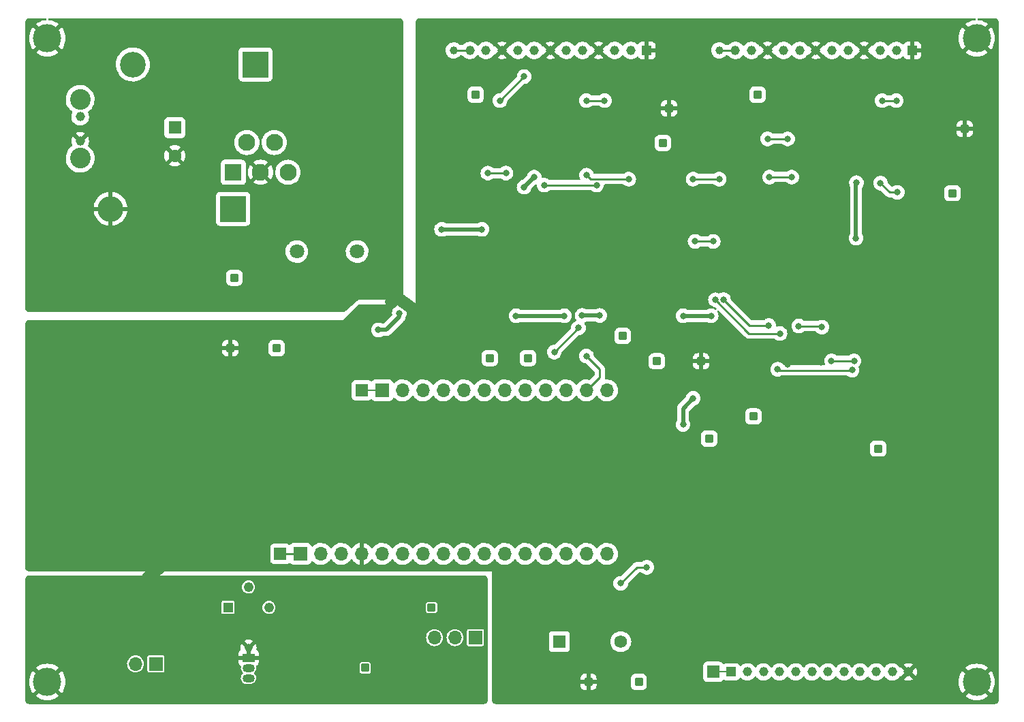
<source format=gbl>
%TF.GenerationSoftware,KiCad,Pcbnew,(6.0.4)*%
%TF.CreationDate,2022-05-08T16:00:54-07:00*%
%TF.ProjectId,lta-logic-module,6c74612d-6c6f-4676-9963-2d6d6f64756c,rev?*%
%TF.SameCoordinates,PX1042990PY10b0760*%
%TF.FileFunction,Copper,L2,Bot*%
%TF.FilePolarity,Positive*%
%FSLAX46Y46*%
G04 Gerber Fmt 4.6, Leading zero omitted, Abs format (unit mm)*
G04 Created by KiCad (PCBNEW (6.0.4)) date 2022-05-08 16:00:54*
%MOMM*%
%LPD*%
G01*
G04 APERTURE LIST*
G04 Aperture macros list*
%AMRoundRect*
0 Rectangle with rounded corners*
0 $1 Rounding radius*
0 $2 $3 $4 $5 $6 $7 $8 $9 X,Y pos of 4 corners*
0 Add a 4 corners polygon primitive as box body*
4,1,4,$2,$3,$4,$5,$6,$7,$8,$9,$2,$3,0*
0 Add four circle primitives for the rounded corners*
1,1,$1+$1,$2,$3*
1,1,$1+$1,$4,$5*
1,1,$1+$1,$6,$7*
1,1,$1+$1,$8,$9*
0 Add four rect primitives between the rounded corners*
20,1,$1+$1,$2,$3,$4,$5,0*
20,1,$1+$1,$4,$5,$6,$7,0*
20,1,$1+$1,$6,$7,$8,$9,0*
20,1,$1+$1,$8,$9,$2,$3,0*%
G04 Aperture macros list end*
%TA.AperFunction,SMDPad,CuDef*%
%ADD10C,1.000000*%
%TD*%
%TA.AperFunction,SMDPad,CuDef*%
%ADD11R,1.500000X1.500000*%
%TD*%
%TA.AperFunction,ComponentPad*%
%ADD12RoundRect,0.100000X-0.400000X-0.400000X0.400000X-0.400000X0.400000X0.400000X-0.400000X0.400000X0*%
%TD*%
%TA.AperFunction,ComponentPad*%
%ADD13C,1.800000*%
%TD*%
%TA.AperFunction,ComponentPad*%
%ADD14RoundRect,0.100000X-0.400000X0.400000X-0.400000X-0.400000X0.400000X-0.400000X0.400000X0.400000X0*%
%TD*%
%TA.AperFunction,ComponentPad*%
%ADD15R,1.222000X1.222000*%
%TD*%
%TA.AperFunction,ComponentPad*%
%ADD16C,1.222000*%
%TD*%
%TA.AperFunction,ComponentPad*%
%ADD17R,1.500000X1.050000*%
%TD*%
%TA.AperFunction,ComponentPad*%
%ADD18O,1.500000X1.050000*%
%TD*%
%TA.AperFunction,ComponentPad*%
%ADD19C,3.500000*%
%TD*%
%TA.AperFunction,ComponentPad*%
%ADD20R,1.150000X1.150000*%
%TD*%
%TA.AperFunction,ComponentPad*%
%ADD21C,1.150000*%
%TD*%
%TA.AperFunction,ComponentPad*%
%ADD22R,3.200000X3.200000*%
%TD*%
%TA.AperFunction,ComponentPad*%
%ADD23O,3.200000X3.200000*%
%TD*%
%TA.AperFunction,ComponentPad*%
%ADD24R,1.580000X1.580000*%
%TD*%
%TA.AperFunction,ComponentPad*%
%ADD25C,1.580000*%
%TD*%
%TA.AperFunction,ComponentPad*%
%ADD26R,1.600000X1.600000*%
%TD*%
%TA.AperFunction,ComponentPad*%
%ADD27C,1.600000*%
%TD*%
%TA.AperFunction,ComponentPad*%
%ADD28R,1.700000X1.700000*%
%TD*%
%TA.AperFunction,ComponentPad*%
%ADD29O,1.700000X1.700000*%
%TD*%
%TA.AperFunction,ComponentPad*%
%ADD30C,1.170000*%
%TD*%
%TA.AperFunction,ComponentPad*%
%ADD31C,2.560000*%
%TD*%
%TA.AperFunction,ComponentPad*%
%ADD32R,2.100000X2.100000*%
%TD*%
%TA.AperFunction,ComponentPad*%
%ADD33C,2.100000*%
%TD*%
%TA.AperFunction,ViaPad*%
%ADD34C,0.800000*%
%TD*%
%TA.AperFunction,Conductor*%
%ADD35C,0.200000*%
%TD*%
%TA.AperFunction,Conductor*%
%ADD36C,0.250000*%
%TD*%
%TA.AperFunction,Conductor*%
%ADD37C,1.500000*%
%TD*%
%TA.AperFunction,Conductor*%
%ADD38C,0.500000*%
%TD*%
G04 APERTURE END LIST*
D10*
%TO.P,TP27,1,1*%
%TO.N,GND*%
X29750000Y-80500000D03*
%TD*%
D11*
%TO.P,TP26,1,1*%
%TO.N,+3V3*%
X87500000Y-83500000D03*
%TD*%
D10*
%TO.P,TP25,1,1*%
%TO.N,/LED Signal Outputs/s15*%
X55250000Y-6250000D03*
%TD*%
%TO.P,TP24,1,1*%
%TO.N,/LED Signal Outputs/s7*%
X88250000Y-6250000D03*
%TD*%
D11*
%TO.P,TP23,1,1*%
%TO.N,Net-(TP23-Pad1)*%
X43850000Y-48500000D03*
%TD*%
%TO.P,TP22,1,1*%
%TO.N,Net-(TP22-Pad1)*%
X33700000Y-68840000D03*
%TD*%
D12*
%TO.P,TP1,1,1*%
%TO.N,VDD*%
X78250000Y-84750000D03*
%TD*%
%TO.P,TP21,1,1*%
%TO.N,GND*%
X86000000Y-44894736D03*
%TD*%
%TO.P,TP19,1,1*%
%TO.N,/DARK*%
X52500000Y-75500000D03*
%TD*%
%TO.P,TP12,1,1*%
%TO.N,/LED_EN*%
X64500000Y-44500000D03*
%TD*%
%TO.P,TP17,1,1*%
%TO.N,/button1*%
X92500000Y-51750000D03*
%TD*%
D13*
%TO.P,L1,1*%
%TO.N,VDD*%
X43250000Y-31250000D03*
%TO.P,L1,2*%
%TO.N,/5V0 (1A) Regulator/VOUT*%
X35750000Y-31250000D03*
%TD*%
D12*
%TO.P,TP9,1,1*%
%TO.N,/5V0 (1A) Regulator/VOUT*%
X28000000Y-34500000D03*
%TD*%
D14*
%TO.P,TP14,1,1*%
%TO.N,/LED Signal Outputs/s7*%
X93000000Y-11750000D03*
%TD*%
D15*
%TO.P,RV1,1,1*%
%TO.N,Net-(R28-Pad1)*%
X27210000Y-75500000D03*
D16*
%TO.P,RV1,2,2*%
%TO.N,+3V3*%
X29750000Y-72960000D03*
%TO.P,RV1,3,3*%
%TO.N,unconnected-(RV1-Pad3)*%
X32290000Y-75500000D03*
%TD*%
D12*
%TO.P,TP2,1,1*%
%TO.N,+3V3*%
X33250000Y-43250000D03*
%TD*%
%TO.P,TP6,1,1*%
%TO.N,GND*%
X27500000Y-43250000D03*
%TD*%
%TO.P,TP20,1,1*%
%TO.N,/Light-level sensor/DARK_SENS*%
X44250000Y-83000000D03*
%TD*%
D17*
%TO.P,Q2,1,E*%
%TO.N,GND*%
X29750000Y-81750000D03*
D18*
%TO.P,Q2,2,B*%
%TO.N,Net-(Q2-Pad2)*%
X29750000Y-83020000D03*
%TO.P,Q2,3,C*%
%TO.N,Net-(Q2-Pad3)*%
X29750000Y-84290000D03*
%TD*%
D12*
%TO.P,TP4,1,1*%
%TO.N,GND*%
X72000000Y-84750000D03*
%TD*%
D19*
%TO.P,H1,1,1*%
%TO.N,GND*%
X4750000Y-84750000D03*
%TD*%
D20*
%TO.P,J3,1,1*%
%TO.N,GND*%
X112250001Y-6250000D03*
D21*
%TO.P,J3,2,2*%
%TO.N,/LED Signal Outputs/s0*%
X110250000Y-6250000D03*
%TO.P,J3,3,3*%
%TO.N,/LED Signal Outputs/s1*%
X108250001Y-6250000D03*
%TO.P,J3,4,4*%
%TO.N,GND*%
X106250000Y-6250000D03*
%TO.P,J3,5,5*%
%TO.N,/LED Signal Outputs/s2*%
X104250002Y-6250000D03*
%TO.P,J3,6,6*%
%TO.N,/LED Signal Outputs/s3*%
X102250001Y-6250000D03*
%TO.P,J3,7,7*%
%TO.N,GND*%
X100250002Y-6250000D03*
%TO.P,J3,8,8*%
%TO.N,/LED Signal Outputs/s4*%
X98250001Y-6250000D03*
%TO.P,J3,9,9*%
%TO.N,/LED Signal Outputs/s5*%
X96250000Y-6250000D03*
%TO.P,J3,10,10*%
%TO.N,GND*%
X94250001Y-6250000D03*
%TO.P,J3,11,11*%
%TO.N,/LED Signal Outputs/s6*%
X92250000Y-6250000D03*
%TO.P,J3,12,12*%
%TO.N,/LED Signal Outputs/s7*%
X90250002Y-6250000D03*
%TD*%
D22*
%TO.P,D1,1,K*%
%TO.N,+BATT*%
X30620000Y-8000000D03*
D23*
%TO.P,D1,2,A*%
%TO.N,Net-(D1-Pad2)*%
X15380000Y-8000000D03*
%TD*%
D24*
%TO.P,SW1,1,A*%
%TO.N,Net-(SW1-Pad1)*%
X68390000Y-79750000D03*
D25*
%TO.P,SW1,2,B*%
%TO.N,+3V3*%
X76010000Y-79750000D03*
%TD*%
D12*
%TO.P,TP13,1,1*%
%TO.N,/LED Signal Outputs/s8*%
X81250000Y-17750000D03*
%TD*%
%TO.P,TP16,1,1*%
%TO.N,/button0*%
X87000000Y-54500000D03*
%TD*%
%TO.P,TP3,1,1*%
%TO.N,GND*%
X118750000Y-16000000D03*
%TD*%
%TO.P,TP18,1,1*%
%TO.N,/button5*%
X108000000Y-55750000D03*
%TD*%
D22*
%TO.P,D2,1,K*%
%TO.N,/5V0 (1A) Regulator/VOUT*%
X27850000Y-25950000D03*
D23*
%TO.P,D2,2,A*%
%TO.N,GND*%
X12610000Y-25950000D03*
%TD*%
D20*
%TO.P,J2,1,1*%
%TO.N,+3V3*%
X89750001Y-83500000D03*
D21*
%TO.P,J2,2,2*%
%TO.N,/Button Inputs/btn_in0*%
X91750002Y-83500000D03*
%TO.P,J2,3,3*%
%TO.N,/Button Inputs/btn_in1*%
X93750001Y-83500000D03*
%TO.P,J2,4,4*%
%TO.N,/Button Inputs/btn_in2*%
X95750002Y-83500000D03*
%TO.P,J2,5,5*%
%TO.N,VDD*%
X97750000Y-83500000D03*
%TO.P,J2,6,6*%
%TO.N,/Button Inputs/btn_in3*%
X99750001Y-83500000D03*
%TO.P,J2,7,7*%
%TO.N,/Button Inputs/btn_in4*%
X101750000Y-83500000D03*
%TO.P,J2,8,8*%
%TO.N,/Button Inputs/btn_in5*%
X103750001Y-83500000D03*
%TO.P,J2,9,9*%
%TO.N,/Button Inputs/btn_in6*%
X105750002Y-83500000D03*
%TO.P,J2,10,10*%
%TO.N,/Button Inputs/btn_in7*%
X107750001Y-83500000D03*
%TO.P,J2,11,11*%
%TO.N,/Button Inputs/btn_in8*%
X109750002Y-83500000D03*
%TO.P,J2,12,12*%
%TO.N,GND*%
X111750000Y-83500000D03*
%TD*%
D14*
%TO.P,TP10,1,1*%
%TO.N,/LED Signal Outputs/s15*%
X58000000Y-11750000D03*
%TD*%
D19*
%TO.P,H3,1,1*%
%TO.N,GND*%
X120250000Y-4750000D03*
%TD*%
D12*
%TO.P,TP15,1,1*%
%TO.N,/LED Signal Outputs/s0*%
X117250000Y-24000000D03*
%TD*%
D26*
%TO.P,C5,1*%
%TO.N,+BATT*%
X20600000Y-15850000D03*
D27*
%TO.P,C5,2*%
%TO.N,GND*%
X20600000Y-19350000D03*
%TD*%
D28*
%TO.P,JP1,1,A*%
%TO.N,Net-(JP1-Pad1)*%
X57950000Y-79249999D03*
D29*
%TO.P,JP1,2,C*%
%TO.N,/DARK*%
X55410000Y-79249999D03*
%TO.P,JP1,3,B*%
%TO.N,/Light-level sensor/DARK_SENS*%
X52870000Y-79249999D03*
%TD*%
D19*
%TO.P,H2,1,1*%
%TO.N,GND*%
X120250000Y-84750000D03*
%TD*%
D12*
%TO.P,TP11,1,1*%
%TO.N,/~{BUTTON_INT_L}*%
X59750000Y-44500000D03*
%TD*%
%TO.P,TP8,1,1*%
%TO.N,/SCL*%
X76250000Y-41750000D03*
%TD*%
D19*
%TO.P,H4,1,1*%
%TO.N,GND*%
X4750000Y-4750000D03*
%TD*%
D30*
%TO.P,J1,1,1*%
%TO.N,Net-(D1-Pad2)*%
X8836499Y-14500002D03*
%TO.P,J1,2,2*%
%TO.N,GND*%
X8836499Y-17500001D03*
D31*
%TO.P,J1,P1,P1*%
%TO.N,unconnected-(J1-PadP1)*%
X8836499Y-12350004D03*
%TO.P,J1,P2,P2*%
%TO.N,unconnected-(J1-PadP2)*%
X8836499Y-19649999D03*
%TD*%
D20*
%TO.P,J4,1,1*%
%TO.N,GND*%
X79250000Y-6250000D03*
D21*
%TO.P,J4,2,2*%
%TO.N,/LED Signal Outputs/s8*%
X77249999Y-6250000D03*
%TO.P,J4,3,3*%
%TO.N,/LED Signal Outputs/s9*%
X75250000Y-6250000D03*
%TO.P,J4,4,4*%
%TO.N,GND*%
X73249999Y-6250000D03*
%TO.P,J4,5,5*%
%TO.N,/LED Signal Outputs/s10*%
X71250001Y-6250000D03*
%TO.P,J4,6,6*%
%TO.N,/LED Signal Outputs/s11*%
X69250000Y-6250000D03*
%TO.P,J4,7,7*%
%TO.N,GND*%
X67250001Y-6250000D03*
%TO.P,J4,8,8*%
%TO.N,/LED Signal Outputs/s12*%
X65250000Y-6250000D03*
%TO.P,J4,9,9*%
%TO.N,/LED Signal Outputs/s13*%
X63249999Y-6250000D03*
%TO.P,J4,10,10*%
%TO.N,GND*%
X61250000Y-6250000D03*
%TO.P,J4,11,11*%
%TO.N,/LED Signal Outputs/s14*%
X59249999Y-6250000D03*
%TO.P,J4,12,12*%
%TO.N,/LED Signal Outputs/s15*%
X57250001Y-6250000D03*
%TD*%
D28*
%TO.P,Q1,1,E*%
%TO.N,Net-(Q1-Pad1)*%
X18250000Y-82500000D03*
D29*
%TO.P,Q1,2,C*%
%TO.N,+3V3*%
X15710000Y-82500000D03*
%TD*%
D28*
%TO.P,U1,1,RESET*%
%TO.N,Net-(TP22-Pad1)*%
X36200000Y-68835000D03*
D29*
%TO.P,U1,2,3V3*%
%TO.N,+3V3*%
X38740000Y-68835000D03*
%TO.P,U1,3,AREF*%
%TO.N,unconnected-(U1-Pad3)*%
X41280000Y-68835000D03*
%TO.P,U1,4,GND*%
%TO.N,GND*%
X43820000Y-68835000D03*
%TO.P,U1,5,A0*%
%TO.N,unconnected-(U1-Pad5)*%
X46360000Y-68835000D03*
%TO.P,U1,6,A1*%
%TO.N,unconnected-(U1-Pad6)*%
X48900000Y-68835000D03*
%TO.P,U1,7,A2*%
%TO.N,unconnected-(U1-Pad7)*%
X51440000Y-68835000D03*
%TO.P,U1,8,A3*%
%TO.N,unconnected-(U1-Pad8)*%
X53980000Y-68835000D03*
%TO.P,U1,9,A4*%
%TO.N,/DARK*%
X56520000Y-68835000D03*
%TO.P,U1,10,A5*%
%TO.N,unconnected-(U1-Pad10)*%
X59060000Y-68835000D03*
%TO.P,U1,11,SCK*%
%TO.N,unconnected-(U1-Pad11)*%
X61600000Y-68835000D03*
%TO.P,U1,12,MO*%
%TO.N,unconnected-(U1-Pad12)*%
X64140000Y-68835000D03*
%TO.P,U1,13,MI*%
%TO.N,unconnected-(U1-Pad13)*%
X66680000Y-68835000D03*
%TO.P,U1,14,RX*%
%TO.N,unconnected-(U1-Pad14)*%
X69220000Y-68835000D03*
%TO.P,U1,15,TX*%
%TO.N,unconnected-(U1-Pad15)*%
X71760000Y-68835000D03*
%TO.P,U1,16,D4*%
%TO.N,unconnected-(U1-Pad16)*%
X74300000Y-68835000D03*
%TO.P,U1,17,SDA*%
%TO.N,/SDA*%
X74300000Y-48515000D03*
%TO.P,U1,18,SCL*%
%TO.N,/SCL*%
X71760000Y-48515000D03*
%TO.P,U1,19,D5*%
%TO.N,unconnected-(U1-Pad19)*%
X69220000Y-48515000D03*
%TO.P,U1,20,D6*%
%TO.N,/LED_EN*%
X66680000Y-48515000D03*
%TO.P,U1,21,D9*%
%TO.N,/~{BUTTON_INT_L}*%
X64140000Y-48515000D03*
%TO.P,U1,22,D10*%
%TO.N,unconnected-(U1-Pad22)*%
X61600000Y-48515000D03*
%TO.P,U1,23,D11*%
%TO.N,/button0*%
X59060000Y-48515000D03*
%TO.P,U1,24,D12*%
%TO.N,unconnected-(U1-Pad24)*%
X56520000Y-48515000D03*
%TO.P,U1,25,D13*%
%TO.N,unconnected-(U1-Pad25)*%
X53980000Y-48515000D03*
%TO.P,U1,26,VUSB*%
%TO.N,VDD*%
X51440000Y-48515000D03*
%TO.P,U1,27,EN_L*%
%TO.N,unconnected-(U1-Pad27)*%
X48900000Y-48515000D03*
D28*
%TO.P,U1,28,VBATT*%
%TO.N,Net-(TP23-Pad1)*%
X46360000Y-48515000D03*
%TD*%
D12*
%TO.P,TP5,1,1*%
%TO.N,GND*%
X82000000Y-13450000D03*
%TD*%
%TO.P,TP7,1,1*%
%TO.N,/SDA*%
X80500000Y-44894736D03*
%TD*%
D32*
%TO.P,U2,1,OUT*%
%TO.N,/5V0 (1A) Regulator/VOUT*%
X27850000Y-21400000D03*
D33*
%TO.P,U2,2,VIN*%
%TO.N,+BATT*%
X29550000Y-17700000D03*
%TO.P,U2,3,GND*%
%TO.N,GND*%
X31250000Y-21400000D03*
%TO.P,U2,4,FB*%
%TO.N,VDD*%
X32950000Y-17700000D03*
%TO.P,U2,5,~{ON}/OFF*%
%TO.N,Net-(R1-Pad2)*%
X34650000Y-21400000D03*
%TD*%
D34*
%TO.N,GND*%
X57100000Y-75750000D03*
X113050000Y-21500000D03*
X103500000Y-32250000D03*
X35750000Y-8500000D03*
X109550000Y-38600000D03*
X96175000Y-78450000D03*
X16750000Y-53500000D03*
X88000000Y-9250000D03*
X81550000Y-75550000D03*
X85500000Y-58250000D03*
X120800000Y-61800000D03*
X79600000Y-32750000D03*
X81850000Y-28450000D03*
X42650000Y-65800000D03*
X114300000Y-8200000D03*
X105200000Y-74950000D03*
X62900000Y-26900000D03*
X98100000Y-32400000D03*
X79550000Y-9300000D03*
X30750000Y-63250000D03*
X105400000Y-49550000D03*
X47450000Y-81500000D03*
X101200000Y-50500000D03*
X52750000Y-15500000D03*
X98350000Y-30950000D03*
X98250000Y-26900000D03*
X119100000Y-44150000D03*
X70250000Y-58000000D03*
X98800000Y-17550000D03*
X90000000Y-74050000D03*
X84000000Y-37500000D03*
X53750000Y-41000000D03*
X67500000Y-24750000D03*
X64500000Y-21000000D03*
X51500000Y-58000000D03*
X100900000Y-45000000D03*
X84000000Y-23550000D03*
X73800000Y-32750000D03*
X36000000Y-75500000D03*
X68900000Y-29150000D03*
X85250000Y-28250000D03*
X107675000Y-66450000D03*
X101800000Y-56500000D03*
X95050000Y-31300000D03*
X22500000Y-36000000D03*
X85925000Y-78450000D03*
X85250000Y-32750000D03*
X61250000Y-29600000D03*
X38250000Y-19000000D03*
X31250000Y-45050000D03*
X120000000Y-73500000D03*
X62900000Y-32400000D03*
X110925000Y-77450000D03*
X93550000Y-76700000D03*
X94950000Y-8500000D03*
X80150000Y-22550000D03*
X93100000Y-36000000D03*
X70100000Y-75150000D03*
X53750000Y-30750000D03*
X26750000Y-80750000D03*
X13600000Y-16000000D03*
X118350000Y-55950000D03*
X104200000Y-51550000D03*
X94300000Y-66500000D03*
X96700000Y-51700000D03*
X114250000Y-31500000D03*
X43000000Y-11250000D03*
X115000000Y-80250000D03*
X103750000Y-9500000D03*
X113050000Y-17600000D03*
X53000000Y-9100000D03*
X101650000Y-78400000D03*
X12500000Y-75500000D03*
X78900000Y-48500000D03*
X21750000Y-77000000D03*
X100200000Y-9250000D03*
X76100000Y-17650000D03*
X12350000Y-67900000D03*
X68650000Y-31500000D03*
X67000000Y-9500000D03*
X106675000Y-78450000D03*
X100350000Y-73850000D03*
X46000000Y-14500000D03*
X101200000Y-47950000D03*
X52250000Y-24500000D03*
X96750000Y-45250000D03*
X11600000Y-6000000D03*
X77600000Y-28400000D03*
X7000000Y-31250000D03*
X99250000Y-24750000D03*
%TO.N,VDD*%
X45900000Y-41000000D03*
X48500000Y-38900000D03*
%TO.N,+3V3*%
X53750000Y-28500000D03*
X83750000Y-52750000D03*
X87250000Y-39250000D03*
X79250000Y-70500000D03*
X76000000Y-72500000D03*
X83750000Y-39250000D03*
X69000000Y-39250000D03*
X71202345Y-39202345D03*
X105250000Y-29600000D03*
X73397655Y-39197655D03*
X85000000Y-49500000D03*
X63000000Y-39250000D03*
X64000000Y-23250000D03*
X65250000Y-22000000D03*
X58750000Y-28500000D03*
X105300000Y-22700000D03*
%TO.N,/LED Signal Outputs/s0*%
X108300000Y-22750000D03*
X110387299Y-23887299D03*
%TO.N,/LED Signal Outputs/s4*%
X97250000Y-22000000D03*
X94500000Y-22000000D03*
%TO.N,/LED Signal Outputs/s8*%
X77000000Y-22250000D03*
X71750000Y-21750000D03*
%TO.N,/LED Signal Outputs/s12*%
X61000000Y-12500000D03*
X64000000Y-9500000D03*
%TO.N,/SDA*%
X94400000Y-40450000D03*
X88775000Y-37225000D03*
X98138957Y-40511043D03*
X101000000Y-40650000D03*
%TO.N,/~{BUTTON_INT_L}*%
X104750000Y-46000000D03*
X95515282Y-45890500D03*
%TO.N,/SCL*%
X87775826Y-37250620D03*
X71750000Y-44250000D03*
X102200000Y-44850000D03*
X95800000Y-41450000D03*
X105000000Y-44850000D03*
%TO.N,/LED_EN*%
X70750000Y-40750000D03*
X67750000Y-43750000D03*
%TO.N,/LED Signal Outputs/EN0*%
X108500000Y-12500000D03*
X85250000Y-30000000D03*
X110250000Y-12500000D03*
X87500000Y-30000000D03*
%TO.N,/LED Signal Outputs/EN1*%
X96750000Y-17250000D03*
X94250000Y-17250000D03*
X88250000Y-22250000D03*
X85000000Y-22250000D03*
%TO.N,/LED Signal Outputs/EN2*%
X71750000Y-12500000D03*
X74000000Y-12500000D03*
%TO.N,/LED Signal Outputs/EN3*%
X73000000Y-23000000D03*
X61750000Y-21500000D03*
X59500000Y-21500000D03*
X66500000Y-23000000D03*
%TD*%
D35*
%TO.N,GND*%
X29750000Y-80500000D02*
X29750000Y-81750000D01*
D36*
%TO.N,Net-(TP22-Pad1)*%
X33700000Y-68840000D02*
X36340000Y-68840000D01*
%TO.N,/LED Signal Outputs/s7*%
X88250000Y-6250000D02*
X90250000Y-6250000D01*
%TO.N,/LED Signal Outputs/s15*%
X55250000Y-6250000D02*
X56750000Y-6250000D01*
D37*
%TO.N,GND*%
X50125000Y-38350000D02*
X48108642Y-36891358D01*
X17250000Y-71750000D02*
X18750000Y-70500000D01*
X48108642Y-36891358D02*
X47775000Y-36650000D01*
X48108642Y-36891358D02*
X47500000Y-37500000D01*
D38*
%TO.N,VDD*%
X46850000Y-41000000D02*
X45900000Y-41000000D01*
X48500000Y-38900000D02*
X48500000Y-39350000D01*
X48500000Y-39350000D02*
X46850000Y-41000000D01*
%TO.N,+3V3*%
X73202345Y-39202345D02*
X73207035Y-39197655D01*
X65250000Y-22000000D02*
X64000000Y-23250000D01*
D35*
X87500000Y-83500000D02*
X89750000Y-83500000D01*
D38*
X105250000Y-29600000D02*
X105250000Y-22750000D01*
X83750000Y-50750000D02*
X83750000Y-52750000D01*
X63000000Y-39250000D02*
X69000000Y-39250000D01*
D36*
X76000000Y-72500000D02*
X78000000Y-70500000D01*
D38*
X73207035Y-39197655D02*
X73397655Y-39197655D01*
X71202345Y-39202345D02*
X73202345Y-39202345D01*
X105250000Y-22750000D02*
X105300000Y-22700000D01*
X83750000Y-39250000D02*
X87250000Y-39250000D01*
X58750000Y-28500000D02*
X53750000Y-28500000D01*
X85000000Y-49500000D02*
X83750000Y-50750000D01*
D36*
X78000000Y-70500000D02*
X79250000Y-70500000D01*
%TO.N,/LED Signal Outputs/s0*%
X109437299Y-23887299D02*
X110387299Y-23887299D01*
X108300000Y-22750000D02*
X109437299Y-23887299D01*
%TO.N,/LED Signal Outputs/s4*%
X94500000Y-22000000D02*
X97250000Y-22000000D01*
%TO.N,/LED Signal Outputs/s8*%
X77000000Y-22250000D02*
X72250000Y-22250000D01*
X72250000Y-22250000D02*
X71750000Y-21750000D01*
%TO.N,/LED Signal Outputs/s12*%
X64000000Y-9500000D02*
X61000000Y-12500000D01*
%TO.N,/SDA*%
X92000000Y-40450000D02*
X94400000Y-40450000D01*
X88775000Y-37225000D02*
X92000000Y-40450000D01*
X98138957Y-40511043D02*
X100861043Y-40511043D01*
X100861043Y-40511043D02*
X101000000Y-40650000D01*
%TO.N,/~{BUTTON_INT_L}*%
X95649293Y-46024511D02*
X104725489Y-46024511D01*
X104725489Y-46024511D02*
X104750000Y-46000000D01*
X95515282Y-45890500D02*
X95649293Y-46024511D01*
%TO.N,/SCL*%
X87775826Y-37275826D02*
X91950000Y-41450000D01*
X73400000Y-46875000D02*
X71760000Y-48515000D01*
D38*
X71760000Y-44260000D02*
X71750000Y-44250000D01*
D36*
X105000000Y-44850000D02*
X102200000Y-44850000D01*
X91950000Y-41450000D02*
X95800000Y-41450000D01*
X87775826Y-37250620D02*
X87775826Y-37275826D01*
X87775826Y-37250620D02*
X87776022Y-37250620D01*
X71760000Y-44260000D02*
X73400000Y-45900000D01*
X73400000Y-45900000D02*
X73400000Y-46875000D01*
%TO.N,/LED_EN*%
X67750000Y-43750000D02*
X70750000Y-40750000D01*
%TO.N,/LED Signal Outputs/EN0*%
X110250000Y-12500000D02*
X108500000Y-12500000D01*
X85250000Y-30000000D02*
X87500000Y-30000000D01*
%TO.N,/LED Signal Outputs/EN1*%
X94250000Y-17250000D02*
X96750000Y-17250000D01*
X88250000Y-22250000D02*
X85000000Y-22250000D01*
%TO.N,/LED Signal Outputs/EN2*%
X71750000Y-12500000D02*
X74000000Y-12500000D01*
%TO.N,/LED Signal Outputs/EN3*%
X66500000Y-23000000D02*
X73000000Y-23000000D01*
X61750000Y-21500000D02*
X59500000Y-21500000D01*
D35*
%TO.N,Net-(TP23-Pad1)*%
X43750000Y-48500000D02*
X46250000Y-48500000D01*
%TD*%
%TA.AperFunction,Conductor*%
%TO.N,GND*%
G36*
X59008188Y-71501078D02*
G01*
X59112963Y-71514872D01*
X59144735Y-71523385D01*
X59234674Y-71560639D01*
X59263160Y-71577086D01*
X59340393Y-71636349D01*
X59363651Y-71659607D01*
X59422914Y-71736840D01*
X59439361Y-71765326D01*
X59476615Y-71855265D01*
X59485128Y-71887037D01*
X59498922Y-71991812D01*
X59500000Y-72008258D01*
X59500000Y-86991742D01*
X59498922Y-87008188D01*
X59485128Y-87112963D01*
X59476615Y-87144735D01*
X59439361Y-87234674D01*
X59422914Y-87263160D01*
X59363651Y-87340393D01*
X59340393Y-87363651D01*
X59263160Y-87422914D01*
X59234674Y-87439361D01*
X59144735Y-87476615D01*
X59112963Y-87485128D01*
X59008188Y-87498922D01*
X58991742Y-87500000D01*
X2508258Y-87500000D01*
X2491812Y-87498922D01*
X2387037Y-87485128D01*
X2355265Y-87476615D01*
X2265326Y-87439361D01*
X2236840Y-87422914D01*
X2159607Y-87363651D01*
X2136349Y-87340393D01*
X2077086Y-87263160D01*
X2060639Y-87234674D01*
X2023385Y-87144735D01*
X2014872Y-87112963D01*
X2001078Y-87008188D01*
X2000000Y-86991742D01*
X2000000Y-86518856D01*
X3346601Y-86518856D01*
X3353059Y-86528216D01*
X3369361Y-86542512D01*
X3375901Y-86547530D01*
X3615144Y-86707387D01*
X3622281Y-86711508D01*
X3880349Y-86838772D01*
X3887953Y-86841922D01*
X4160420Y-86934412D01*
X4168383Y-86936546D01*
X4450600Y-86992683D01*
X4458751Y-86993756D01*
X4745881Y-87012575D01*
X4754119Y-87012575D01*
X5041249Y-86993756D01*
X5049400Y-86992683D01*
X5331617Y-86936546D01*
X5339580Y-86934412D01*
X5612047Y-86841922D01*
X5619651Y-86838772D01*
X5877719Y-86711508D01*
X5884856Y-86707387D01*
X6124099Y-86547530D01*
X6130639Y-86542512D01*
X6145074Y-86529853D01*
X6153472Y-86516614D01*
X6147638Y-86506849D01*
X4762810Y-85122020D01*
X4748869Y-85114408D01*
X4747034Y-85114539D01*
X4740420Y-85118790D01*
X3354116Y-86505095D01*
X3346601Y-86518856D01*
X2000000Y-86518856D01*
X2000000Y-84754119D01*
X2487425Y-84754119D01*
X2506244Y-85041249D01*
X2507317Y-85049400D01*
X2563454Y-85331617D01*
X2565588Y-85339580D01*
X2658078Y-85612047D01*
X2661228Y-85619651D01*
X2788492Y-85877718D01*
X2792613Y-85884855D01*
X2952470Y-86124099D01*
X2957488Y-86130639D01*
X2970147Y-86145074D01*
X2983386Y-86153472D01*
X2993151Y-86147638D01*
X4377980Y-84762810D01*
X4384357Y-84751131D01*
X5114408Y-84751131D01*
X5114539Y-84752966D01*
X5118790Y-84759580D01*
X6505095Y-86145884D01*
X6518856Y-86153399D01*
X6528216Y-86146941D01*
X6542512Y-86130639D01*
X6547530Y-86124099D01*
X6707387Y-85884855D01*
X6711508Y-85877718D01*
X6838772Y-85619651D01*
X6841922Y-85612047D01*
X6934412Y-85339580D01*
X6936546Y-85331617D01*
X6992683Y-85049400D01*
X6993756Y-85041249D01*
X7012575Y-84754119D01*
X7012575Y-84745881D01*
X6993756Y-84458751D01*
X6992683Y-84450600D01*
X6936546Y-84168383D01*
X6934412Y-84160420D01*
X6841922Y-83887953D01*
X6838772Y-83880349D01*
X6711508Y-83622282D01*
X6707387Y-83615145D01*
X6547530Y-83375901D01*
X6542512Y-83369361D01*
X6529853Y-83354926D01*
X6516614Y-83346528D01*
X6506849Y-83352362D01*
X5122020Y-84737190D01*
X5114408Y-84751131D01*
X4384357Y-84751131D01*
X4385592Y-84748869D01*
X4385461Y-84747034D01*
X4381210Y-84740420D01*
X2994905Y-83354116D01*
X2981144Y-83346601D01*
X2971784Y-83353059D01*
X2957488Y-83369361D01*
X2952470Y-83375901D01*
X2792613Y-83615145D01*
X2788492Y-83622282D01*
X2661228Y-83880349D01*
X2658078Y-83887953D01*
X2565588Y-84160420D01*
X2563454Y-84168383D01*
X2507317Y-84450600D01*
X2506244Y-84458751D01*
X2487425Y-84745881D01*
X2487425Y-84754119D01*
X2000000Y-84754119D01*
X2000000Y-82983386D01*
X3346528Y-82983386D01*
X3352362Y-82993151D01*
X4737190Y-84377980D01*
X4751131Y-84385592D01*
X4752966Y-84385461D01*
X4759580Y-84381210D01*
X6145884Y-82994905D01*
X6153399Y-82981144D01*
X6146941Y-82971784D01*
X6130639Y-82957488D01*
X6124099Y-82952470D01*
X5884856Y-82792613D01*
X5877719Y-82788492D01*
X5619651Y-82661228D01*
X5612047Y-82658078D01*
X5339580Y-82565588D01*
X5331617Y-82563454D01*
X5049400Y-82507317D01*
X5041249Y-82506244D01*
X4754119Y-82487425D01*
X4745881Y-82487425D01*
X4458751Y-82506244D01*
X4450600Y-82507317D01*
X4168383Y-82563454D01*
X4160420Y-82565588D01*
X3887953Y-82658078D01*
X3880349Y-82661228D01*
X3622282Y-82788492D01*
X3615145Y-82792613D01*
X3375901Y-82952470D01*
X3369361Y-82957488D01*
X3354926Y-82970147D01*
X3346528Y-82983386D01*
X2000000Y-82983386D01*
X2000000Y-82485262D01*
X14654520Y-82485262D01*
X14655036Y-82491406D01*
X14669034Y-82658098D01*
X14671759Y-82690553D01*
X14673458Y-82696478D01*
X14699843Y-82788492D01*
X14728544Y-82888586D01*
X14731359Y-82894063D01*
X14731360Y-82894066D01*
X14816382Y-83059501D01*
X14822712Y-83071818D01*
X14950677Y-83233270D01*
X14955370Y-83237264D01*
X14955371Y-83237265D01*
X15093623Y-83354926D01*
X15107564Y-83366791D01*
X15287398Y-83467297D01*
X15371280Y-83494552D01*
X15477471Y-83529056D01*
X15477475Y-83529057D01*
X15483329Y-83530959D01*
X15687894Y-83555351D01*
X15694029Y-83554879D01*
X15694031Y-83554879D01*
X15766625Y-83549293D01*
X15893300Y-83539546D01*
X15899230Y-83537890D01*
X15899232Y-83537890D01*
X16085797Y-83485800D01*
X16085796Y-83485800D01*
X16091725Y-83484145D01*
X16097214Y-83481372D01*
X16097220Y-83481370D01*
X16270116Y-83394033D01*
X16275610Y-83391258D01*
X16303142Y-83369748D01*
X17199500Y-83369748D01*
X17200707Y-83375816D01*
X17204331Y-83394033D01*
X17211133Y-83428231D01*
X17255448Y-83494552D01*
X17321769Y-83538867D01*
X17333938Y-83541288D01*
X17333939Y-83541288D01*
X17374184Y-83549293D01*
X17380252Y-83550500D01*
X19119748Y-83550500D01*
X19125816Y-83549293D01*
X19166061Y-83541288D01*
X19166062Y-83541288D01*
X19178231Y-83538867D01*
X19244552Y-83494552D01*
X19288867Y-83428231D01*
X19295670Y-83394033D01*
X19299293Y-83375816D01*
X19300500Y-83369748D01*
X19300500Y-82319669D01*
X28492001Y-82319669D01*
X28492371Y-82326490D01*
X28497895Y-82377352D01*
X28501521Y-82392604D01*
X28546676Y-82513054D01*
X28555214Y-82528649D01*
X28631715Y-82630724D01*
X28644276Y-82643285D01*
X28746357Y-82719790D01*
X28752260Y-82723022D01*
X28802406Y-82773280D01*
X28817419Y-82842672D01*
X28812341Y-82870061D01*
X28806105Y-82890650D01*
X28805652Y-82897959D01*
X28805651Y-82897962D01*
X28803372Y-82934707D01*
X28795630Y-83059501D01*
X28796870Y-83066717D01*
X28796870Y-83066719D01*
X28811069Y-83149350D01*
X28824280Y-83226233D01*
X28890518Y-83381902D01*
X28915656Y-83416061D01*
X28986453Y-83512264D01*
X28986455Y-83512267D01*
X28990791Y-83518158D01*
X28996364Y-83522893D01*
X28996370Y-83522899D01*
X29036809Y-83557254D01*
X29075774Y-83616603D01*
X29076467Y-83687596D01*
X29046703Y-83739931D01*
X28945154Y-83847129D01*
X28945148Y-83847137D01*
X28940115Y-83852450D01*
X28855144Y-83998738D01*
X28806105Y-84160650D01*
X28795630Y-84329501D01*
X28796870Y-84336717D01*
X28796870Y-84336719D01*
X28811069Y-84419350D01*
X28824280Y-84496233D01*
X28890518Y-84651902D01*
X28894855Y-84657795D01*
X28986453Y-84782264D01*
X28986455Y-84782267D01*
X28990791Y-84788158D01*
X28996367Y-84792895D01*
X29114146Y-84892957D01*
X29114149Y-84892959D01*
X29119720Y-84897692D01*
X29270389Y-84974627D01*
X29277498Y-84976367D01*
X29277502Y-84976368D01*
X29377545Y-85000848D01*
X29434717Y-85014838D01*
X29440314Y-85015185D01*
X29440319Y-85015186D01*
X29443449Y-85015380D01*
X29443458Y-85015380D01*
X29445388Y-85015500D01*
X30017363Y-85015500D01*
X30106035Y-85005162D01*
X30135765Y-85001696D01*
X30135766Y-85001696D01*
X30143037Y-85000848D01*
X30149914Y-84998352D01*
X30149917Y-84998351D01*
X30295182Y-84945622D01*
X30302061Y-84943125D01*
X30443540Y-84850367D01*
X30559885Y-84727550D01*
X30644856Y-84581262D01*
X30693895Y-84419350D01*
X30695998Y-84385461D01*
X30699469Y-84329501D01*
X30704370Y-84250499D01*
X30690188Y-84167962D01*
X30676960Y-84090983D01*
X30675720Y-84083767D01*
X30609482Y-83928098D01*
X30574343Y-83880349D01*
X30513547Y-83797736D01*
X30513545Y-83797733D01*
X30509209Y-83791842D01*
X30503636Y-83787107D01*
X30503630Y-83787101D01*
X30463191Y-83752746D01*
X30424226Y-83693397D01*
X30423533Y-83622404D01*
X30453297Y-83570069D01*
X30554846Y-83462871D01*
X30554852Y-83462863D01*
X30559885Y-83457550D01*
X30567380Y-83444646D01*
X43549500Y-83444646D01*
X43552618Y-83470846D01*
X43556456Y-83479486D01*
X43556456Y-83479487D01*
X43571015Y-83512264D01*
X43598061Y-83573153D01*
X43677287Y-83652241D01*
X43687924Y-83656944D01*
X43687926Y-83656945D01*
X43745296Y-83682308D01*
X43779673Y-83697506D01*
X43805354Y-83700500D01*
X44694646Y-83700500D01*
X44698350Y-83700059D01*
X44698353Y-83700059D01*
X44705746Y-83699179D01*
X44720846Y-83697382D01*
X44742878Y-83687596D01*
X44812518Y-83656663D01*
X44823153Y-83651939D01*
X44902241Y-83572713D01*
X44909076Y-83557254D01*
X44943675Y-83478992D01*
X44947506Y-83470327D01*
X44950500Y-83444646D01*
X44950500Y-82555354D01*
X44947382Y-82529154D01*
X44937683Y-82507317D01*
X44906663Y-82437482D01*
X44901939Y-82426847D01*
X44822713Y-82347759D01*
X44812076Y-82343056D01*
X44812074Y-82343055D01*
X44735387Y-82309152D01*
X44720327Y-82302494D01*
X44694646Y-82299500D01*
X43805354Y-82299500D01*
X43801650Y-82299941D01*
X43801647Y-82299941D01*
X43794254Y-82300821D01*
X43779154Y-82302618D01*
X43770514Y-82306456D01*
X43770513Y-82306456D01*
X43740760Y-82319672D01*
X43676847Y-82348061D01*
X43597759Y-82427287D01*
X43593056Y-82437924D01*
X43593055Y-82437926D01*
X43574836Y-82479137D01*
X43552494Y-82529673D01*
X43549500Y-82555354D01*
X43549500Y-83444646D01*
X30567380Y-83444646D01*
X30644856Y-83311262D01*
X30657895Y-83268213D01*
X30670609Y-83226233D01*
X30693895Y-83149350D01*
X30696764Y-83103114D01*
X30699469Y-83059501D01*
X30704370Y-82980499D01*
X30702873Y-82971784D01*
X30682895Y-82855522D01*
X30691072Y-82784998D01*
X30736079Y-82730090D01*
X30746567Y-82723664D01*
X30753644Y-82719790D01*
X30855724Y-82643285D01*
X30868285Y-82630724D01*
X30944786Y-82528649D01*
X30953324Y-82513054D01*
X30998478Y-82392606D01*
X31002105Y-82377351D01*
X31007631Y-82326486D01*
X31008000Y-82319672D01*
X31008000Y-82022115D01*
X31003525Y-82006876D01*
X31002135Y-82005671D01*
X30994452Y-82004000D01*
X28510116Y-82004000D01*
X28494877Y-82008475D01*
X28493672Y-82009865D01*
X28492001Y-82017548D01*
X28492001Y-82319669D01*
X19300500Y-82319669D01*
X19300500Y-81630252D01*
X19288867Y-81571769D01*
X19244552Y-81505448D01*
X19203302Y-81477885D01*
X28492000Y-81477885D01*
X28496475Y-81493124D01*
X28497865Y-81494329D01*
X28505548Y-81496000D01*
X29477885Y-81496000D01*
X29493124Y-81491525D01*
X29494329Y-81490135D01*
X29496000Y-81482452D01*
X29496000Y-80787083D01*
X29516002Y-80718962D01*
X29550815Y-80688797D01*
X29561412Y-80676568D01*
X29938262Y-80676568D01*
X29943946Y-80684160D01*
X29978868Y-80710303D01*
X30003679Y-80776823D01*
X30004000Y-80785812D01*
X30004000Y-81477885D01*
X30008475Y-81493124D01*
X30009865Y-81494329D01*
X30017548Y-81496000D01*
X30989884Y-81496000D01*
X31005123Y-81491525D01*
X31006328Y-81490135D01*
X31007999Y-81482452D01*
X31007999Y-81180331D01*
X31007629Y-81173510D01*
X31002105Y-81122648D01*
X30998479Y-81107396D01*
X30953324Y-80986946D01*
X30944786Y-80971351D01*
X30868285Y-80869276D01*
X30855724Y-80856715D01*
X30791267Y-80808407D01*
X30748752Y-80751548D01*
X30741826Y-80691789D01*
X30762039Y-80531784D01*
X30762531Y-80524757D01*
X30762828Y-80503523D01*
X30762533Y-80496494D01*
X30744188Y-80309397D01*
X30741805Y-80297362D01*
X30688233Y-80119924D01*
X30683559Y-80108584D01*
X30628562Y-80005148D01*
X30618702Y-79995067D01*
X30611575Y-79997635D01*
X29945022Y-80664188D01*
X29938262Y-80676568D01*
X29561412Y-80676568D01*
X29561785Y-80676137D01*
X29557462Y-80666672D01*
X28893121Y-80002331D01*
X28880741Y-79995571D01*
X28874353Y-80000353D01*
X28821997Y-80095586D01*
X28817166Y-80106858D01*
X28761120Y-80283538D01*
X28758570Y-80295532D01*
X28737909Y-80479733D01*
X28737738Y-80492002D01*
X28753248Y-80676707D01*
X28755025Y-80686392D01*
X28747648Y-80757004D01*
X28706660Y-80809961D01*
X28644276Y-80856715D01*
X28631715Y-80869276D01*
X28555214Y-80971351D01*
X28546676Y-80986946D01*
X28501522Y-81107394D01*
X28497895Y-81122649D01*
X28492369Y-81173514D01*
X28492000Y-81180328D01*
X28492000Y-81477885D01*
X19203302Y-81477885D01*
X19178231Y-81461133D01*
X19166062Y-81458712D01*
X19166061Y-81458712D01*
X19125816Y-81450707D01*
X19119748Y-81449500D01*
X17380252Y-81449500D01*
X17374184Y-81450707D01*
X17333939Y-81458712D01*
X17333938Y-81458712D01*
X17321769Y-81461133D01*
X17255448Y-81505448D01*
X17211133Y-81571769D01*
X17199500Y-81630252D01*
X17199500Y-83369748D01*
X16303142Y-83369748D01*
X16437951Y-83264424D01*
X16470917Y-83226233D01*
X16568540Y-83113134D01*
X16568540Y-83113133D01*
X16572564Y-83108472D01*
X16593387Y-83071818D01*
X16637079Y-82994905D01*
X16674323Y-82929344D01*
X16739351Y-82733863D01*
X16765171Y-82529474D01*
X16765583Y-82500000D01*
X16745480Y-82294970D01*
X16685935Y-82097749D01*
X16589218Y-81915849D01*
X16515859Y-81825902D01*
X16462906Y-81760975D01*
X16462903Y-81760972D01*
X16459011Y-81756200D01*
X16441786Y-81741950D01*
X16305025Y-81628811D01*
X16305021Y-81628809D01*
X16300275Y-81624882D01*
X16119055Y-81526897D01*
X15922254Y-81465977D01*
X15916129Y-81465333D01*
X15916128Y-81465333D01*
X15723498Y-81445087D01*
X15723496Y-81445087D01*
X15717369Y-81444443D01*
X15630529Y-81452346D01*
X15518342Y-81462555D01*
X15518339Y-81462556D01*
X15512203Y-81463114D01*
X15314572Y-81521280D01*
X15132002Y-81616726D01*
X15127201Y-81620586D01*
X15127198Y-81620588D01*
X14976254Y-81741950D01*
X14971447Y-81745815D01*
X14839024Y-81903630D01*
X14836056Y-81909028D01*
X14836053Y-81909033D01*
X14742743Y-82078765D01*
X14739776Y-82084162D01*
X14677484Y-82280532D01*
X14676798Y-82286649D01*
X14676797Y-82286653D01*
X14657395Y-82459633D01*
X14654520Y-82485262D01*
X2000000Y-82485262D01*
X2000000Y-79631101D01*
X29244820Y-79631101D01*
X29247274Y-79638064D01*
X29737188Y-80127978D01*
X29751132Y-80135592D01*
X29752965Y-80135461D01*
X29759580Y-80131210D01*
X30247834Y-79642956D01*
X30254594Y-79630576D01*
X30249935Y-79624353D01*
X30147924Y-79569196D01*
X30136619Y-79564444D01*
X29959554Y-79509633D01*
X29947541Y-79507167D01*
X29763199Y-79487792D01*
X29750931Y-79487707D01*
X29566345Y-79504505D01*
X29554296Y-79506803D01*
X29376483Y-79559137D01*
X29365108Y-79563732D01*
X29254969Y-79621312D01*
X29244820Y-79631101D01*
X2000000Y-79631101D01*
X2000000Y-79235261D01*
X51814520Y-79235261D01*
X51831759Y-79440552D01*
X51833458Y-79446477D01*
X51865763Y-79559137D01*
X51888544Y-79638585D01*
X51891359Y-79644062D01*
X51891360Y-79644065D01*
X51912247Y-79684706D01*
X51982712Y-79821817D01*
X52110677Y-79983269D01*
X52267564Y-80116790D01*
X52272942Y-80119796D01*
X52272944Y-80119797D01*
X52300972Y-80135461D01*
X52447398Y-80217296D01*
X52531280Y-80244551D01*
X52637471Y-80279055D01*
X52637475Y-80279056D01*
X52643329Y-80280958D01*
X52847894Y-80305350D01*
X52854029Y-80304878D01*
X52854031Y-80304878D01*
X52926625Y-80299292D01*
X53053300Y-80289545D01*
X53059230Y-80287889D01*
X53059232Y-80287889D01*
X53245797Y-80235799D01*
X53245796Y-80235799D01*
X53251725Y-80234144D01*
X53257214Y-80231371D01*
X53257220Y-80231369D01*
X53430116Y-80144032D01*
X53435610Y-80141257D01*
X53452607Y-80127978D01*
X53593101Y-80018212D01*
X53597951Y-80014423D01*
X53608389Y-80002331D01*
X53728540Y-79863133D01*
X53728540Y-79863132D01*
X53732564Y-79858471D01*
X53753387Y-79821817D01*
X53831276Y-79684706D01*
X53834323Y-79679343D01*
X53899351Y-79483862D01*
X53925171Y-79279473D01*
X53925583Y-79249999D01*
X53924138Y-79235261D01*
X54354520Y-79235261D01*
X54371759Y-79440552D01*
X54373458Y-79446477D01*
X54405763Y-79559137D01*
X54428544Y-79638585D01*
X54431359Y-79644062D01*
X54431360Y-79644065D01*
X54452247Y-79684706D01*
X54522712Y-79821817D01*
X54650677Y-79983269D01*
X54807564Y-80116790D01*
X54812942Y-80119796D01*
X54812944Y-80119797D01*
X54840972Y-80135461D01*
X54987398Y-80217296D01*
X55071280Y-80244551D01*
X55177471Y-80279055D01*
X55177475Y-80279056D01*
X55183329Y-80280958D01*
X55387894Y-80305350D01*
X55394029Y-80304878D01*
X55394031Y-80304878D01*
X55466625Y-80299292D01*
X55593300Y-80289545D01*
X55599230Y-80287889D01*
X55599232Y-80287889D01*
X55785797Y-80235799D01*
X55785796Y-80235799D01*
X55791725Y-80234144D01*
X55797214Y-80231371D01*
X55797220Y-80231369D01*
X55970116Y-80144032D01*
X55975610Y-80141257D01*
X55992607Y-80127978D01*
X56003142Y-80119747D01*
X56899500Y-80119747D01*
X56900707Y-80125815D01*
X56904331Y-80144032D01*
X56911133Y-80178230D01*
X56955448Y-80244551D01*
X57021769Y-80288866D01*
X57033938Y-80291287D01*
X57033939Y-80291287D01*
X57055281Y-80295532D01*
X57080252Y-80300499D01*
X58819748Y-80300499D01*
X58844719Y-80295532D01*
X58866061Y-80291287D01*
X58866062Y-80291287D01*
X58878231Y-80288866D01*
X58944552Y-80244551D01*
X58988867Y-80178230D01*
X58995670Y-80144032D01*
X58999293Y-80125815D01*
X59000500Y-80119747D01*
X59000500Y-78380251D01*
X58988867Y-78321768D01*
X58944552Y-78255447D01*
X58878231Y-78211132D01*
X58866062Y-78208711D01*
X58866061Y-78208711D01*
X58825816Y-78200706D01*
X58819748Y-78199499D01*
X57080252Y-78199499D01*
X57074184Y-78200706D01*
X57033939Y-78208711D01*
X57033938Y-78208711D01*
X57021769Y-78211132D01*
X56955448Y-78255447D01*
X56911133Y-78321768D01*
X56899500Y-78380251D01*
X56899500Y-80119747D01*
X56003142Y-80119747D01*
X56133101Y-80018212D01*
X56137951Y-80014423D01*
X56148389Y-80002331D01*
X56268540Y-79863133D01*
X56268540Y-79863132D01*
X56272564Y-79858471D01*
X56293387Y-79821817D01*
X56371276Y-79684706D01*
X56374323Y-79679343D01*
X56439351Y-79483862D01*
X56465171Y-79279473D01*
X56465583Y-79249999D01*
X56445480Y-79044969D01*
X56385935Y-78847748D01*
X56289218Y-78665848D01*
X56215859Y-78575901D01*
X56162906Y-78510974D01*
X56162903Y-78510971D01*
X56159011Y-78506199D01*
X56141786Y-78491949D01*
X56005025Y-78378810D01*
X56005021Y-78378808D01*
X56000275Y-78374881D01*
X55819055Y-78276896D01*
X55622254Y-78215976D01*
X55616129Y-78215332D01*
X55616128Y-78215332D01*
X55423498Y-78195086D01*
X55423496Y-78195086D01*
X55417369Y-78194442D01*
X55330529Y-78202345D01*
X55218342Y-78212554D01*
X55218339Y-78212555D01*
X55212203Y-78213113D01*
X55014572Y-78271279D01*
X54832002Y-78366725D01*
X54827201Y-78370585D01*
X54827198Y-78370587D01*
X54676254Y-78491949D01*
X54671447Y-78495814D01*
X54539024Y-78653629D01*
X54536056Y-78659027D01*
X54536053Y-78659032D01*
X54529315Y-78671289D01*
X54439776Y-78834161D01*
X54377484Y-79030531D01*
X54376798Y-79036648D01*
X54376797Y-79036652D01*
X54355207Y-79229136D01*
X54354520Y-79235261D01*
X53924138Y-79235261D01*
X53905480Y-79044969D01*
X53845935Y-78847748D01*
X53749218Y-78665848D01*
X53675859Y-78575901D01*
X53622906Y-78510974D01*
X53622903Y-78510971D01*
X53619011Y-78506199D01*
X53601786Y-78491949D01*
X53465025Y-78378810D01*
X53465021Y-78378808D01*
X53460275Y-78374881D01*
X53279055Y-78276896D01*
X53082254Y-78215976D01*
X53076129Y-78215332D01*
X53076128Y-78215332D01*
X52883498Y-78195086D01*
X52883496Y-78195086D01*
X52877369Y-78194442D01*
X52790529Y-78202345D01*
X52678342Y-78212554D01*
X52678339Y-78212555D01*
X52672203Y-78213113D01*
X52474572Y-78271279D01*
X52292002Y-78366725D01*
X52287201Y-78370585D01*
X52287198Y-78370587D01*
X52136254Y-78491949D01*
X52131447Y-78495814D01*
X51999024Y-78653629D01*
X51996056Y-78659027D01*
X51996053Y-78659032D01*
X51989315Y-78671289D01*
X51899776Y-78834161D01*
X51837484Y-79030531D01*
X51836798Y-79036648D01*
X51836797Y-79036652D01*
X51815207Y-79229136D01*
X51814520Y-79235261D01*
X2000000Y-79235261D01*
X2000000Y-76130748D01*
X26398500Y-76130748D01*
X26410133Y-76189231D01*
X26454448Y-76255552D01*
X26520769Y-76299867D01*
X26532938Y-76302288D01*
X26532939Y-76302288D01*
X26573184Y-76310293D01*
X26579252Y-76311500D01*
X27840748Y-76311500D01*
X27846816Y-76310293D01*
X27887061Y-76302288D01*
X27887062Y-76302288D01*
X27899231Y-76299867D01*
X27965552Y-76255552D01*
X28009867Y-76189231D01*
X28021500Y-76130748D01*
X28021500Y-75488598D01*
X31473445Y-75488598D01*
X31491210Y-75669788D01*
X31548677Y-75842539D01*
X31552326Y-75848564D01*
X31612721Y-75948287D01*
X31642989Y-75998266D01*
X31647880Y-76003331D01*
X31647881Y-76003332D01*
X31704607Y-76062074D01*
X31769457Y-76129228D01*
X31921798Y-76228917D01*
X31928402Y-76231373D01*
X32085836Y-76289922D01*
X32085838Y-76289922D01*
X32092438Y-76292377D01*
X32099419Y-76293308D01*
X32099421Y-76293309D01*
X32265917Y-76315525D01*
X32265921Y-76315525D01*
X32272898Y-76316456D01*
X32279909Y-76315818D01*
X32279913Y-76315818D01*
X32422761Y-76302817D01*
X32454207Y-76299955D01*
X32460907Y-76297778D01*
X32460912Y-76297777D01*
X32620657Y-76245873D01*
X32620660Y-76245872D01*
X32627356Y-76243696D01*
X32783737Y-76150474D01*
X32788831Y-76145623D01*
X32788835Y-76145620D01*
X32876566Y-76062074D01*
X32915579Y-76024923D01*
X32945767Y-75979487D01*
X32968915Y-75944646D01*
X51799500Y-75944646D01*
X51802618Y-75970846D01*
X51848061Y-76073153D01*
X51927287Y-76152241D01*
X51937924Y-76156944D01*
X51937926Y-76156945D01*
X51983428Y-76177061D01*
X52029673Y-76197506D01*
X52055354Y-76200500D01*
X52944646Y-76200500D01*
X52948350Y-76200059D01*
X52948353Y-76200059D01*
X52955746Y-76199179D01*
X52970846Y-76197382D01*
X53016596Y-76177061D01*
X53062518Y-76156663D01*
X53073153Y-76151939D01*
X53095825Y-76129228D01*
X53144023Y-76080945D01*
X53152241Y-76072713D01*
X53197506Y-75970327D01*
X53200500Y-75944646D01*
X53200500Y-75055354D01*
X53197382Y-75029154D01*
X53151939Y-74926847D01*
X53072713Y-74847759D01*
X53062076Y-74843056D01*
X53062074Y-74843055D01*
X52989044Y-74810769D01*
X52970327Y-74802494D01*
X52944646Y-74799500D01*
X52055354Y-74799500D01*
X52051650Y-74799941D01*
X52051647Y-74799941D01*
X52047346Y-74800453D01*
X52029154Y-74802618D01*
X52020514Y-74806456D01*
X52020513Y-74806456D01*
X51938117Y-74843055D01*
X51926847Y-74848061D01*
X51918628Y-74856294D01*
X51918627Y-74856295D01*
X51915138Y-74859790D01*
X51847759Y-74927287D01*
X51802494Y-75029673D01*
X51799500Y-75055354D01*
X51799500Y-75944646D01*
X32968915Y-75944646D01*
X33012428Y-75879154D01*
X33012429Y-75879152D01*
X33016329Y-75873282D01*
X33080979Y-75703089D01*
X33106317Y-75522802D01*
X33106635Y-75500000D01*
X33086341Y-75319076D01*
X33026468Y-75147144D01*
X32929992Y-74992749D01*
X32801707Y-74863565D01*
X32790252Y-74856295D01*
X32700756Y-74799500D01*
X32647989Y-74766013D01*
X32616390Y-74754761D01*
X32483114Y-74707303D01*
X32483109Y-74707302D01*
X32476479Y-74704941D01*
X32469493Y-74704108D01*
X32469489Y-74704107D01*
X32338598Y-74688500D01*
X32295701Y-74683385D01*
X32288698Y-74684121D01*
X32288697Y-74684121D01*
X32247034Y-74688500D01*
X32114640Y-74702415D01*
X32107972Y-74704685D01*
X31948961Y-74758817D01*
X31948958Y-74758818D01*
X31942294Y-74761087D01*
X31787229Y-74856483D01*
X31657153Y-74983863D01*
X31653342Y-74989777D01*
X31653340Y-74989779D01*
X31627965Y-75029154D01*
X31558530Y-75136895D01*
X31537188Y-75195533D01*
X31498673Y-75301352D01*
X31498672Y-75301356D01*
X31496263Y-75307975D01*
X31473445Y-75488598D01*
X28021500Y-75488598D01*
X28021500Y-74869252D01*
X28009867Y-74810769D01*
X27965552Y-74744448D01*
X27933658Y-74723137D01*
X27909547Y-74707026D01*
X27899231Y-74700133D01*
X27887062Y-74697712D01*
X27887061Y-74697712D01*
X27846816Y-74689707D01*
X27840748Y-74688500D01*
X26579252Y-74688500D01*
X26573184Y-74689707D01*
X26532939Y-74697712D01*
X26532938Y-74697712D01*
X26520769Y-74700133D01*
X26510453Y-74707026D01*
X26486342Y-74723137D01*
X26454448Y-74744448D01*
X26410133Y-74810769D01*
X26398500Y-74869252D01*
X26398500Y-76130748D01*
X2000000Y-76130748D01*
X2000000Y-72948598D01*
X28933445Y-72948598D01*
X28951210Y-73129788D01*
X29008677Y-73302539D01*
X29102989Y-73458266D01*
X29107880Y-73463331D01*
X29107881Y-73463332D01*
X29182317Y-73540413D01*
X29229457Y-73589228D01*
X29381798Y-73688917D01*
X29388402Y-73691373D01*
X29545836Y-73749922D01*
X29545838Y-73749922D01*
X29552438Y-73752377D01*
X29559419Y-73753308D01*
X29559421Y-73753309D01*
X29725917Y-73775525D01*
X29725921Y-73775525D01*
X29732898Y-73776456D01*
X29739909Y-73775818D01*
X29739913Y-73775818D01*
X29882761Y-73762817D01*
X29914207Y-73759955D01*
X29920907Y-73757778D01*
X29920912Y-73757777D01*
X30080657Y-73705873D01*
X30080660Y-73705872D01*
X30087356Y-73703696D01*
X30243737Y-73610474D01*
X30248831Y-73605623D01*
X30248835Y-73605620D01*
X30321292Y-73536620D01*
X30375579Y-73484923D01*
X30476329Y-73333282D01*
X30540979Y-73163089D01*
X30566317Y-72982802D01*
X30566635Y-72960000D01*
X30546341Y-72779076D01*
X30486468Y-72607144D01*
X30389992Y-72452749D01*
X30261707Y-72323565D01*
X30107989Y-72226013D01*
X30077235Y-72215062D01*
X29943114Y-72167303D01*
X29943109Y-72167302D01*
X29936479Y-72164941D01*
X29929493Y-72164108D01*
X29929489Y-72164107D01*
X29801207Y-72148811D01*
X29755701Y-72143385D01*
X29748698Y-72144121D01*
X29748697Y-72144121D01*
X29701089Y-72149125D01*
X29574640Y-72162415D01*
X29567972Y-72164685D01*
X29408961Y-72218817D01*
X29408958Y-72218818D01*
X29402294Y-72221087D01*
X29247229Y-72316483D01*
X29117153Y-72443863D01*
X29018530Y-72596895D01*
X28997188Y-72655533D01*
X28958673Y-72761352D01*
X28958672Y-72761356D01*
X28956263Y-72767975D01*
X28933445Y-72948598D01*
X2000000Y-72948598D01*
X2000000Y-72008258D01*
X2001078Y-71991812D01*
X2014872Y-71887037D01*
X2023385Y-71855265D01*
X2060639Y-71765326D01*
X2077086Y-71736840D01*
X2136349Y-71659607D01*
X2159607Y-71636349D01*
X2236840Y-71577086D01*
X2265326Y-71560639D01*
X2355265Y-71523385D01*
X2387037Y-71514872D01*
X2491812Y-71501078D01*
X2508258Y-71500000D01*
X58991742Y-71500000D01*
X59008188Y-71501078D01*
G37*
%TD.AperFunction*%
%TD*%
%TA.AperFunction,Conductor*%
%TO.N,GND*%
G36*
X120087509Y-2270002D02*
G01*
X120134002Y-2323658D01*
X120144106Y-2393932D01*
X120114612Y-2458512D01*
X120054886Y-2496896D01*
X120027629Y-2501730D01*
X119958751Y-2506244D01*
X119950600Y-2507317D01*
X119668383Y-2563454D01*
X119660420Y-2565588D01*
X119387953Y-2658078D01*
X119380349Y-2661228D01*
X119122282Y-2788492D01*
X119115145Y-2792613D01*
X118875901Y-2952470D01*
X118869361Y-2957488D01*
X118854926Y-2970147D01*
X118846528Y-2983386D01*
X118852362Y-2993151D01*
X120237190Y-4377980D01*
X120251131Y-4385592D01*
X120252966Y-4385461D01*
X120259580Y-4381210D01*
X121645884Y-2994905D01*
X121653399Y-2981144D01*
X121646941Y-2971784D01*
X121630639Y-2957488D01*
X121624099Y-2952470D01*
X121384856Y-2792613D01*
X121377719Y-2788492D01*
X121119651Y-2661228D01*
X121112047Y-2658078D01*
X120839580Y-2565588D01*
X120831617Y-2563454D01*
X120549400Y-2507317D01*
X120541249Y-2506244D01*
X120472371Y-2501730D01*
X120405705Y-2477316D01*
X120362820Y-2420734D01*
X120357334Y-2349950D01*
X120390988Y-2287436D01*
X120453097Y-2253041D01*
X120480612Y-2250000D01*
X122491742Y-2250000D01*
X122508188Y-2251078D01*
X122612963Y-2264872D01*
X122644735Y-2273385D01*
X122734674Y-2310639D01*
X122763160Y-2327086D01*
X122840393Y-2386349D01*
X122863651Y-2409607D01*
X122922914Y-2486840D01*
X122939361Y-2515326D01*
X122976615Y-2605265D01*
X122985128Y-2637037D01*
X122998922Y-2741812D01*
X123000000Y-2758258D01*
X123000000Y-86991742D01*
X122998922Y-87008188D01*
X122985128Y-87112963D01*
X122976615Y-87144735D01*
X122939361Y-87234674D01*
X122922914Y-87263160D01*
X122863651Y-87340393D01*
X122840393Y-87363651D01*
X122763160Y-87422914D01*
X122734674Y-87439361D01*
X122644735Y-87476615D01*
X122612963Y-87485128D01*
X122508188Y-87498922D01*
X122491742Y-87500000D01*
X60508258Y-87500000D01*
X60491812Y-87498922D01*
X60387037Y-87485128D01*
X60355265Y-87476615D01*
X60265326Y-87439361D01*
X60236840Y-87422914D01*
X60159607Y-87363651D01*
X60136349Y-87340393D01*
X60077086Y-87263160D01*
X60060639Y-87234674D01*
X60023385Y-87144735D01*
X60014872Y-87112963D01*
X60001078Y-87008188D01*
X60000000Y-86991742D01*
X60000000Y-86518856D01*
X118846601Y-86518856D01*
X118853059Y-86528216D01*
X118869361Y-86542512D01*
X118875901Y-86547530D01*
X119115144Y-86707387D01*
X119122281Y-86711508D01*
X119380349Y-86838772D01*
X119387953Y-86841922D01*
X119660420Y-86934412D01*
X119668383Y-86936546D01*
X119950600Y-86992683D01*
X119958751Y-86993756D01*
X120245881Y-87012575D01*
X120254119Y-87012575D01*
X120541249Y-86993756D01*
X120549400Y-86992683D01*
X120831617Y-86936546D01*
X120839580Y-86934412D01*
X121112047Y-86841922D01*
X121119651Y-86838772D01*
X121377719Y-86711508D01*
X121384856Y-86707387D01*
X121624099Y-86547530D01*
X121630639Y-86542512D01*
X121645074Y-86529853D01*
X121653472Y-86516614D01*
X121647638Y-86506849D01*
X120262810Y-85122020D01*
X120248869Y-85114408D01*
X120247034Y-85114539D01*
X120240420Y-85118790D01*
X118854116Y-86505095D01*
X118846601Y-86518856D01*
X60000000Y-86518856D01*
X60000000Y-85185723D01*
X70992001Y-85185723D01*
X70992539Y-85193935D01*
X71006572Y-85300533D01*
X71010810Y-85316348D01*
X71065753Y-85448993D01*
X71073941Y-85463176D01*
X71161344Y-85577080D01*
X71172920Y-85588656D01*
X71286824Y-85676059D01*
X71301007Y-85684247D01*
X71433650Y-85739190D01*
X71449468Y-85743428D01*
X71556066Y-85757462D01*
X71564275Y-85758000D01*
X71727885Y-85758000D01*
X71743124Y-85753525D01*
X71744329Y-85752135D01*
X71746000Y-85744452D01*
X71746000Y-85739884D01*
X72254000Y-85739884D01*
X72258475Y-85755123D01*
X72259865Y-85756328D01*
X72267548Y-85757999D01*
X72435723Y-85757999D01*
X72443935Y-85757461D01*
X72550533Y-85743428D01*
X72566348Y-85739190D01*
X72698993Y-85684247D01*
X72713176Y-85676059D01*
X72827080Y-85588656D01*
X72838656Y-85577080D01*
X72926059Y-85463176D01*
X72934247Y-85448993D01*
X72989190Y-85316350D01*
X72993428Y-85300532D01*
X73007462Y-85193934D01*
X73008000Y-85185725D01*
X73008000Y-85022115D01*
X73003525Y-85006876D01*
X73002135Y-85005671D01*
X72994452Y-85004000D01*
X72272115Y-85004000D01*
X72256876Y-85008475D01*
X72255671Y-85009865D01*
X72254000Y-85017548D01*
X72254000Y-85739884D01*
X71746000Y-85739884D01*
X71746000Y-85022115D01*
X71741525Y-85006876D01*
X71740135Y-85005671D01*
X71732452Y-85004000D01*
X71010116Y-85004000D01*
X70994877Y-85008475D01*
X70993672Y-85009865D01*
X70992001Y-85017548D01*
X70992001Y-85185723D01*
X60000000Y-85185723D01*
X60000000Y-84477885D01*
X70992000Y-84477885D01*
X70996475Y-84493124D01*
X70997865Y-84494329D01*
X71005548Y-84496000D01*
X71727885Y-84496000D01*
X71743124Y-84491525D01*
X71744329Y-84490135D01*
X71746000Y-84482452D01*
X71746000Y-84477885D01*
X72254000Y-84477885D01*
X72258475Y-84493124D01*
X72259865Y-84494329D01*
X72267548Y-84496000D01*
X72989884Y-84496000D01*
X73005123Y-84491525D01*
X73006328Y-84490135D01*
X73007999Y-84482452D01*
X73007999Y-84314277D01*
X73007726Y-84310115D01*
X77241500Y-84310115D01*
X77241501Y-85189884D01*
X77242039Y-85193969D01*
X77242039Y-85193973D01*
X77256067Y-85300532D01*
X77257162Y-85308850D01*
X77269891Y-85339580D01*
X77315211Y-85448993D01*
X77318476Y-85456876D01*
X77323502Y-85463426D01*
X77410985Y-85577434D01*
X77416013Y-85583987D01*
X77422563Y-85589013D01*
X77422566Y-85589016D01*
X77452581Y-85612047D01*
X77543125Y-85681524D01*
X77691150Y-85742838D01*
X77699338Y-85743916D01*
X77806021Y-85757961D01*
X77810115Y-85758500D01*
X78249946Y-85758500D01*
X78689884Y-85758499D01*
X78693969Y-85757961D01*
X78693973Y-85757961D01*
X78800663Y-85743916D01*
X78800665Y-85743916D01*
X78808850Y-85742838D01*
X78882863Y-85712181D01*
X78949248Y-85684684D01*
X78949250Y-85684683D01*
X78956876Y-85681524D01*
X78963998Y-85676059D01*
X79077436Y-85589014D01*
X79077437Y-85589013D01*
X79083987Y-85583987D01*
X79089014Y-85577436D01*
X79089016Y-85577434D01*
X79132755Y-85520431D01*
X79181524Y-85456875D01*
X79242838Y-85308850D01*
X79258500Y-85189885D01*
X79258499Y-84310116D01*
X79257882Y-84305425D01*
X79256922Y-84298134D01*
X86241500Y-84298134D01*
X86248255Y-84360316D01*
X86299385Y-84496705D01*
X86386739Y-84613261D01*
X86503295Y-84700615D01*
X86639684Y-84751745D01*
X86701866Y-84758500D01*
X88298134Y-84758500D01*
X88338463Y-84754119D01*
X117987425Y-84754119D01*
X118006244Y-85041249D01*
X118007317Y-85049400D01*
X118063454Y-85331617D01*
X118065588Y-85339580D01*
X118158078Y-85612047D01*
X118161228Y-85619651D01*
X118288492Y-85877718D01*
X118292613Y-85884855D01*
X118452470Y-86124099D01*
X118457488Y-86130639D01*
X118470147Y-86145074D01*
X118483386Y-86153472D01*
X118493151Y-86147638D01*
X119877980Y-84762810D01*
X119884357Y-84751131D01*
X120614408Y-84751131D01*
X120614539Y-84752966D01*
X120618790Y-84759580D01*
X122005095Y-86145884D01*
X122018856Y-86153399D01*
X122028216Y-86146941D01*
X122042512Y-86130639D01*
X122047530Y-86124099D01*
X122207387Y-85884855D01*
X122211508Y-85877718D01*
X122338772Y-85619651D01*
X122341922Y-85612047D01*
X122434412Y-85339580D01*
X122436546Y-85331617D01*
X122492683Y-85049400D01*
X122493756Y-85041249D01*
X122512575Y-84754119D01*
X122512575Y-84745881D01*
X122493756Y-84458751D01*
X122492683Y-84450600D01*
X122436546Y-84168383D01*
X122434412Y-84160420D01*
X122341922Y-83887953D01*
X122338772Y-83880349D01*
X122211508Y-83622282D01*
X122207387Y-83615145D01*
X122047530Y-83375901D01*
X122042512Y-83369361D01*
X122029853Y-83354926D01*
X122016614Y-83346528D01*
X122006849Y-83352362D01*
X120622020Y-84737190D01*
X120614408Y-84751131D01*
X119884357Y-84751131D01*
X119885592Y-84748869D01*
X119885461Y-84747034D01*
X119881210Y-84740420D01*
X118494905Y-83354116D01*
X118481144Y-83346601D01*
X118471784Y-83353059D01*
X118457488Y-83369361D01*
X118452470Y-83375901D01*
X118292613Y-83615145D01*
X118288492Y-83622282D01*
X118161228Y-83880349D01*
X118158078Y-83887953D01*
X118065588Y-84160420D01*
X118063454Y-84168383D01*
X118007317Y-84450600D01*
X118006244Y-84458751D01*
X117987425Y-84745881D01*
X117987425Y-84754119D01*
X88338463Y-84754119D01*
X88360316Y-84751745D01*
X88496705Y-84700615D01*
X88613261Y-84613261D01*
X88633374Y-84586424D01*
X88693066Y-84506778D01*
X88749925Y-84464263D01*
X88820744Y-84459237D01*
X88869454Y-84481515D01*
X88928296Y-84525615D01*
X89064685Y-84576745D01*
X89126867Y-84583500D01*
X90373135Y-84583500D01*
X90435317Y-84576745D01*
X90571706Y-84525615D01*
X90688262Y-84438261D01*
X90775616Y-84321705D01*
X90778792Y-84313234D01*
X90778831Y-84313182D01*
X90783078Y-84305425D01*
X90784198Y-84306038D01*
X90821433Y-84256469D01*
X90887995Y-84231769D01*
X90957344Y-84246976D01*
X90984694Y-84267208D01*
X91065212Y-84345645D01*
X91230786Y-84456278D01*
X91236089Y-84458556D01*
X91236092Y-84458558D01*
X91399508Y-84528767D01*
X91413748Y-84534885D01*
X91485278Y-84551071D01*
X91602334Y-84577558D01*
X91602339Y-84577559D01*
X91607971Y-84578833D01*
X91613742Y-84579060D01*
X91613744Y-84579060D01*
X91673971Y-84581426D01*
X91806951Y-84586651D01*
X91922508Y-84569896D01*
X91998302Y-84558907D01*
X91998306Y-84558906D01*
X92004024Y-84558077D01*
X92009496Y-84556219D01*
X92009498Y-84556219D01*
X92155144Y-84506778D01*
X92192589Y-84494067D01*
X92198450Y-84490785D01*
X92361293Y-84399588D01*
X92366332Y-84396766D01*
X92379768Y-84385592D01*
X92515003Y-84273119D01*
X92519435Y-84269433D01*
X92646768Y-84116330D01*
X92648893Y-84112535D01*
X92703597Y-84068015D01*
X92774149Y-84060084D01*
X92837789Y-84091557D01*
X92855274Y-84111469D01*
X92917466Y-84199468D01*
X92922571Y-84206692D01*
X93065211Y-84345645D01*
X93230785Y-84456278D01*
X93236088Y-84458556D01*
X93236091Y-84458558D01*
X93399507Y-84528767D01*
X93413747Y-84534885D01*
X93485277Y-84551071D01*
X93602333Y-84577558D01*
X93602338Y-84577559D01*
X93607970Y-84578833D01*
X93613741Y-84579060D01*
X93613743Y-84579060D01*
X93673970Y-84581426D01*
X93806950Y-84586651D01*
X93922507Y-84569896D01*
X93998301Y-84558907D01*
X93998305Y-84558906D01*
X94004023Y-84558077D01*
X94009495Y-84556219D01*
X94009497Y-84556219D01*
X94155143Y-84506778D01*
X94192588Y-84494067D01*
X94198449Y-84490785D01*
X94361292Y-84399588D01*
X94366331Y-84396766D01*
X94379767Y-84385592D01*
X94515002Y-84273119D01*
X94519434Y-84269433D01*
X94646767Y-84116330D01*
X94648893Y-84112534D01*
X94703599Y-84068013D01*
X94774151Y-84060084D01*
X94837791Y-84091557D01*
X94855273Y-84111465D01*
X94922572Y-84206692D01*
X95065212Y-84345645D01*
X95230786Y-84456278D01*
X95236089Y-84458556D01*
X95236092Y-84458558D01*
X95399508Y-84528767D01*
X95413748Y-84534885D01*
X95485278Y-84551071D01*
X95602334Y-84577558D01*
X95602339Y-84577559D01*
X95607971Y-84578833D01*
X95613742Y-84579060D01*
X95613744Y-84579060D01*
X95673971Y-84581426D01*
X95806951Y-84586651D01*
X95922508Y-84569896D01*
X95998302Y-84558907D01*
X95998306Y-84558906D01*
X96004024Y-84558077D01*
X96009496Y-84556219D01*
X96009498Y-84556219D01*
X96155144Y-84506778D01*
X96192589Y-84494067D01*
X96198450Y-84490785D01*
X96361293Y-84399588D01*
X96366332Y-84396766D01*
X96379768Y-84385592D01*
X96515003Y-84273119D01*
X96519435Y-84269433D01*
X96646768Y-84116330D01*
X96648894Y-84112534D01*
X96703601Y-84068014D01*
X96774154Y-84060086D01*
X96837792Y-84091561D01*
X96855274Y-84111470D01*
X96917465Y-84199468D01*
X96922570Y-84206692D01*
X97065210Y-84345645D01*
X97230784Y-84456278D01*
X97236087Y-84458556D01*
X97236090Y-84458558D01*
X97399506Y-84528767D01*
X97413746Y-84534885D01*
X97485276Y-84551071D01*
X97602332Y-84577558D01*
X97602337Y-84577559D01*
X97607969Y-84578833D01*
X97613740Y-84579060D01*
X97613742Y-84579060D01*
X97673969Y-84581426D01*
X97806949Y-84586651D01*
X97922506Y-84569896D01*
X97998300Y-84558907D01*
X97998304Y-84558906D01*
X98004022Y-84558077D01*
X98009494Y-84556219D01*
X98009496Y-84556219D01*
X98155142Y-84506778D01*
X98192587Y-84494067D01*
X98198448Y-84490785D01*
X98361291Y-84399588D01*
X98366330Y-84396766D01*
X98379766Y-84385592D01*
X98515001Y-84273119D01*
X98519433Y-84269433D01*
X98646766Y-84116330D01*
X98648892Y-84112534D01*
X98703598Y-84068013D01*
X98774150Y-84060084D01*
X98837790Y-84091557D01*
X98855272Y-84111465D01*
X98922571Y-84206692D01*
X99065211Y-84345645D01*
X99230785Y-84456278D01*
X99236088Y-84458556D01*
X99236091Y-84458558D01*
X99399507Y-84528767D01*
X99413747Y-84534885D01*
X99485277Y-84551071D01*
X99602333Y-84577558D01*
X99602338Y-84577559D01*
X99607970Y-84578833D01*
X99613741Y-84579060D01*
X99613743Y-84579060D01*
X99673970Y-84581426D01*
X99806950Y-84586651D01*
X99922507Y-84569896D01*
X99998301Y-84558907D01*
X99998305Y-84558906D01*
X100004023Y-84558077D01*
X100009495Y-84556219D01*
X100009497Y-84556219D01*
X100155143Y-84506778D01*
X100192588Y-84494067D01*
X100198449Y-84490785D01*
X100361292Y-84399588D01*
X100366331Y-84396766D01*
X100379767Y-84385592D01*
X100515002Y-84273119D01*
X100519434Y-84269433D01*
X100646767Y-84116330D01*
X100648892Y-84112535D01*
X100703596Y-84068015D01*
X100774148Y-84060084D01*
X100837788Y-84091557D01*
X100855273Y-84111469D01*
X100917465Y-84199468D01*
X100922570Y-84206692D01*
X101065210Y-84345645D01*
X101230784Y-84456278D01*
X101236087Y-84458556D01*
X101236090Y-84458558D01*
X101399506Y-84528767D01*
X101413746Y-84534885D01*
X101485276Y-84551071D01*
X101602332Y-84577558D01*
X101602337Y-84577559D01*
X101607969Y-84578833D01*
X101613740Y-84579060D01*
X101613742Y-84579060D01*
X101673969Y-84581426D01*
X101806949Y-84586651D01*
X101922506Y-84569896D01*
X101998300Y-84558907D01*
X101998304Y-84558906D01*
X102004022Y-84558077D01*
X102009494Y-84556219D01*
X102009496Y-84556219D01*
X102155142Y-84506778D01*
X102192587Y-84494067D01*
X102198448Y-84490785D01*
X102361291Y-84399588D01*
X102366330Y-84396766D01*
X102379766Y-84385592D01*
X102515001Y-84273119D01*
X102519433Y-84269433D01*
X102646766Y-84116330D01*
X102648892Y-84112534D01*
X102703598Y-84068013D01*
X102774150Y-84060084D01*
X102837790Y-84091557D01*
X102855272Y-84111465D01*
X102922571Y-84206692D01*
X103065211Y-84345645D01*
X103230785Y-84456278D01*
X103236088Y-84458556D01*
X103236091Y-84458558D01*
X103399507Y-84528767D01*
X103413747Y-84534885D01*
X103485277Y-84551071D01*
X103602333Y-84577558D01*
X103602338Y-84577559D01*
X103607970Y-84578833D01*
X103613741Y-84579060D01*
X103613743Y-84579060D01*
X103673970Y-84581426D01*
X103806950Y-84586651D01*
X103922507Y-84569896D01*
X103998301Y-84558907D01*
X103998305Y-84558906D01*
X104004023Y-84558077D01*
X104009495Y-84556219D01*
X104009497Y-84556219D01*
X104155143Y-84506778D01*
X104192588Y-84494067D01*
X104198449Y-84490785D01*
X104361292Y-84399588D01*
X104366331Y-84396766D01*
X104379767Y-84385592D01*
X104515002Y-84273119D01*
X104519434Y-84269433D01*
X104646767Y-84116330D01*
X104648893Y-84112534D01*
X104703599Y-84068013D01*
X104774151Y-84060084D01*
X104837791Y-84091557D01*
X104855273Y-84111465D01*
X104922572Y-84206692D01*
X105065212Y-84345645D01*
X105230786Y-84456278D01*
X105236089Y-84458556D01*
X105236092Y-84458558D01*
X105399508Y-84528767D01*
X105413748Y-84534885D01*
X105485278Y-84551071D01*
X105602334Y-84577558D01*
X105602339Y-84577559D01*
X105607971Y-84578833D01*
X105613742Y-84579060D01*
X105613744Y-84579060D01*
X105673971Y-84581426D01*
X105806951Y-84586651D01*
X105922508Y-84569896D01*
X105998302Y-84558907D01*
X105998306Y-84558906D01*
X106004024Y-84558077D01*
X106009496Y-84556219D01*
X106009498Y-84556219D01*
X106155144Y-84506778D01*
X106192589Y-84494067D01*
X106198450Y-84490785D01*
X106361293Y-84399588D01*
X106366332Y-84396766D01*
X106379768Y-84385592D01*
X106515003Y-84273119D01*
X106519435Y-84269433D01*
X106646768Y-84116330D01*
X106648893Y-84112535D01*
X106703597Y-84068015D01*
X106774149Y-84060084D01*
X106837789Y-84091557D01*
X106855274Y-84111469D01*
X106917466Y-84199468D01*
X106922571Y-84206692D01*
X107065211Y-84345645D01*
X107230785Y-84456278D01*
X107236088Y-84458556D01*
X107236091Y-84458558D01*
X107399507Y-84528767D01*
X107413747Y-84534885D01*
X107485277Y-84551071D01*
X107602333Y-84577558D01*
X107602338Y-84577559D01*
X107607970Y-84578833D01*
X107613741Y-84579060D01*
X107613743Y-84579060D01*
X107673970Y-84581426D01*
X107806950Y-84586651D01*
X107922507Y-84569896D01*
X107998301Y-84558907D01*
X107998305Y-84558906D01*
X108004023Y-84558077D01*
X108009495Y-84556219D01*
X108009497Y-84556219D01*
X108155143Y-84506778D01*
X108192588Y-84494067D01*
X108198449Y-84490785D01*
X108361292Y-84399588D01*
X108366331Y-84396766D01*
X108379767Y-84385592D01*
X108515002Y-84273119D01*
X108519434Y-84269433D01*
X108646767Y-84116330D01*
X108648893Y-84112534D01*
X108703599Y-84068013D01*
X108774151Y-84060084D01*
X108837791Y-84091557D01*
X108855273Y-84111465D01*
X108922572Y-84206692D01*
X109065212Y-84345645D01*
X109230786Y-84456278D01*
X109236089Y-84458556D01*
X109236092Y-84458558D01*
X109399508Y-84528767D01*
X109413748Y-84534885D01*
X109485278Y-84551071D01*
X109602334Y-84577558D01*
X109602339Y-84577559D01*
X109607971Y-84578833D01*
X109613742Y-84579060D01*
X109613744Y-84579060D01*
X109673971Y-84581426D01*
X109806951Y-84586651D01*
X109922508Y-84569896D01*
X109998302Y-84558907D01*
X109998306Y-84558906D01*
X110004024Y-84558077D01*
X110009496Y-84556219D01*
X110009498Y-84556219D01*
X110155144Y-84506778D01*
X110192589Y-84494067D01*
X110198450Y-84490785D01*
X110319006Y-84423270D01*
X111191091Y-84423270D01*
X111200971Y-84435757D01*
X111226222Y-84452629D01*
X111236330Y-84458117D01*
X111408598Y-84532129D01*
X111419531Y-84535681D01*
X111602398Y-84577060D01*
X111613807Y-84578562D01*
X111801155Y-84585922D01*
X111812637Y-84585320D01*
X111998191Y-84558417D01*
X112009374Y-84555732D01*
X112186911Y-84495467D01*
X112197426Y-84490785D01*
X112299662Y-84433530D01*
X112309526Y-84423452D01*
X112306571Y-84415781D01*
X111762812Y-83872022D01*
X111748868Y-83864408D01*
X111747035Y-83864539D01*
X111740420Y-83868790D01*
X111197287Y-84411923D01*
X111191091Y-84423270D01*
X110319006Y-84423270D01*
X110361293Y-84399588D01*
X110366332Y-84396766D01*
X110379768Y-84385592D01*
X110515003Y-84273119D01*
X110519435Y-84269433D01*
X110538112Y-84246976D01*
X110643079Y-84120766D01*
X110643081Y-84120764D01*
X110646768Y-84116330D01*
X110650842Y-84109055D01*
X110651711Y-84108204D01*
X110652859Y-84106534D01*
X110653187Y-84106759D01*
X110701575Y-84059392D01*
X110771106Y-84045041D01*
X110808911Y-84059967D01*
X110822258Y-84061290D01*
X110837616Y-84053174D01*
X111377978Y-83512812D01*
X111384356Y-83501132D01*
X112114408Y-83501132D01*
X112114539Y-83502965D01*
X112118790Y-83509580D01*
X112661866Y-84052656D01*
X112674246Y-84059416D01*
X112680826Y-84054490D01*
X112740785Y-83947426D01*
X112745467Y-83936911D01*
X112805732Y-83759374D01*
X112808417Y-83748191D01*
X112835616Y-83560597D01*
X112836246Y-83553214D01*
X112837543Y-83503704D01*
X112837300Y-83496305D01*
X112819956Y-83307547D01*
X112817859Y-83296233D01*
X112766967Y-83115784D01*
X112762845Y-83105045D01*
X112702849Y-82983386D01*
X118846528Y-82983386D01*
X118852362Y-82993151D01*
X120237190Y-84377980D01*
X120251131Y-84385592D01*
X120252966Y-84385461D01*
X120259580Y-84381210D01*
X121645884Y-82994905D01*
X121653399Y-82981144D01*
X121646941Y-82971784D01*
X121630639Y-82957488D01*
X121624099Y-82952470D01*
X121384856Y-82792613D01*
X121377719Y-82788492D01*
X121119651Y-82661228D01*
X121112047Y-82658078D01*
X120839580Y-82565588D01*
X120831617Y-82563454D01*
X120549400Y-82507317D01*
X120541249Y-82506244D01*
X120254119Y-82487425D01*
X120245881Y-82487425D01*
X119958751Y-82506244D01*
X119950600Y-82507317D01*
X119668383Y-82563454D01*
X119660420Y-82565588D01*
X119387953Y-82658078D01*
X119380349Y-82661228D01*
X119122282Y-82788492D01*
X119115145Y-82792613D01*
X118875901Y-82952470D01*
X118869361Y-82957488D01*
X118854926Y-82970147D01*
X118846528Y-82983386D01*
X112702849Y-82983386D01*
X112685422Y-82948047D01*
X112675875Y-82937670D01*
X112669442Y-82939768D01*
X112122022Y-83487188D01*
X112114408Y-83501132D01*
X111384356Y-83501132D01*
X111385592Y-83498868D01*
X111385461Y-83497035D01*
X111381210Y-83490420D01*
X110837054Y-82946264D01*
X110823110Y-82938650D01*
X110814631Y-82939256D01*
X110768790Y-82956354D01*
X110699416Y-82941263D01*
X110658842Y-82906065D01*
X110656503Y-82902932D01*
X110558649Y-82771891D01*
X110412421Y-82636719D01*
X110403311Y-82630971D01*
X110317638Y-82576915D01*
X111191027Y-82576915D01*
X111194513Y-82585303D01*
X111737188Y-83127978D01*
X111751132Y-83135592D01*
X111752965Y-83135461D01*
X111759580Y-83131210D01*
X112302155Y-82588635D01*
X112308915Y-82576255D01*
X112302885Y-82568200D01*
X112248657Y-82533985D01*
X112238418Y-82528768D01*
X112064274Y-82459291D01*
X112053236Y-82456021D01*
X111869356Y-82419445D01*
X111857910Y-82418242D01*
X111670447Y-82415789D01*
X111658967Y-82416692D01*
X111474195Y-82448441D01*
X111463075Y-82451421D01*
X111287175Y-82516314D01*
X111276797Y-82521264D01*
X111200625Y-82566582D01*
X111191027Y-82576915D01*
X110317638Y-82576915D01*
X110248888Y-82533537D01*
X110244008Y-82530458D01*
X110059051Y-82456668D01*
X110053391Y-82455542D01*
X110053387Y-82455541D01*
X109869412Y-82418946D01*
X109869407Y-82418946D01*
X109863744Y-82417819D01*
X109857969Y-82417743D01*
X109857965Y-82417743D01*
X109760392Y-82416466D01*
X109664627Y-82415212D01*
X109468370Y-82448936D01*
X109281545Y-82517859D01*
X109276584Y-82520811D01*
X109276583Y-82520811D01*
X109196930Y-82568200D01*
X109110408Y-82619675D01*
X108960692Y-82750972D01*
X108957120Y-82755503D01*
X108847859Y-82894099D01*
X108789977Y-82935212D01*
X108719057Y-82938506D01*
X108657615Y-82902934D01*
X108647951Y-82891482D01*
X108647951Y-82891481D01*
X108558648Y-82771891D01*
X108412420Y-82636719D01*
X108403310Y-82630971D01*
X108248887Y-82533537D01*
X108244007Y-82530458D01*
X108059050Y-82456668D01*
X108053390Y-82455542D01*
X108053386Y-82455541D01*
X107869411Y-82418946D01*
X107869406Y-82418946D01*
X107863743Y-82417819D01*
X107857968Y-82417743D01*
X107857964Y-82417743D01*
X107760391Y-82416466D01*
X107664626Y-82415212D01*
X107468369Y-82448936D01*
X107281544Y-82517859D01*
X107276583Y-82520811D01*
X107276582Y-82520811D01*
X107196929Y-82568200D01*
X107110407Y-82619675D01*
X106960691Y-82750972D01*
X106957119Y-82755503D01*
X106847859Y-82894098D01*
X106789978Y-82935211D01*
X106719057Y-82938505D01*
X106657615Y-82902933D01*
X106647952Y-82891482D01*
X106558649Y-82771891D01*
X106412421Y-82636719D01*
X106403311Y-82630971D01*
X106248888Y-82533537D01*
X106244008Y-82530458D01*
X106059051Y-82456668D01*
X106053391Y-82455542D01*
X106053387Y-82455541D01*
X105869412Y-82418946D01*
X105869407Y-82418946D01*
X105863744Y-82417819D01*
X105857969Y-82417743D01*
X105857965Y-82417743D01*
X105760392Y-82416466D01*
X105664627Y-82415212D01*
X105468370Y-82448936D01*
X105281545Y-82517859D01*
X105276584Y-82520811D01*
X105276583Y-82520811D01*
X105196930Y-82568200D01*
X105110408Y-82619675D01*
X104960692Y-82750972D01*
X104957120Y-82755503D01*
X104847859Y-82894099D01*
X104789977Y-82935212D01*
X104719057Y-82938506D01*
X104657615Y-82902934D01*
X104647951Y-82891482D01*
X104647951Y-82891481D01*
X104558648Y-82771891D01*
X104412420Y-82636719D01*
X104403310Y-82630971D01*
X104248887Y-82533537D01*
X104244007Y-82530458D01*
X104059050Y-82456668D01*
X104053390Y-82455542D01*
X104053386Y-82455541D01*
X103869411Y-82418946D01*
X103869406Y-82418946D01*
X103863743Y-82417819D01*
X103857968Y-82417743D01*
X103857964Y-82417743D01*
X103760391Y-82416466D01*
X103664626Y-82415212D01*
X103468369Y-82448936D01*
X103281544Y-82517859D01*
X103276583Y-82520811D01*
X103276582Y-82520811D01*
X103196929Y-82568200D01*
X103110407Y-82619675D01*
X102960691Y-82750972D01*
X102957119Y-82755503D01*
X102847858Y-82894099D01*
X102789976Y-82935212D01*
X102719056Y-82938506D01*
X102657614Y-82902934D01*
X102647950Y-82891482D01*
X102647950Y-82891481D01*
X102558647Y-82771891D01*
X102412419Y-82636719D01*
X102403309Y-82630971D01*
X102248886Y-82533537D01*
X102244006Y-82530458D01*
X102059049Y-82456668D01*
X102053389Y-82455542D01*
X102053385Y-82455541D01*
X101869410Y-82418946D01*
X101869405Y-82418946D01*
X101863742Y-82417819D01*
X101857967Y-82417743D01*
X101857963Y-82417743D01*
X101760390Y-82416466D01*
X101664625Y-82415212D01*
X101468368Y-82448936D01*
X101281543Y-82517859D01*
X101276582Y-82520811D01*
X101276581Y-82520811D01*
X101196928Y-82568200D01*
X101110406Y-82619675D01*
X100960690Y-82750972D01*
X100957118Y-82755503D01*
X100847858Y-82894098D01*
X100789977Y-82935211D01*
X100719056Y-82938505D01*
X100657614Y-82902933D01*
X100647951Y-82891482D01*
X100558648Y-82771891D01*
X100412420Y-82636719D01*
X100403310Y-82630971D01*
X100248887Y-82533537D01*
X100244007Y-82530458D01*
X100059050Y-82456668D01*
X100053390Y-82455542D01*
X100053386Y-82455541D01*
X99869411Y-82418946D01*
X99869406Y-82418946D01*
X99863743Y-82417819D01*
X99857968Y-82417743D01*
X99857964Y-82417743D01*
X99760391Y-82416466D01*
X99664626Y-82415212D01*
X99468369Y-82448936D01*
X99281544Y-82517859D01*
X99276583Y-82520811D01*
X99276582Y-82520811D01*
X99196929Y-82568200D01*
X99110407Y-82619675D01*
X98960691Y-82750972D01*
X98957119Y-82755503D01*
X98847858Y-82894099D01*
X98789976Y-82935212D01*
X98719056Y-82938506D01*
X98657614Y-82902934D01*
X98647950Y-82891482D01*
X98647950Y-82891481D01*
X98558647Y-82771891D01*
X98412419Y-82636719D01*
X98403309Y-82630971D01*
X98248886Y-82533537D01*
X98244006Y-82530458D01*
X98059049Y-82456668D01*
X98053389Y-82455542D01*
X98053385Y-82455541D01*
X97869410Y-82418946D01*
X97869405Y-82418946D01*
X97863742Y-82417819D01*
X97857967Y-82417743D01*
X97857963Y-82417743D01*
X97760390Y-82416466D01*
X97664625Y-82415212D01*
X97468368Y-82448936D01*
X97281543Y-82517859D01*
X97276582Y-82520811D01*
X97276581Y-82520811D01*
X97196928Y-82568200D01*
X97110406Y-82619675D01*
X96960690Y-82750972D01*
X96849921Y-82891482D01*
X96847859Y-82894097D01*
X96789978Y-82935210D01*
X96719057Y-82938504D01*
X96657615Y-82902932D01*
X96647951Y-82891480D01*
X96562102Y-82776515D01*
X96558649Y-82771891D01*
X96412421Y-82636719D01*
X96403311Y-82630971D01*
X96248888Y-82533537D01*
X96244008Y-82530458D01*
X96059051Y-82456668D01*
X96053391Y-82455542D01*
X96053387Y-82455541D01*
X95869412Y-82418946D01*
X95869407Y-82418946D01*
X95863744Y-82417819D01*
X95857969Y-82417743D01*
X95857965Y-82417743D01*
X95760392Y-82416466D01*
X95664627Y-82415212D01*
X95468370Y-82448936D01*
X95281545Y-82517859D01*
X95276584Y-82520811D01*
X95276583Y-82520811D01*
X95196930Y-82568200D01*
X95110408Y-82619675D01*
X94960692Y-82750972D01*
X94957120Y-82755503D01*
X94847859Y-82894099D01*
X94789977Y-82935212D01*
X94719057Y-82938506D01*
X94657615Y-82902934D01*
X94647951Y-82891482D01*
X94647951Y-82891481D01*
X94558648Y-82771891D01*
X94412420Y-82636719D01*
X94403310Y-82630971D01*
X94248887Y-82533537D01*
X94244007Y-82530458D01*
X94059050Y-82456668D01*
X94053390Y-82455542D01*
X94053386Y-82455541D01*
X93869411Y-82418946D01*
X93869406Y-82418946D01*
X93863743Y-82417819D01*
X93857968Y-82417743D01*
X93857964Y-82417743D01*
X93760391Y-82416466D01*
X93664626Y-82415212D01*
X93468369Y-82448936D01*
X93281544Y-82517859D01*
X93276583Y-82520811D01*
X93276582Y-82520811D01*
X93196929Y-82568200D01*
X93110407Y-82619675D01*
X92960691Y-82750972D01*
X92957119Y-82755503D01*
X92847859Y-82894098D01*
X92789978Y-82935211D01*
X92719057Y-82938505D01*
X92657615Y-82902933D01*
X92647952Y-82891482D01*
X92558649Y-82771891D01*
X92412421Y-82636719D01*
X92403311Y-82630971D01*
X92248888Y-82533537D01*
X92244008Y-82530458D01*
X92059051Y-82456668D01*
X92053391Y-82455542D01*
X92053387Y-82455541D01*
X91869412Y-82418946D01*
X91869407Y-82418946D01*
X91863744Y-82417819D01*
X91857969Y-82417743D01*
X91857965Y-82417743D01*
X91760392Y-82416466D01*
X91664627Y-82415212D01*
X91468370Y-82448936D01*
X91281545Y-82517859D01*
X91276584Y-82520811D01*
X91276583Y-82520811D01*
X91196930Y-82568200D01*
X91110408Y-82619675D01*
X90978975Y-82734939D01*
X90914573Y-82764814D01*
X90844241Y-82755128D01*
X90790309Y-82708955D01*
X90782609Y-82693718D01*
X90778768Y-82686702D01*
X90775616Y-82678295D01*
X90688262Y-82561739D01*
X90571706Y-82474385D01*
X90435317Y-82423255D01*
X90373135Y-82416500D01*
X89126867Y-82416500D01*
X89064685Y-82423255D01*
X88928296Y-82474385D01*
X88869455Y-82518484D01*
X88802951Y-82543331D01*
X88733569Y-82528279D01*
X88693066Y-82493222D01*
X88618643Y-82393920D01*
X88618642Y-82393919D01*
X88613261Y-82386739D01*
X88496705Y-82299385D01*
X88360316Y-82248255D01*
X88298134Y-82241500D01*
X86701866Y-82241500D01*
X86639684Y-82248255D01*
X86503295Y-82299385D01*
X86386739Y-82386739D01*
X86299385Y-82503295D01*
X86248255Y-82639684D01*
X86241500Y-82701866D01*
X86241500Y-84298134D01*
X79256922Y-84298134D01*
X79243916Y-84199337D01*
X79243916Y-84199335D01*
X79242838Y-84191150D01*
X79201587Y-84091561D01*
X79184684Y-84050752D01*
X79184683Y-84050750D01*
X79181524Y-84043124D01*
X79142938Y-83992838D01*
X79089014Y-83922564D01*
X79089013Y-83922563D01*
X79083987Y-83916013D01*
X79077436Y-83910986D01*
X79077434Y-83910984D01*
X79002606Y-83853567D01*
X78956875Y-83818476D01*
X78808850Y-83757162D01*
X78800662Y-83756084D01*
X78693972Y-83742038D01*
X78693971Y-83742038D01*
X78689885Y-83741500D01*
X78250054Y-83741500D01*
X77810116Y-83741501D01*
X77806031Y-83742039D01*
X77806027Y-83742039D01*
X77699337Y-83756084D01*
X77699335Y-83756084D01*
X77691150Y-83757162D01*
X77617137Y-83787819D01*
X77550752Y-83815316D01*
X77550750Y-83815317D01*
X77543124Y-83818476D01*
X77536574Y-83823502D01*
X77453087Y-83887565D01*
X77416013Y-83916013D01*
X77410987Y-83922563D01*
X77410984Y-83922566D01*
X77367244Y-83979569D01*
X77318476Y-84043125D01*
X77257162Y-84191150D01*
X77241500Y-84310115D01*
X73007726Y-84310115D01*
X73007461Y-84306065D01*
X72993428Y-84199467D01*
X72989190Y-84183652D01*
X72934247Y-84051007D01*
X72926059Y-84036824D01*
X72838656Y-83922920D01*
X72827080Y-83911344D01*
X72713176Y-83823941D01*
X72698993Y-83815753D01*
X72566350Y-83760810D01*
X72550532Y-83756572D01*
X72443934Y-83742538D01*
X72435725Y-83742000D01*
X72272115Y-83742000D01*
X72256876Y-83746475D01*
X72255671Y-83747865D01*
X72254000Y-83755548D01*
X72254000Y-84477885D01*
X71746000Y-84477885D01*
X71746000Y-83760116D01*
X71741525Y-83744877D01*
X71740135Y-83743672D01*
X71732452Y-83742001D01*
X71564277Y-83742001D01*
X71556065Y-83742539D01*
X71449467Y-83756572D01*
X71433652Y-83760810D01*
X71301007Y-83815753D01*
X71286824Y-83823941D01*
X71172920Y-83911344D01*
X71161344Y-83922920D01*
X71073941Y-84036824D01*
X71065753Y-84051007D01*
X71010810Y-84183650D01*
X71006572Y-84199468D01*
X70992538Y-84306066D01*
X70992000Y-84314275D01*
X70992000Y-84477885D01*
X60000000Y-84477885D01*
X60000000Y-80588134D01*
X67091500Y-80588134D01*
X67098255Y-80650316D01*
X67149385Y-80786705D01*
X67236739Y-80903261D01*
X67353295Y-80990615D01*
X67489684Y-81041745D01*
X67551866Y-81048500D01*
X69228134Y-81048500D01*
X69290316Y-81041745D01*
X69426705Y-80990615D01*
X69543261Y-80903261D01*
X69630615Y-80786705D01*
X69681745Y-80650316D01*
X69688500Y-80588134D01*
X69688500Y-79750000D01*
X74706540Y-79750000D01*
X74726342Y-79976343D01*
X74785148Y-80195810D01*
X74787470Y-80200790D01*
X74787471Y-80200792D01*
X74878845Y-80396743D01*
X74878848Y-80396748D01*
X74881171Y-80401730D01*
X74884327Y-80406237D01*
X74884328Y-80406239D01*
X74991313Y-80559029D01*
X75011492Y-80587848D01*
X75172152Y-80748508D01*
X75176660Y-80751665D01*
X75176663Y-80751667D01*
X75353761Y-80875672D01*
X75358270Y-80878829D01*
X75363252Y-80881152D01*
X75363257Y-80881155D01*
X75559208Y-80972529D01*
X75564190Y-80974852D01*
X75569498Y-80976274D01*
X75569500Y-80976275D01*
X75602917Y-80985229D01*
X75783657Y-81033658D01*
X76010000Y-81053460D01*
X76236343Y-81033658D01*
X76417083Y-80985229D01*
X76450500Y-80976275D01*
X76450502Y-80976274D01*
X76455810Y-80974852D01*
X76460792Y-80972529D01*
X76656743Y-80881155D01*
X76656748Y-80881152D01*
X76661730Y-80878829D01*
X76666239Y-80875672D01*
X76843337Y-80751667D01*
X76843340Y-80751665D01*
X76847848Y-80748508D01*
X77008508Y-80587848D01*
X77028688Y-80559029D01*
X77135672Y-80406239D01*
X77135673Y-80406237D01*
X77138829Y-80401730D01*
X77141152Y-80396748D01*
X77141155Y-80396743D01*
X77232529Y-80200792D01*
X77232530Y-80200790D01*
X77234852Y-80195810D01*
X77293658Y-79976343D01*
X77313460Y-79750000D01*
X77293658Y-79523657D01*
X77234852Y-79304190D01*
X77194052Y-79216694D01*
X77141155Y-79103257D01*
X77141152Y-79103252D01*
X77138829Y-79098270D01*
X77008508Y-78912152D01*
X76847848Y-78751492D01*
X76843340Y-78748335D01*
X76843337Y-78748333D01*
X76666239Y-78624328D01*
X76666237Y-78624327D01*
X76661730Y-78621171D01*
X76656748Y-78618848D01*
X76656743Y-78618845D01*
X76460792Y-78527471D01*
X76460790Y-78527470D01*
X76455810Y-78525148D01*
X76450502Y-78523726D01*
X76450500Y-78523725D01*
X76381639Y-78505274D01*
X76236343Y-78466342D01*
X76010000Y-78446540D01*
X75783657Y-78466342D01*
X75638361Y-78505274D01*
X75569500Y-78523725D01*
X75569498Y-78523726D01*
X75564190Y-78525148D01*
X75559210Y-78527470D01*
X75559208Y-78527471D01*
X75363257Y-78618845D01*
X75363252Y-78618848D01*
X75358270Y-78621171D01*
X75353763Y-78624327D01*
X75353761Y-78624328D01*
X75176663Y-78748333D01*
X75176660Y-78748335D01*
X75172152Y-78751492D01*
X75011492Y-78912152D01*
X74881171Y-79098270D01*
X74878848Y-79103252D01*
X74878845Y-79103257D01*
X74825948Y-79216694D01*
X74785148Y-79304190D01*
X74726342Y-79523657D01*
X74706540Y-79750000D01*
X69688500Y-79750000D01*
X69688500Y-78911866D01*
X69681745Y-78849684D01*
X69630615Y-78713295D01*
X69543261Y-78596739D01*
X69426705Y-78509385D01*
X69290316Y-78458255D01*
X69228134Y-78451500D01*
X67551866Y-78451500D01*
X67489684Y-78458255D01*
X67353295Y-78509385D01*
X67236739Y-78596739D01*
X67149385Y-78713295D01*
X67098255Y-78849684D01*
X67091500Y-78911866D01*
X67091500Y-80588134D01*
X60000000Y-80588134D01*
X60000000Y-72500000D01*
X75086496Y-72500000D01*
X75106458Y-72689928D01*
X75165473Y-72871556D01*
X75260960Y-73036944D01*
X75388747Y-73178866D01*
X75543248Y-73291118D01*
X75549276Y-73293802D01*
X75549278Y-73293803D01*
X75642478Y-73335298D01*
X75717712Y-73368794D01*
X75811112Y-73388647D01*
X75898056Y-73407128D01*
X75898061Y-73407128D01*
X75904513Y-73408500D01*
X76095487Y-73408500D01*
X76101939Y-73407128D01*
X76101944Y-73407128D01*
X76188888Y-73388647D01*
X76282288Y-73368794D01*
X76357522Y-73335298D01*
X76450722Y-73293803D01*
X76450724Y-73293802D01*
X76456752Y-73291118D01*
X76611253Y-73178866D01*
X76739040Y-73036944D01*
X76834527Y-72871556D01*
X76893542Y-72689928D01*
X76910907Y-72524706D01*
X76937920Y-72459050D01*
X76947122Y-72448782D01*
X78225500Y-71170405D01*
X78287812Y-71136379D01*
X78314595Y-71133500D01*
X78541800Y-71133500D01*
X78609921Y-71153502D01*
X78629147Y-71169843D01*
X78629420Y-71169540D01*
X78634332Y-71173963D01*
X78638747Y-71178866D01*
X78793248Y-71291118D01*
X78799276Y-71293802D01*
X78799278Y-71293803D01*
X78961681Y-71366109D01*
X78967712Y-71368794D01*
X79061112Y-71388647D01*
X79148056Y-71407128D01*
X79148061Y-71407128D01*
X79154513Y-71408500D01*
X79345487Y-71408500D01*
X79351939Y-71407128D01*
X79351944Y-71407128D01*
X79438888Y-71388647D01*
X79532288Y-71368794D01*
X79538319Y-71366109D01*
X79700722Y-71293803D01*
X79700724Y-71293802D01*
X79706752Y-71291118D01*
X79861253Y-71178866D01*
X79884091Y-71153502D01*
X79984621Y-71041852D01*
X79984622Y-71041851D01*
X79989040Y-71036944D01*
X80084527Y-70871556D01*
X80143542Y-70689928D01*
X80163504Y-70500000D01*
X80143542Y-70310072D01*
X80084527Y-70128444D01*
X79989040Y-69963056D01*
X79972882Y-69945110D01*
X79865675Y-69826045D01*
X79865674Y-69826044D01*
X79861253Y-69821134D01*
X79706752Y-69708882D01*
X79700724Y-69706198D01*
X79700722Y-69706197D01*
X79538319Y-69633891D01*
X79538318Y-69633891D01*
X79532288Y-69631206D01*
X79438888Y-69611353D01*
X79351944Y-69592872D01*
X79351939Y-69592872D01*
X79345487Y-69591500D01*
X79154513Y-69591500D01*
X79148061Y-69592872D01*
X79148056Y-69592872D01*
X79061112Y-69611353D01*
X78967712Y-69631206D01*
X78961682Y-69633891D01*
X78961681Y-69633891D01*
X78799278Y-69706197D01*
X78799276Y-69706198D01*
X78793248Y-69708882D01*
X78638747Y-69821134D01*
X78634332Y-69826037D01*
X78629420Y-69830460D01*
X78628295Y-69829211D01*
X78574986Y-69862051D01*
X78541800Y-69866500D01*
X78078767Y-69866500D01*
X78067584Y-69865973D01*
X78060091Y-69864298D01*
X78052165Y-69864547D01*
X78052164Y-69864547D01*
X77992014Y-69866438D01*
X77988055Y-69866500D01*
X77960144Y-69866500D01*
X77956210Y-69866997D01*
X77956209Y-69866997D01*
X77956144Y-69867005D01*
X77944307Y-69867938D01*
X77912490Y-69868938D01*
X77908029Y-69869078D01*
X77900110Y-69869327D01*
X77882454Y-69874456D01*
X77880658Y-69874978D01*
X77861306Y-69878986D01*
X77859842Y-69879171D01*
X77841203Y-69881526D01*
X77833834Y-69884443D01*
X77833832Y-69884444D01*
X77800097Y-69897800D01*
X77788869Y-69901645D01*
X77746407Y-69913982D01*
X77739584Y-69918017D01*
X77739582Y-69918018D01*
X77728972Y-69924293D01*
X77711224Y-69932988D01*
X77692383Y-69940448D01*
X77685967Y-69945110D01*
X77685966Y-69945110D01*
X77656613Y-69966436D01*
X77646693Y-69972952D01*
X77615465Y-69991420D01*
X77615462Y-69991422D01*
X77608638Y-69995458D01*
X77594317Y-70009779D01*
X77579284Y-70022619D01*
X77562893Y-70034528D01*
X77540763Y-70061279D01*
X77534702Y-70068605D01*
X77526712Y-70077384D01*
X76049500Y-71554595D01*
X75987188Y-71588621D01*
X75960405Y-71591500D01*
X75904513Y-71591500D01*
X75898061Y-71592872D01*
X75898056Y-71592872D01*
X75811112Y-71611353D01*
X75717712Y-71631206D01*
X75711682Y-71633891D01*
X75711681Y-71633891D01*
X75549278Y-71706197D01*
X75549276Y-71706198D01*
X75543248Y-71708882D01*
X75388747Y-71821134D01*
X75384326Y-71826044D01*
X75384325Y-71826045D01*
X75341135Y-71874013D01*
X75260960Y-71963056D01*
X75165473Y-72128444D01*
X75106458Y-72310072D01*
X75105768Y-72316633D01*
X75105768Y-72316635D01*
X75091879Y-72448782D01*
X75086496Y-72500000D01*
X60000000Y-72500000D01*
X60000000Y-71000000D01*
X2508258Y-71000000D01*
X2491812Y-70998922D01*
X2387037Y-70985128D01*
X2355265Y-70976615D01*
X2265326Y-70939361D01*
X2236840Y-70922914D01*
X2159607Y-70863651D01*
X2136349Y-70840393D01*
X2077086Y-70763160D01*
X2060639Y-70734674D01*
X2023385Y-70644735D01*
X2014872Y-70612963D01*
X2001078Y-70508188D01*
X2000000Y-70491742D01*
X2000000Y-69638134D01*
X32441500Y-69638134D01*
X32448255Y-69700316D01*
X32499385Y-69836705D01*
X32586739Y-69953261D01*
X32703295Y-70040615D01*
X32839684Y-70091745D01*
X32901866Y-70098500D01*
X34498134Y-70098500D01*
X34560316Y-70091745D01*
X34696705Y-70040615D01*
X34711044Y-70029869D01*
X34777928Y-69979742D01*
X34844435Y-69954894D01*
X34913817Y-69969947D01*
X34954319Y-70005003D01*
X34986739Y-70048261D01*
X35103295Y-70135615D01*
X35239684Y-70186745D01*
X35301866Y-70193500D01*
X37098134Y-70193500D01*
X37160316Y-70186745D01*
X37296705Y-70135615D01*
X37413261Y-70048261D01*
X37500615Y-69931705D01*
X37512505Y-69899989D01*
X37544598Y-69814382D01*
X37587240Y-69757618D01*
X37653802Y-69732918D01*
X37723150Y-69748126D01*
X37757817Y-69776114D01*
X37786250Y-69808938D01*
X37958126Y-69951632D01*
X38151000Y-70064338D01*
X38359692Y-70144030D01*
X38364760Y-70145061D01*
X38364763Y-70145062D01*
X38459862Y-70164410D01*
X38578597Y-70188567D01*
X38583772Y-70188757D01*
X38583774Y-70188757D01*
X38796673Y-70196564D01*
X38796677Y-70196564D01*
X38801837Y-70196753D01*
X38806957Y-70196097D01*
X38806959Y-70196097D01*
X39018288Y-70169025D01*
X39018289Y-70169025D01*
X39023416Y-70168368D01*
X39028366Y-70166883D01*
X39232429Y-70105661D01*
X39232434Y-70105659D01*
X39237384Y-70104174D01*
X39437994Y-70005896D01*
X39619860Y-69876173D01*
X39626583Y-69869474D01*
X39774435Y-69722137D01*
X39778096Y-69718489D01*
X39838886Y-69633891D01*
X39908453Y-69537077D01*
X39909776Y-69538028D01*
X39956645Y-69494857D01*
X40026580Y-69482625D01*
X40092026Y-69510144D01*
X40119875Y-69541994D01*
X40179987Y-69640088D01*
X40326250Y-69808938D01*
X40498126Y-69951632D01*
X40691000Y-70064338D01*
X40899692Y-70144030D01*
X40904760Y-70145061D01*
X40904763Y-70145062D01*
X40999862Y-70164410D01*
X41118597Y-70188567D01*
X41123772Y-70188757D01*
X41123774Y-70188757D01*
X41336673Y-70196564D01*
X41336677Y-70196564D01*
X41341837Y-70196753D01*
X41346957Y-70196097D01*
X41346959Y-70196097D01*
X41558288Y-70169025D01*
X41558289Y-70169025D01*
X41563416Y-70168368D01*
X41568366Y-70166883D01*
X41772429Y-70105661D01*
X41772434Y-70105659D01*
X41777384Y-70104174D01*
X41977994Y-70005896D01*
X42159860Y-69876173D01*
X42166583Y-69869474D01*
X42314435Y-69722137D01*
X42318096Y-69718489D01*
X42378886Y-69633891D01*
X42448453Y-69537077D01*
X42449640Y-69537930D01*
X42496960Y-69494362D01*
X42566897Y-69482145D01*
X42632338Y-69509678D01*
X42660166Y-69541511D01*
X42717694Y-69635388D01*
X42723777Y-69643699D01*
X42863213Y-69804667D01*
X42870580Y-69811883D01*
X43034434Y-69947916D01*
X43042881Y-69953831D01*
X43226756Y-70061279D01*
X43236042Y-70065729D01*
X43435001Y-70141703D01*
X43444899Y-70144579D01*
X43548250Y-70165606D01*
X43562299Y-70164410D01*
X43566000Y-70154065D01*
X43566000Y-70153517D01*
X44074000Y-70153517D01*
X44078064Y-70167359D01*
X44091478Y-70169393D01*
X44098184Y-70168534D01*
X44108262Y-70166392D01*
X44312255Y-70105191D01*
X44321842Y-70101433D01*
X44513095Y-70007739D01*
X44521945Y-70002464D01*
X44695328Y-69878792D01*
X44703200Y-69872139D01*
X44854052Y-69721812D01*
X44860730Y-69713965D01*
X44988022Y-69536819D01*
X44989279Y-69537722D01*
X45036373Y-69494362D01*
X45106311Y-69482145D01*
X45171751Y-69509678D01*
X45199579Y-69541511D01*
X45259987Y-69640088D01*
X45406250Y-69808938D01*
X45578126Y-69951632D01*
X45771000Y-70064338D01*
X45979692Y-70144030D01*
X45984760Y-70145061D01*
X45984763Y-70145062D01*
X46079862Y-70164410D01*
X46198597Y-70188567D01*
X46203772Y-70188757D01*
X46203774Y-70188757D01*
X46416673Y-70196564D01*
X46416677Y-70196564D01*
X46421837Y-70196753D01*
X46426957Y-70196097D01*
X46426959Y-70196097D01*
X46638288Y-70169025D01*
X46638289Y-70169025D01*
X46643416Y-70168368D01*
X46648366Y-70166883D01*
X46852429Y-70105661D01*
X46852434Y-70105659D01*
X46857384Y-70104174D01*
X47057994Y-70005896D01*
X47239860Y-69876173D01*
X47246583Y-69869474D01*
X47394435Y-69722137D01*
X47398096Y-69718489D01*
X47458886Y-69633891D01*
X47528453Y-69537077D01*
X47529776Y-69538028D01*
X47576645Y-69494857D01*
X47646580Y-69482625D01*
X47712026Y-69510144D01*
X47739875Y-69541994D01*
X47799987Y-69640088D01*
X47946250Y-69808938D01*
X48118126Y-69951632D01*
X48311000Y-70064338D01*
X48519692Y-70144030D01*
X48524760Y-70145061D01*
X48524763Y-70145062D01*
X48619862Y-70164410D01*
X48738597Y-70188567D01*
X48743772Y-70188757D01*
X48743774Y-70188757D01*
X48956673Y-70196564D01*
X48956677Y-70196564D01*
X48961837Y-70196753D01*
X48966957Y-70196097D01*
X48966959Y-70196097D01*
X49178288Y-70169025D01*
X49178289Y-70169025D01*
X49183416Y-70168368D01*
X49188366Y-70166883D01*
X49392429Y-70105661D01*
X49392434Y-70105659D01*
X49397384Y-70104174D01*
X49597994Y-70005896D01*
X49779860Y-69876173D01*
X49786583Y-69869474D01*
X49934435Y-69722137D01*
X49938096Y-69718489D01*
X49998886Y-69633891D01*
X50068453Y-69537077D01*
X50069776Y-69538028D01*
X50116645Y-69494857D01*
X50186580Y-69482625D01*
X50252026Y-69510144D01*
X50279875Y-69541994D01*
X50339987Y-69640088D01*
X50486250Y-69808938D01*
X50658126Y-69951632D01*
X50851000Y-70064338D01*
X51059692Y-70144030D01*
X51064760Y-70145061D01*
X51064763Y-70145062D01*
X51159862Y-70164410D01*
X51278597Y-70188567D01*
X51283772Y-70188757D01*
X51283774Y-70188757D01*
X51496673Y-70196564D01*
X51496677Y-70196564D01*
X51501837Y-70196753D01*
X51506957Y-70196097D01*
X51506959Y-70196097D01*
X51718288Y-70169025D01*
X51718289Y-70169025D01*
X51723416Y-70168368D01*
X51728366Y-70166883D01*
X51932429Y-70105661D01*
X51932434Y-70105659D01*
X51937384Y-70104174D01*
X52137994Y-70005896D01*
X52319860Y-69876173D01*
X52326583Y-69869474D01*
X52474435Y-69722137D01*
X52478096Y-69718489D01*
X52538886Y-69633891D01*
X52608453Y-69537077D01*
X52609776Y-69538028D01*
X52656645Y-69494857D01*
X52726580Y-69482625D01*
X52792026Y-69510144D01*
X52819875Y-69541994D01*
X52879987Y-69640088D01*
X53026250Y-69808938D01*
X53198126Y-69951632D01*
X53391000Y-70064338D01*
X53599692Y-70144030D01*
X53604760Y-70145061D01*
X53604763Y-70145062D01*
X53699862Y-70164410D01*
X53818597Y-70188567D01*
X53823772Y-70188757D01*
X53823774Y-70188757D01*
X54036673Y-70196564D01*
X54036677Y-70196564D01*
X54041837Y-70196753D01*
X54046957Y-70196097D01*
X54046959Y-70196097D01*
X54258288Y-70169025D01*
X54258289Y-70169025D01*
X54263416Y-70168368D01*
X54268366Y-70166883D01*
X54472429Y-70105661D01*
X54472434Y-70105659D01*
X54477384Y-70104174D01*
X54677994Y-70005896D01*
X54859860Y-69876173D01*
X54866583Y-69869474D01*
X55014435Y-69722137D01*
X55018096Y-69718489D01*
X55078886Y-69633891D01*
X55148453Y-69537077D01*
X55149776Y-69538028D01*
X55196645Y-69494857D01*
X55266580Y-69482625D01*
X55332026Y-69510144D01*
X55359875Y-69541994D01*
X55419987Y-69640088D01*
X55566250Y-69808938D01*
X55738126Y-69951632D01*
X55931000Y-70064338D01*
X56139692Y-70144030D01*
X56144760Y-70145061D01*
X56144763Y-70145062D01*
X56239862Y-70164410D01*
X56358597Y-70188567D01*
X56363772Y-70188757D01*
X56363774Y-70188757D01*
X56576673Y-70196564D01*
X56576677Y-70196564D01*
X56581837Y-70196753D01*
X56586957Y-70196097D01*
X56586959Y-70196097D01*
X56798288Y-70169025D01*
X56798289Y-70169025D01*
X56803416Y-70168368D01*
X56808366Y-70166883D01*
X57012429Y-70105661D01*
X57012434Y-70105659D01*
X57017384Y-70104174D01*
X57217994Y-70005896D01*
X57399860Y-69876173D01*
X57406583Y-69869474D01*
X57554435Y-69722137D01*
X57558096Y-69718489D01*
X57618886Y-69633891D01*
X57688453Y-69537077D01*
X57689776Y-69538028D01*
X57736645Y-69494857D01*
X57806580Y-69482625D01*
X57872026Y-69510144D01*
X57899875Y-69541994D01*
X57959987Y-69640088D01*
X58106250Y-69808938D01*
X58278126Y-69951632D01*
X58471000Y-70064338D01*
X58679692Y-70144030D01*
X58684760Y-70145061D01*
X58684763Y-70145062D01*
X58779862Y-70164410D01*
X58898597Y-70188567D01*
X58903772Y-70188757D01*
X58903774Y-70188757D01*
X59116673Y-70196564D01*
X59116677Y-70196564D01*
X59121837Y-70196753D01*
X59126957Y-70196097D01*
X59126959Y-70196097D01*
X59338288Y-70169025D01*
X59338289Y-70169025D01*
X59343416Y-70168368D01*
X59348366Y-70166883D01*
X59552429Y-70105661D01*
X59552434Y-70105659D01*
X59557384Y-70104174D01*
X59757994Y-70005896D01*
X59939860Y-69876173D01*
X59946583Y-69869474D01*
X60094435Y-69722137D01*
X60098096Y-69718489D01*
X60158886Y-69633891D01*
X60228453Y-69537077D01*
X60229776Y-69538028D01*
X60276645Y-69494857D01*
X60346580Y-69482625D01*
X60412026Y-69510144D01*
X60439875Y-69541994D01*
X60499987Y-69640088D01*
X60646250Y-69808938D01*
X60818126Y-69951632D01*
X61011000Y-70064338D01*
X61219692Y-70144030D01*
X61224760Y-70145061D01*
X61224763Y-70145062D01*
X61319862Y-70164410D01*
X61438597Y-70188567D01*
X61443772Y-70188757D01*
X61443774Y-70188757D01*
X61656673Y-70196564D01*
X61656677Y-70196564D01*
X61661837Y-70196753D01*
X61666957Y-70196097D01*
X61666959Y-70196097D01*
X61878288Y-70169025D01*
X61878289Y-70169025D01*
X61883416Y-70168368D01*
X61888366Y-70166883D01*
X62092429Y-70105661D01*
X62092434Y-70105659D01*
X62097384Y-70104174D01*
X62297994Y-70005896D01*
X62479860Y-69876173D01*
X62486583Y-69869474D01*
X62634435Y-69722137D01*
X62638096Y-69718489D01*
X62698886Y-69633891D01*
X62768453Y-69537077D01*
X62769776Y-69538028D01*
X62816645Y-69494857D01*
X62886580Y-69482625D01*
X62952026Y-69510144D01*
X62979875Y-69541994D01*
X63039987Y-69640088D01*
X63186250Y-69808938D01*
X63358126Y-69951632D01*
X63551000Y-70064338D01*
X63759692Y-70144030D01*
X63764760Y-70145061D01*
X63764763Y-70145062D01*
X63859862Y-70164410D01*
X63978597Y-70188567D01*
X63983772Y-70188757D01*
X63983774Y-70188757D01*
X64196673Y-70196564D01*
X64196677Y-70196564D01*
X64201837Y-70196753D01*
X64206957Y-70196097D01*
X64206959Y-70196097D01*
X64418288Y-70169025D01*
X64418289Y-70169025D01*
X64423416Y-70168368D01*
X64428366Y-70166883D01*
X64632429Y-70105661D01*
X64632434Y-70105659D01*
X64637384Y-70104174D01*
X64837994Y-70005896D01*
X65019860Y-69876173D01*
X65026583Y-69869474D01*
X65174435Y-69722137D01*
X65178096Y-69718489D01*
X65238886Y-69633891D01*
X65308453Y-69537077D01*
X65309776Y-69538028D01*
X65356645Y-69494857D01*
X65426580Y-69482625D01*
X65492026Y-69510144D01*
X65519875Y-69541994D01*
X65579987Y-69640088D01*
X65726250Y-69808938D01*
X65898126Y-69951632D01*
X66091000Y-70064338D01*
X66299692Y-70144030D01*
X66304760Y-70145061D01*
X66304763Y-70145062D01*
X66399862Y-70164410D01*
X66518597Y-70188567D01*
X66523772Y-70188757D01*
X66523774Y-70188757D01*
X66736673Y-70196564D01*
X66736677Y-70196564D01*
X66741837Y-70196753D01*
X66746957Y-70196097D01*
X66746959Y-70196097D01*
X66958288Y-70169025D01*
X66958289Y-70169025D01*
X66963416Y-70168368D01*
X66968366Y-70166883D01*
X67172429Y-70105661D01*
X67172434Y-70105659D01*
X67177384Y-70104174D01*
X67377994Y-70005896D01*
X67559860Y-69876173D01*
X67566583Y-69869474D01*
X67714435Y-69722137D01*
X67718096Y-69718489D01*
X67778886Y-69633891D01*
X67848453Y-69537077D01*
X67849776Y-69538028D01*
X67896645Y-69494857D01*
X67966580Y-69482625D01*
X68032026Y-69510144D01*
X68059875Y-69541994D01*
X68119987Y-69640088D01*
X68266250Y-69808938D01*
X68438126Y-69951632D01*
X68631000Y-70064338D01*
X68839692Y-70144030D01*
X68844760Y-70145061D01*
X68844763Y-70145062D01*
X68939862Y-70164410D01*
X69058597Y-70188567D01*
X69063772Y-70188757D01*
X69063774Y-70188757D01*
X69276673Y-70196564D01*
X69276677Y-70196564D01*
X69281837Y-70196753D01*
X69286957Y-70196097D01*
X69286959Y-70196097D01*
X69498288Y-70169025D01*
X69498289Y-70169025D01*
X69503416Y-70168368D01*
X69508366Y-70166883D01*
X69712429Y-70105661D01*
X69712434Y-70105659D01*
X69717384Y-70104174D01*
X69917994Y-70005896D01*
X70099860Y-69876173D01*
X70106583Y-69869474D01*
X70254435Y-69722137D01*
X70258096Y-69718489D01*
X70318886Y-69633891D01*
X70388453Y-69537077D01*
X70389776Y-69538028D01*
X70436645Y-69494857D01*
X70506580Y-69482625D01*
X70572026Y-69510144D01*
X70599875Y-69541994D01*
X70659987Y-69640088D01*
X70806250Y-69808938D01*
X70978126Y-69951632D01*
X71171000Y-70064338D01*
X71379692Y-70144030D01*
X71384760Y-70145061D01*
X71384763Y-70145062D01*
X71479862Y-70164410D01*
X71598597Y-70188567D01*
X71603772Y-70188757D01*
X71603774Y-70188757D01*
X71816673Y-70196564D01*
X71816677Y-70196564D01*
X71821837Y-70196753D01*
X71826957Y-70196097D01*
X71826959Y-70196097D01*
X72038288Y-70169025D01*
X72038289Y-70169025D01*
X72043416Y-70168368D01*
X72048366Y-70166883D01*
X72252429Y-70105661D01*
X72252434Y-70105659D01*
X72257384Y-70104174D01*
X72457994Y-70005896D01*
X72639860Y-69876173D01*
X72646583Y-69869474D01*
X72794435Y-69722137D01*
X72798096Y-69718489D01*
X72858886Y-69633891D01*
X72928453Y-69537077D01*
X72929776Y-69538028D01*
X72976645Y-69494857D01*
X73046580Y-69482625D01*
X73112026Y-69510144D01*
X73139875Y-69541994D01*
X73199987Y-69640088D01*
X73346250Y-69808938D01*
X73518126Y-69951632D01*
X73711000Y-70064338D01*
X73919692Y-70144030D01*
X73924760Y-70145061D01*
X73924763Y-70145062D01*
X74019862Y-70164410D01*
X74138597Y-70188567D01*
X74143772Y-70188757D01*
X74143774Y-70188757D01*
X74356673Y-70196564D01*
X74356677Y-70196564D01*
X74361837Y-70196753D01*
X74366957Y-70196097D01*
X74366959Y-70196097D01*
X74578288Y-70169025D01*
X74578289Y-70169025D01*
X74583416Y-70168368D01*
X74588366Y-70166883D01*
X74792429Y-70105661D01*
X74792434Y-70105659D01*
X74797384Y-70104174D01*
X74997994Y-70005896D01*
X75179860Y-69876173D01*
X75186583Y-69869474D01*
X75334435Y-69722137D01*
X75338096Y-69718489D01*
X75398886Y-69633891D01*
X75465435Y-69541277D01*
X75468453Y-69537077D01*
X75481995Y-69509678D01*
X75565136Y-69341453D01*
X75565137Y-69341451D01*
X75567430Y-69336811D01*
X75632370Y-69123069D01*
X75661529Y-68901590D01*
X75663156Y-68835000D01*
X75644852Y-68612361D01*
X75590431Y-68395702D01*
X75501354Y-68190840D01*
X75407189Y-68045283D01*
X75382822Y-68007617D01*
X75382820Y-68007614D01*
X75380014Y-68003277D01*
X75229670Y-67838051D01*
X75225619Y-67834852D01*
X75225615Y-67834848D01*
X75058414Y-67702800D01*
X75058410Y-67702798D01*
X75054359Y-67699598D01*
X75049041Y-67696662D01*
X75002136Y-67670769D01*
X74858789Y-67591638D01*
X74853920Y-67589914D01*
X74853916Y-67589912D01*
X74653087Y-67518795D01*
X74653083Y-67518794D01*
X74648212Y-67517069D01*
X74643119Y-67516162D01*
X74643116Y-67516161D01*
X74433373Y-67478800D01*
X74433367Y-67478799D01*
X74428284Y-67477894D01*
X74354452Y-67476992D01*
X74210081Y-67475228D01*
X74210079Y-67475228D01*
X74204911Y-67475165D01*
X73984091Y-67508955D01*
X73771756Y-67578357D01*
X73698757Y-67616358D01*
X73674626Y-67628920D01*
X73573607Y-67681507D01*
X73569474Y-67684610D01*
X73569471Y-67684612D01*
X73406211Y-67807191D01*
X73394965Y-67815635D01*
X73360498Y-67851703D01*
X73245267Y-67972285D01*
X73240629Y-67977138D01*
X73133201Y-68134621D01*
X73078293Y-68179621D01*
X73007768Y-68187792D01*
X72944021Y-68156538D01*
X72923324Y-68132054D01*
X72842822Y-68007617D01*
X72842820Y-68007614D01*
X72840014Y-68003277D01*
X72689670Y-67838051D01*
X72685619Y-67834852D01*
X72685615Y-67834848D01*
X72518414Y-67702800D01*
X72518410Y-67702798D01*
X72514359Y-67699598D01*
X72509041Y-67696662D01*
X72462136Y-67670769D01*
X72318789Y-67591638D01*
X72313920Y-67589914D01*
X72313916Y-67589912D01*
X72113087Y-67518795D01*
X72113083Y-67518794D01*
X72108212Y-67517069D01*
X72103119Y-67516162D01*
X72103116Y-67516161D01*
X71893373Y-67478800D01*
X71893367Y-67478799D01*
X71888284Y-67477894D01*
X71814452Y-67476992D01*
X71670081Y-67475228D01*
X71670079Y-67475228D01*
X71664911Y-67475165D01*
X71444091Y-67508955D01*
X71231756Y-67578357D01*
X71158757Y-67616358D01*
X71134626Y-67628920D01*
X71033607Y-67681507D01*
X71029474Y-67684610D01*
X71029471Y-67684612D01*
X70866211Y-67807191D01*
X70854965Y-67815635D01*
X70820498Y-67851703D01*
X70705267Y-67972285D01*
X70700629Y-67977138D01*
X70593201Y-68134621D01*
X70538293Y-68179621D01*
X70467768Y-68187792D01*
X70404021Y-68156538D01*
X70383324Y-68132054D01*
X70302822Y-68007617D01*
X70302820Y-68007614D01*
X70300014Y-68003277D01*
X70149670Y-67838051D01*
X70145619Y-67834852D01*
X70145615Y-67834848D01*
X69978414Y-67702800D01*
X69978410Y-67702798D01*
X69974359Y-67699598D01*
X69969041Y-67696662D01*
X69922136Y-67670769D01*
X69778789Y-67591638D01*
X69773920Y-67589914D01*
X69773916Y-67589912D01*
X69573087Y-67518795D01*
X69573083Y-67518794D01*
X69568212Y-67517069D01*
X69563119Y-67516162D01*
X69563116Y-67516161D01*
X69353373Y-67478800D01*
X69353367Y-67478799D01*
X69348284Y-67477894D01*
X69274452Y-67476992D01*
X69130081Y-67475228D01*
X69130079Y-67475228D01*
X69124911Y-67475165D01*
X68904091Y-67508955D01*
X68691756Y-67578357D01*
X68618757Y-67616358D01*
X68594626Y-67628920D01*
X68493607Y-67681507D01*
X68489474Y-67684610D01*
X68489471Y-67684612D01*
X68326211Y-67807191D01*
X68314965Y-67815635D01*
X68280498Y-67851703D01*
X68165267Y-67972285D01*
X68160629Y-67977138D01*
X68053201Y-68134621D01*
X67998293Y-68179621D01*
X67927768Y-68187792D01*
X67864021Y-68156538D01*
X67843324Y-68132054D01*
X67762822Y-68007617D01*
X67762820Y-68007614D01*
X67760014Y-68003277D01*
X67609670Y-67838051D01*
X67605619Y-67834852D01*
X67605615Y-67834848D01*
X67438414Y-67702800D01*
X67438410Y-67702798D01*
X67434359Y-67699598D01*
X67429041Y-67696662D01*
X67382136Y-67670769D01*
X67238789Y-67591638D01*
X67233920Y-67589914D01*
X67233916Y-67589912D01*
X67033087Y-67518795D01*
X67033083Y-67518794D01*
X67028212Y-67517069D01*
X67023119Y-67516162D01*
X67023116Y-67516161D01*
X66813373Y-67478800D01*
X66813367Y-67478799D01*
X66808284Y-67477894D01*
X66734452Y-67476992D01*
X66590081Y-67475228D01*
X66590079Y-67475228D01*
X66584911Y-67475165D01*
X66364091Y-67508955D01*
X66151756Y-67578357D01*
X66078757Y-67616358D01*
X66054626Y-67628920D01*
X65953607Y-67681507D01*
X65949474Y-67684610D01*
X65949471Y-67684612D01*
X65786211Y-67807191D01*
X65774965Y-67815635D01*
X65740498Y-67851703D01*
X65625267Y-67972285D01*
X65620629Y-67977138D01*
X65513201Y-68134621D01*
X65458293Y-68179621D01*
X65387768Y-68187792D01*
X65324021Y-68156538D01*
X65303324Y-68132054D01*
X65222822Y-68007617D01*
X65222820Y-68007614D01*
X65220014Y-68003277D01*
X65069670Y-67838051D01*
X65065619Y-67834852D01*
X65065615Y-67834848D01*
X64898414Y-67702800D01*
X64898410Y-67702798D01*
X64894359Y-67699598D01*
X64889041Y-67696662D01*
X64842136Y-67670769D01*
X64698789Y-67591638D01*
X64693920Y-67589914D01*
X64693916Y-67589912D01*
X64493087Y-67518795D01*
X64493083Y-67518794D01*
X64488212Y-67517069D01*
X64483119Y-67516162D01*
X64483116Y-67516161D01*
X64273373Y-67478800D01*
X64273367Y-67478799D01*
X64268284Y-67477894D01*
X64194452Y-67476992D01*
X64050081Y-67475228D01*
X64050079Y-67475228D01*
X64044911Y-67475165D01*
X63824091Y-67508955D01*
X63611756Y-67578357D01*
X63538757Y-67616358D01*
X63514626Y-67628920D01*
X63413607Y-67681507D01*
X63409474Y-67684610D01*
X63409471Y-67684612D01*
X63246211Y-67807191D01*
X63234965Y-67815635D01*
X63200498Y-67851703D01*
X63085267Y-67972285D01*
X63080629Y-67977138D01*
X62973201Y-68134621D01*
X62918293Y-68179621D01*
X62847768Y-68187792D01*
X62784021Y-68156538D01*
X62763324Y-68132054D01*
X62682822Y-68007617D01*
X62682820Y-68007614D01*
X62680014Y-68003277D01*
X62529670Y-67838051D01*
X62525619Y-67834852D01*
X62525615Y-67834848D01*
X62358414Y-67702800D01*
X62358410Y-67702798D01*
X62354359Y-67699598D01*
X62349041Y-67696662D01*
X62302136Y-67670769D01*
X62158789Y-67591638D01*
X62153920Y-67589914D01*
X62153916Y-67589912D01*
X61953087Y-67518795D01*
X61953083Y-67518794D01*
X61948212Y-67517069D01*
X61943119Y-67516162D01*
X61943116Y-67516161D01*
X61733373Y-67478800D01*
X61733367Y-67478799D01*
X61728284Y-67477894D01*
X61654452Y-67476992D01*
X61510081Y-67475228D01*
X61510079Y-67475228D01*
X61504911Y-67475165D01*
X61284091Y-67508955D01*
X61071756Y-67578357D01*
X60998757Y-67616358D01*
X60974626Y-67628920D01*
X60873607Y-67681507D01*
X60869474Y-67684610D01*
X60869471Y-67684612D01*
X60706211Y-67807191D01*
X60694965Y-67815635D01*
X60660498Y-67851703D01*
X60545267Y-67972285D01*
X60540629Y-67977138D01*
X60433201Y-68134621D01*
X60378293Y-68179621D01*
X60307768Y-68187792D01*
X60244021Y-68156538D01*
X60223324Y-68132054D01*
X60142822Y-68007617D01*
X60142820Y-68007614D01*
X60140014Y-68003277D01*
X59989670Y-67838051D01*
X59985619Y-67834852D01*
X59985615Y-67834848D01*
X59818414Y-67702800D01*
X59818410Y-67702798D01*
X59814359Y-67699598D01*
X59809041Y-67696662D01*
X59762136Y-67670769D01*
X59618789Y-67591638D01*
X59613920Y-67589914D01*
X59613916Y-67589912D01*
X59413087Y-67518795D01*
X59413083Y-67518794D01*
X59408212Y-67517069D01*
X59403119Y-67516162D01*
X59403116Y-67516161D01*
X59193373Y-67478800D01*
X59193367Y-67478799D01*
X59188284Y-67477894D01*
X59114452Y-67476992D01*
X58970081Y-67475228D01*
X58970079Y-67475228D01*
X58964911Y-67475165D01*
X58744091Y-67508955D01*
X58531756Y-67578357D01*
X58458757Y-67616358D01*
X58434626Y-67628920D01*
X58333607Y-67681507D01*
X58329474Y-67684610D01*
X58329471Y-67684612D01*
X58166211Y-67807191D01*
X58154965Y-67815635D01*
X58120498Y-67851703D01*
X58005267Y-67972285D01*
X58000629Y-67977138D01*
X57893201Y-68134621D01*
X57838293Y-68179621D01*
X57767768Y-68187792D01*
X57704021Y-68156538D01*
X57683324Y-68132054D01*
X57602822Y-68007617D01*
X57602820Y-68007614D01*
X57600014Y-68003277D01*
X57449670Y-67838051D01*
X57445619Y-67834852D01*
X57445615Y-67834848D01*
X57278414Y-67702800D01*
X57278410Y-67702798D01*
X57274359Y-67699598D01*
X57269041Y-67696662D01*
X57222136Y-67670769D01*
X57078789Y-67591638D01*
X57073920Y-67589914D01*
X57073916Y-67589912D01*
X56873087Y-67518795D01*
X56873083Y-67518794D01*
X56868212Y-67517069D01*
X56863119Y-67516162D01*
X56863116Y-67516161D01*
X56653373Y-67478800D01*
X56653367Y-67478799D01*
X56648284Y-67477894D01*
X56574452Y-67476992D01*
X56430081Y-67475228D01*
X56430079Y-67475228D01*
X56424911Y-67475165D01*
X56204091Y-67508955D01*
X55991756Y-67578357D01*
X55918757Y-67616358D01*
X55894626Y-67628920D01*
X55793607Y-67681507D01*
X55789474Y-67684610D01*
X55789471Y-67684612D01*
X55626211Y-67807191D01*
X55614965Y-67815635D01*
X55580498Y-67851703D01*
X55465267Y-67972285D01*
X55460629Y-67977138D01*
X55353201Y-68134621D01*
X55298293Y-68179621D01*
X55227768Y-68187792D01*
X55164021Y-68156538D01*
X55143324Y-68132054D01*
X55062822Y-68007617D01*
X55062820Y-68007614D01*
X55060014Y-68003277D01*
X54909670Y-67838051D01*
X54905619Y-67834852D01*
X54905615Y-67834848D01*
X54738414Y-67702800D01*
X54738410Y-67702798D01*
X54734359Y-67699598D01*
X54729041Y-67696662D01*
X54682136Y-67670769D01*
X54538789Y-67591638D01*
X54533920Y-67589914D01*
X54533916Y-67589912D01*
X54333087Y-67518795D01*
X54333083Y-67518794D01*
X54328212Y-67517069D01*
X54323119Y-67516162D01*
X54323116Y-67516161D01*
X54113373Y-67478800D01*
X54113367Y-67478799D01*
X54108284Y-67477894D01*
X54034452Y-67476992D01*
X53890081Y-67475228D01*
X53890079Y-67475228D01*
X53884911Y-67475165D01*
X53664091Y-67508955D01*
X53451756Y-67578357D01*
X53378757Y-67616358D01*
X53354626Y-67628920D01*
X53253607Y-67681507D01*
X53249474Y-67684610D01*
X53249471Y-67684612D01*
X53086211Y-67807191D01*
X53074965Y-67815635D01*
X53040498Y-67851703D01*
X52925267Y-67972285D01*
X52920629Y-67977138D01*
X52813201Y-68134621D01*
X52758293Y-68179621D01*
X52687768Y-68187792D01*
X52624021Y-68156538D01*
X52603324Y-68132054D01*
X52522822Y-68007617D01*
X52522820Y-68007614D01*
X52520014Y-68003277D01*
X52369670Y-67838051D01*
X52365619Y-67834852D01*
X52365615Y-67834848D01*
X52198414Y-67702800D01*
X52198410Y-67702798D01*
X52194359Y-67699598D01*
X52189041Y-67696662D01*
X52142136Y-67670769D01*
X51998789Y-67591638D01*
X51993920Y-67589914D01*
X51993916Y-67589912D01*
X51793087Y-67518795D01*
X51793083Y-67518794D01*
X51788212Y-67517069D01*
X51783119Y-67516162D01*
X51783116Y-67516161D01*
X51573373Y-67478800D01*
X51573367Y-67478799D01*
X51568284Y-67477894D01*
X51494452Y-67476992D01*
X51350081Y-67475228D01*
X51350079Y-67475228D01*
X51344911Y-67475165D01*
X51124091Y-67508955D01*
X50911756Y-67578357D01*
X50838757Y-67616358D01*
X50814626Y-67628920D01*
X50713607Y-67681507D01*
X50709474Y-67684610D01*
X50709471Y-67684612D01*
X50546211Y-67807191D01*
X50534965Y-67815635D01*
X50500498Y-67851703D01*
X50385267Y-67972285D01*
X50380629Y-67977138D01*
X50273201Y-68134621D01*
X50218293Y-68179621D01*
X50147768Y-68187792D01*
X50084021Y-68156538D01*
X50063324Y-68132054D01*
X49982822Y-68007617D01*
X49982820Y-68007614D01*
X49980014Y-68003277D01*
X49829670Y-67838051D01*
X49825619Y-67834852D01*
X49825615Y-67834848D01*
X49658414Y-67702800D01*
X49658410Y-67702798D01*
X49654359Y-67699598D01*
X49649041Y-67696662D01*
X49602136Y-67670769D01*
X49458789Y-67591638D01*
X49453920Y-67589914D01*
X49453916Y-67589912D01*
X49253087Y-67518795D01*
X49253083Y-67518794D01*
X49248212Y-67517069D01*
X49243119Y-67516162D01*
X49243116Y-67516161D01*
X49033373Y-67478800D01*
X49033367Y-67478799D01*
X49028284Y-67477894D01*
X48954452Y-67476992D01*
X48810081Y-67475228D01*
X48810079Y-67475228D01*
X48804911Y-67475165D01*
X48584091Y-67508955D01*
X48371756Y-67578357D01*
X48298757Y-67616358D01*
X48274626Y-67628920D01*
X48173607Y-67681507D01*
X48169474Y-67684610D01*
X48169471Y-67684612D01*
X48006211Y-67807191D01*
X47994965Y-67815635D01*
X47960498Y-67851703D01*
X47845267Y-67972285D01*
X47840629Y-67977138D01*
X47733201Y-68134621D01*
X47678293Y-68179621D01*
X47607768Y-68187792D01*
X47544021Y-68156538D01*
X47523324Y-68132054D01*
X47442822Y-68007617D01*
X47442820Y-68007614D01*
X47440014Y-68003277D01*
X47289670Y-67838051D01*
X47285619Y-67834852D01*
X47285615Y-67834848D01*
X47118414Y-67702800D01*
X47118410Y-67702798D01*
X47114359Y-67699598D01*
X47109041Y-67696662D01*
X47062136Y-67670769D01*
X46918789Y-67591638D01*
X46913920Y-67589914D01*
X46913916Y-67589912D01*
X46713087Y-67518795D01*
X46713083Y-67518794D01*
X46708212Y-67517069D01*
X46703119Y-67516162D01*
X46703116Y-67516161D01*
X46493373Y-67478800D01*
X46493367Y-67478799D01*
X46488284Y-67477894D01*
X46414452Y-67476992D01*
X46270081Y-67475228D01*
X46270079Y-67475228D01*
X46264911Y-67475165D01*
X46044091Y-67508955D01*
X45831756Y-67578357D01*
X45758757Y-67616358D01*
X45734626Y-67628920D01*
X45633607Y-67681507D01*
X45629474Y-67684610D01*
X45629471Y-67684612D01*
X45466211Y-67807191D01*
X45454965Y-67815635D01*
X45420498Y-67851703D01*
X45305267Y-67972285D01*
X45300629Y-67977138D01*
X45193204Y-68134618D01*
X45192898Y-68135066D01*
X45137987Y-68180069D01*
X45067462Y-68188240D01*
X45003715Y-68156986D01*
X44983018Y-68132502D01*
X44902426Y-68007926D01*
X44896136Y-67999757D01*
X44752806Y-67842240D01*
X44745273Y-67835215D01*
X44578139Y-67703222D01*
X44569552Y-67697517D01*
X44383117Y-67594599D01*
X44373705Y-67590369D01*
X44172959Y-67519280D01*
X44162988Y-67516646D01*
X44091837Y-67503972D01*
X44078540Y-67505432D01*
X44074000Y-67519989D01*
X44074000Y-70153517D01*
X43566000Y-70153517D01*
X43566000Y-67518102D01*
X43562082Y-67504758D01*
X43547806Y-67502771D01*
X43509324Y-67508660D01*
X43499288Y-67511051D01*
X43296868Y-67577212D01*
X43287359Y-67581209D01*
X43098463Y-67679542D01*
X43089738Y-67685036D01*
X42919433Y-67812905D01*
X42911726Y-67819748D01*
X42764590Y-67973717D01*
X42758109Y-67981722D01*
X42653498Y-68135074D01*
X42598587Y-68180076D01*
X42528062Y-68188247D01*
X42464315Y-68156993D01*
X42443618Y-68132509D01*
X42362822Y-68007617D01*
X42362820Y-68007614D01*
X42360014Y-68003277D01*
X42209670Y-67838051D01*
X42205619Y-67834852D01*
X42205615Y-67834848D01*
X42038414Y-67702800D01*
X42038410Y-67702798D01*
X42034359Y-67699598D01*
X42029041Y-67696662D01*
X41982136Y-67670769D01*
X41838789Y-67591638D01*
X41833920Y-67589914D01*
X41833916Y-67589912D01*
X41633087Y-67518795D01*
X41633083Y-67518794D01*
X41628212Y-67517069D01*
X41623119Y-67516162D01*
X41623116Y-67516161D01*
X41413373Y-67478800D01*
X41413367Y-67478799D01*
X41408284Y-67477894D01*
X41334452Y-67476992D01*
X41190081Y-67475228D01*
X41190079Y-67475228D01*
X41184911Y-67475165D01*
X40964091Y-67508955D01*
X40751756Y-67578357D01*
X40678757Y-67616358D01*
X40654626Y-67628920D01*
X40553607Y-67681507D01*
X40549474Y-67684610D01*
X40549471Y-67684612D01*
X40386211Y-67807191D01*
X40374965Y-67815635D01*
X40340498Y-67851703D01*
X40225267Y-67972285D01*
X40220629Y-67977138D01*
X40113201Y-68134621D01*
X40058293Y-68179621D01*
X39987768Y-68187792D01*
X39924021Y-68156538D01*
X39903324Y-68132054D01*
X39822822Y-68007617D01*
X39822820Y-68007614D01*
X39820014Y-68003277D01*
X39669670Y-67838051D01*
X39665619Y-67834852D01*
X39665615Y-67834848D01*
X39498414Y-67702800D01*
X39498410Y-67702798D01*
X39494359Y-67699598D01*
X39489041Y-67696662D01*
X39442136Y-67670769D01*
X39298789Y-67591638D01*
X39293920Y-67589914D01*
X39293916Y-67589912D01*
X39093087Y-67518795D01*
X39093083Y-67518794D01*
X39088212Y-67517069D01*
X39083119Y-67516162D01*
X39083116Y-67516161D01*
X38873373Y-67478800D01*
X38873367Y-67478799D01*
X38868284Y-67477894D01*
X38794452Y-67476992D01*
X38650081Y-67475228D01*
X38650079Y-67475228D01*
X38644911Y-67475165D01*
X38424091Y-67508955D01*
X38211756Y-67578357D01*
X38138757Y-67616358D01*
X38114626Y-67628920D01*
X38013607Y-67681507D01*
X38009474Y-67684610D01*
X38009471Y-67684612D01*
X37846211Y-67807191D01*
X37834965Y-67815635D01*
X37778537Y-67874684D01*
X37754283Y-67900064D01*
X37692759Y-67935494D01*
X37621846Y-67932037D01*
X37564060Y-67890791D01*
X37545207Y-67857243D01*
X37503767Y-67746703D01*
X37500615Y-67738295D01*
X37413261Y-67621739D01*
X37296705Y-67534385D01*
X37160316Y-67483255D01*
X37098134Y-67476500D01*
X35301866Y-67476500D01*
X35239684Y-67483255D01*
X35103295Y-67534385D01*
X34986739Y-67621739D01*
X34981358Y-67628919D01*
X34981357Y-67628920D01*
X34949520Y-67671400D01*
X34892661Y-67713915D01*
X34821842Y-67718941D01*
X34773129Y-67696662D01*
X34696705Y-67639385D01*
X34560316Y-67588255D01*
X34498134Y-67581500D01*
X32901866Y-67581500D01*
X32839684Y-67588255D01*
X32703295Y-67639385D01*
X32586739Y-67726739D01*
X32499385Y-67843295D01*
X32448255Y-67979684D01*
X32441500Y-68041866D01*
X32441500Y-69638134D01*
X2000000Y-69638134D01*
X2000000Y-54060115D01*
X85991500Y-54060115D01*
X85991501Y-54939884D01*
X85992039Y-54943969D01*
X85992039Y-54943973D01*
X86005092Y-55043124D01*
X86007162Y-55058850D01*
X86010322Y-55066478D01*
X86058803Y-55183522D01*
X86068476Y-55206876D01*
X86073502Y-55213426D01*
X86160985Y-55327434D01*
X86166013Y-55333987D01*
X86172563Y-55339013D01*
X86172566Y-55339016D01*
X86229569Y-55382756D01*
X86293125Y-55431524D01*
X86441150Y-55492838D01*
X86449338Y-55493916D01*
X86556021Y-55507961D01*
X86560115Y-55508500D01*
X86999946Y-55508500D01*
X87439884Y-55508499D01*
X87443969Y-55507961D01*
X87443973Y-55507961D01*
X87550663Y-55493916D01*
X87550665Y-55493916D01*
X87558850Y-55492838D01*
X87632863Y-55462181D01*
X87699248Y-55434684D01*
X87699250Y-55434683D01*
X87706876Y-55431524D01*
X87833987Y-55333987D01*
X87839014Y-55327436D01*
X87839016Y-55327434D01*
X87852305Y-55310115D01*
X106991500Y-55310115D01*
X106991501Y-56189884D01*
X107007162Y-56308850D01*
X107068476Y-56456876D01*
X107073502Y-56463426D01*
X107160985Y-56577434D01*
X107166013Y-56583987D01*
X107172563Y-56589013D01*
X107172566Y-56589016D01*
X107229569Y-56632755D01*
X107293125Y-56681524D01*
X107441150Y-56742838D01*
X107449338Y-56743916D01*
X107556021Y-56757961D01*
X107560115Y-56758500D01*
X107999946Y-56758500D01*
X108439884Y-56758499D01*
X108443969Y-56757961D01*
X108443973Y-56757961D01*
X108550663Y-56743916D01*
X108550665Y-56743916D01*
X108558850Y-56742838D01*
X108632863Y-56712181D01*
X108699248Y-56684684D01*
X108699250Y-56684683D01*
X108706876Y-56681524D01*
X108833987Y-56583987D01*
X108839014Y-56577436D01*
X108839016Y-56577434D01*
X108882755Y-56520431D01*
X108931524Y-56456875D01*
X108992838Y-56308850D01*
X109008500Y-56189885D01*
X109008499Y-55310116D01*
X108995771Y-55213426D01*
X108993916Y-55199337D01*
X108993916Y-55199335D01*
X108992838Y-55191150D01*
X108941198Y-55066479D01*
X108934684Y-55050752D01*
X108934683Y-55050750D01*
X108931524Y-55043124D01*
X108849142Y-54935763D01*
X108839014Y-54922564D01*
X108839013Y-54922563D01*
X108833987Y-54916013D01*
X108827436Y-54910986D01*
X108827434Y-54910984D01*
X108770431Y-54867244D01*
X108706875Y-54818476D01*
X108558850Y-54757162D01*
X108550662Y-54756084D01*
X108443972Y-54742038D01*
X108443971Y-54742038D01*
X108439885Y-54741500D01*
X108000054Y-54741500D01*
X107560116Y-54741501D01*
X107556031Y-54742039D01*
X107556027Y-54742039D01*
X107449337Y-54756084D01*
X107449335Y-54756084D01*
X107441150Y-54757162D01*
X107367137Y-54787819D01*
X107300752Y-54815316D01*
X107300750Y-54815317D01*
X107293124Y-54818476D01*
X107166013Y-54916013D01*
X107160987Y-54922563D01*
X107160984Y-54922566D01*
X107150858Y-54935763D01*
X107068476Y-55043125D01*
X107007162Y-55191150D01*
X106991500Y-55310115D01*
X87852305Y-55310115D01*
X87882755Y-55270431D01*
X87931524Y-55206875D01*
X87992838Y-55058850D01*
X88008500Y-54939885D01*
X88008499Y-54060116D01*
X87992838Y-53941150D01*
X87931524Y-53793124D01*
X87926496Y-53786572D01*
X87839014Y-53672564D01*
X87839013Y-53672563D01*
X87833987Y-53666013D01*
X87827436Y-53660986D01*
X87827434Y-53660984D01*
X87768951Y-53616109D01*
X87706875Y-53568476D01*
X87558850Y-53507162D01*
X87550662Y-53506084D01*
X87443972Y-53492038D01*
X87443971Y-53492038D01*
X87439885Y-53491500D01*
X87000054Y-53491500D01*
X86560116Y-53491501D01*
X86556031Y-53492039D01*
X86556027Y-53492039D01*
X86449337Y-53506084D01*
X86449335Y-53506084D01*
X86441150Y-53507162D01*
X86368542Y-53537237D01*
X86300752Y-53565316D01*
X86300750Y-53565317D01*
X86293124Y-53568476D01*
X86166013Y-53666013D01*
X86160987Y-53672563D01*
X86160984Y-53672566D01*
X86117244Y-53729569D01*
X86068476Y-53793125D01*
X86007162Y-53941150D01*
X85991500Y-54060115D01*
X2000000Y-54060115D01*
X2000000Y-52750000D01*
X82836496Y-52750000D01*
X82856458Y-52939928D01*
X82915473Y-53121556D01*
X83010960Y-53286944D01*
X83138747Y-53428866D01*
X83293248Y-53541118D01*
X83299276Y-53543802D01*
X83299278Y-53543803D01*
X83461681Y-53616109D01*
X83467712Y-53618794D01*
X83561113Y-53638647D01*
X83648056Y-53657128D01*
X83648061Y-53657128D01*
X83654513Y-53658500D01*
X83845487Y-53658500D01*
X83851939Y-53657128D01*
X83851944Y-53657128D01*
X83938887Y-53638647D01*
X84032288Y-53618794D01*
X84038319Y-53616109D01*
X84200722Y-53543803D01*
X84200724Y-53543802D01*
X84206752Y-53541118D01*
X84361253Y-53428866D01*
X84489040Y-53286944D01*
X84584527Y-53121556D01*
X84643542Y-52939928D01*
X84663504Y-52750000D01*
X84643542Y-52560072D01*
X84584527Y-52378444D01*
X84525381Y-52276000D01*
X84508500Y-52213001D01*
X84508500Y-51310115D01*
X91491500Y-51310115D01*
X91491501Y-52189884D01*
X91492039Y-52193969D01*
X91492039Y-52193973D01*
X91506084Y-52300662D01*
X91507162Y-52308850D01*
X91568476Y-52456876D01*
X91573502Y-52463426D01*
X91660985Y-52577434D01*
X91666013Y-52583987D01*
X91672563Y-52589013D01*
X91672566Y-52589016D01*
X91729569Y-52632756D01*
X91793125Y-52681524D01*
X91941150Y-52742838D01*
X91949338Y-52743916D01*
X92056021Y-52757961D01*
X92060115Y-52758500D01*
X92499946Y-52758500D01*
X92939884Y-52758499D01*
X92943969Y-52757961D01*
X92943973Y-52757961D01*
X93050663Y-52743916D01*
X93050665Y-52743916D01*
X93058850Y-52742838D01*
X93132863Y-52712181D01*
X93199248Y-52684684D01*
X93199250Y-52684683D01*
X93206876Y-52681524D01*
X93333987Y-52583987D01*
X93339014Y-52577436D01*
X93339016Y-52577434D01*
X93382756Y-52520431D01*
X93431524Y-52456875D01*
X93492838Y-52308850D01*
X93508500Y-52189885D01*
X93508499Y-51310116D01*
X93492838Y-51191150D01*
X93431524Y-51043124D01*
X93419363Y-51027276D01*
X93339014Y-50922564D01*
X93339013Y-50922563D01*
X93333987Y-50916013D01*
X93327436Y-50910986D01*
X93327434Y-50910984D01*
X93270431Y-50867244D01*
X93206875Y-50818476D01*
X93058850Y-50757162D01*
X93050662Y-50756084D01*
X92943972Y-50742038D01*
X92943971Y-50742038D01*
X92939885Y-50741500D01*
X92500054Y-50741500D01*
X92060116Y-50741501D01*
X92056031Y-50742039D01*
X92056027Y-50742039D01*
X91949337Y-50756084D01*
X91949335Y-50756084D01*
X91941150Y-50757162D01*
X91927230Y-50762928D01*
X91800752Y-50815316D01*
X91800750Y-50815317D01*
X91793124Y-50818476D01*
X91666013Y-50916013D01*
X91660987Y-50922563D01*
X91660984Y-50922566D01*
X91617245Y-50979569D01*
X91568476Y-51043125D01*
X91507162Y-51191150D01*
X91491500Y-51310115D01*
X84508500Y-51310115D01*
X84508500Y-51116371D01*
X84528502Y-51048250D01*
X84545405Y-51027276D01*
X85156331Y-50416350D01*
X85219228Y-50382199D01*
X85275824Y-50370169D01*
X85275833Y-50370166D01*
X85282288Y-50368794D01*
X85312504Y-50355341D01*
X85450722Y-50293803D01*
X85450724Y-50293802D01*
X85456752Y-50291118D01*
X85487220Y-50268982D01*
X85586193Y-50197073D01*
X85611253Y-50178866D01*
X85616558Y-50172974D01*
X85734621Y-50041852D01*
X85734622Y-50041851D01*
X85739040Y-50036944D01*
X85834527Y-49871556D01*
X85893542Y-49689928D01*
X85900017Y-49628327D01*
X85912814Y-49506565D01*
X85913504Y-49500000D01*
X85908892Y-49456115D01*
X85894232Y-49316635D01*
X85894232Y-49316633D01*
X85893542Y-49310072D01*
X85834527Y-49128444D01*
X85739040Y-48963056D01*
X85611253Y-48821134D01*
X85456752Y-48708882D01*
X85450724Y-48706198D01*
X85450722Y-48706197D01*
X85288319Y-48633891D01*
X85288318Y-48633891D01*
X85282288Y-48631206D01*
X85188888Y-48611353D01*
X85101944Y-48592872D01*
X85101939Y-48592872D01*
X85095487Y-48591500D01*
X84904513Y-48591500D01*
X84898061Y-48592872D01*
X84898056Y-48592872D01*
X84811112Y-48611353D01*
X84717712Y-48631206D01*
X84711682Y-48633891D01*
X84711681Y-48633891D01*
X84549278Y-48706197D01*
X84549276Y-48706198D01*
X84543248Y-48708882D01*
X84388747Y-48821134D01*
X84260960Y-48963056D01*
X84165473Y-49128444D01*
X84135310Y-49221277D01*
X84110613Y-49297285D01*
X84079875Y-49347444D01*
X83261089Y-50166230D01*
X83246677Y-50178616D01*
X83235082Y-50187149D01*
X83235077Y-50187154D01*
X83229182Y-50191492D01*
X83224443Y-50197070D01*
X83224440Y-50197073D01*
X83194965Y-50231768D01*
X83188035Y-50239284D01*
X83182340Y-50244979D01*
X83180060Y-50247861D01*
X83164719Y-50267251D01*
X83161928Y-50270655D01*
X83119409Y-50320703D01*
X83114667Y-50326285D01*
X83111339Y-50332801D01*
X83107972Y-50337850D01*
X83104805Y-50342979D01*
X83100266Y-50348716D01*
X83069345Y-50414875D01*
X83067442Y-50418769D01*
X83034231Y-50483808D01*
X83032492Y-50490916D01*
X83030393Y-50496559D01*
X83028476Y-50502322D01*
X83025378Y-50508950D01*
X83023888Y-50516112D01*
X83023888Y-50516113D01*
X83010514Y-50580412D01*
X83009544Y-50584696D01*
X82992192Y-50655610D01*
X82991500Y-50666764D01*
X82991464Y-50666762D01*
X82991225Y-50670755D01*
X82990851Y-50674947D01*
X82989360Y-50682115D01*
X82989558Y-50689432D01*
X82991454Y-50759521D01*
X82991500Y-50762928D01*
X82991500Y-52213001D01*
X82974619Y-52276000D01*
X82915473Y-52378444D01*
X82856458Y-52560072D01*
X82836496Y-52750000D01*
X2000000Y-52750000D01*
X2000000Y-49298134D01*
X42591500Y-49298134D01*
X42598255Y-49360316D01*
X42649385Y-49496705D01*
X42736739Y-49613261D01*
X42853295Y-49700615D01*
X42989684Y-49751745D01*
X43051866Y-49758500D01*
X44648134Y-49758500D01*
X44710316Y-49751745D01*
X44846705Y-49700615D01*
X44924733Y-49642136D01*
X44991239Y-49617288D01*
X45060622Y-49632341D01*
X45101124Y-49667397D01*
X45146739Y-49728261D01*
X45263295Y-49815615D01*
X45399684Y-49866745D01*
X45461866Y-49873500D01*
X47258134Y-49873500D01*
X47320316Y-49866745D01*
X47456705Y-49815615D01*
X47573261Y-49728261D01*
X47660615Y-49611705D01*
X47682799Y-49552529D01*
X47704598Y-49494382D01*
X47747240Y-49437618D01*
X47813802Y-49412918D01*
X47883150Y-49428126D01*
X47917817Y-49456114D01*
X47946250Y-49488938D01*
X48118126Y-49631632D01*
X48311000Y-49744338D01*
X48315825Y-49746180D01*
X48315826Y-49746181D01*
X48347120Y-49758131D01*
X48519692Y-49824030D01*
X48524760Y-49825061D01*
X48524763Y-49825062D01*
X48632017Y-49846883D01*
X48738597Y-49868567D01*
X48743772Y-49868757D01*
X48743774Y-49868757D01*
X48956673Y-49876564D01*
X48956677Y-49876564D01*
X48961837Y-49876753D01*
X48966957Y-49876097D01*
X48966959Y-49876097D01*
X49178288Y-49849025D01*
X49178289Y-49849025D01*
X49183416Y-49848368D01*
X49188366Y-49846883D01*
X49392429Y-49785661D01*
X49392434Y-49785659D01*
X49397384Y-49784174D01*
X49597994Y-49685896D01*
X49779860Y-49556173D01*
X49938096Y-49398489D01*
X50068453Y-49217077D01*
X50069776Y-49218028D01*
X50116645Y-49174857D01*
X50186580Y-49162625D01*
X50252026Y-49190144D01*
X50279875Y-49221994D01*
X50339987Y-49320088D01*
X50486250Y-49488938D01*
X50658126Y-49631632D01*
X50851000Y-49744338D01*
X50855825Y-49746180D01*
X50855826Y-49746181D01*
X50887120Y-49758131D01*
X51059692Y-49824030D01*
X51064760Y-49825061D01*
X51064763Y-49825062D01*
X51172017Y-49846883D01*
X51278597Y-49868567D01*
X51283772Y-49868757D01*
X51283774Y-49868757D01*
X51496673Y-49876564D01*
X51496677Y-49876564D01*
X51501837Y-49876753D01*
X51506957Y-49876097D01*
X51506959Y-49876097D01*
X51718288Y-49849025D01*
X51718289Y-49849025D01*
X51723416Y-49848368D01*
X51728366Y-49846883D01*
X51932429Y-49785661D01*
X51932434Y-49785659D01*
X51937384Y-49784174D01*
X52137994Y-49685896D01*
X52319860Y-49556173D01*
X52478096Y-49398489D01*
X52608453Y-49217077D01*
X52609776Y-49218028D01*
X52656645Y-49174857D01*
X52726580Y-49162625D01*
X52792026Y-49190144D01*
X52819875Y-49221994D01*
X52879987Y-49320088D01*
X53026250Y-49488938D01*
X53198126Y-49631632D01*
X53391000Y-49744338D01*
X53395825Y-49746180D01*
X53395826Y-49746181D01*
X53427120Y-49758131D01*
X53599692Y-49824030D01*
X53604760Y-49825061D01*
X53604763Y-49825062D01*
X53712017Y-49846883D01*
X53818597Y-49868567D01*
X53823772Y-49868757D01*
X53823774Y-49868757D01*
X54036673Y-49876564D01*
X54036677Y-49876564D01*
X54041837Y-49876753D01*
X54046957Y-49876097D01*
X54046959Y-49876097D01*
X54258288Y-49849025D01*
X54258289Y-49849025D01*
X54263416Y-49848368D01*
X54268366Y-49846883D01*
X54472429Y-49785661D01*
X54472434Y-49785659D01*
X54477384Y-49784174D01*
X54677994Y-49685896D01*
X54859860Y-49556173D01*
X55018096Y-49398489D01*
X55148453Y-49217077D01*
X55149776Y-49218028D01*
X55196645Y-49174857D01*
X55266580Y-49162625D01*
X55332026Y-49190144D01*
X55359875Y-49221994D01*
X55419987Y-49320088D01*
X55566250Y-49488938D01*
X55738126Y-49631632D01*
X55931000Y-49744338D01*
X55935825Y-49746180D01*
X55935826Y-49746181D01*
X55967120Y-49758131D01*
X56139692Y-49824030D01*
X56144760Y-49825061D01*
X56144763Y-49825062D01*
X56252017Y-49846883D01*
X56358597Y-49868567D01*
X56363772Y-49868757D01*
X56363774Y-49868757D01*
X56576673Y-49876564D01*
X56576677Y-49876564D01*
X56581837Y-49876753D01*
X56586957Y-49876097D01*
X56586959Y-49876097D01*
X56798288Y-49849025D01*
X56798289Y-49849025D01*
X56803416Y-49848368D01*
X56808366Y-49846883D01*
X57012429Y-49785661D01*
X57012434Y-49785659D01*
X57017384Y-49784174D01*
X57217994Y-49685896D01*
X57399860Y-49556173D01*
X57558096Y-49398489D01*
X57688453Y-49217077D01*
X57689776Y-49218028D01*
X57736645Y-49174857D01*
X57806580Y-49162625D01*
X57872026Y-49190144D01*
X57899875Y-49221994D01*
X57959987Y-49320088D01*
X58106250Y-49488938D01*
X58278126Y-49631632D01*
X58471000Y-49744338D01*
X58475825Y-49746180D01*
X58475826Y-49746181D01*
X58507120Y-49758131D01*
X58679692Y-49824030D01*
X58684760Y-49825061D01*
X58684763Y-49825062D01*
X58792017Y-49846883D01*
X58898597Y-49868567D01*
X58903772Y-49868757D01*
X58903774Y-49868757D01*
X59116673Y-49876564D01*
X59116677Y-49876564D01*
X59121837Y-49876753D01*
X59126957Y-49876097D01*
X59126959Y-49876097D01*
X59338288Y-49849025D01*
X59338289Y-49849025D01*
X59343416Y-49848368D01*
X59348366Y-49846883D01*
X59552429Y-49785661D01*
X59552434Y-49785659D01*
X59557384Y-49784174D01*
X59757994Y-49685896D01*
X59939860Y-49556173D01*
X60098096Y-49398489D01*
X60228453Y-49217077D01*
X60229776Y-49218028D01*
X60276645Y-49174857D01*
X60346580Y-49162625D01*
X60412026Y-49190144D01*
X60439875Y-49221994D01*
X60499987Y-49320088D01*
X60646250Y-49488938D01*
X60818126Y-49631632D01*
X61011000Y-49744338D01*
X61015825Y-49746180D01*
X61015826Y-49746181D01*
X61047120Y-49758131D01*
X61219692Y-49824030D01*
X61224760Y-49825061D01*
X61224763Y-49825062D01*
X61332017Y-49846883D01*
X61438597Y-49868567D01*
X61443772Y-49868757D01*
X61443774Y-49868757D01*
X61656673Y-49876564D01*
X61656677Y-49876564D01*
X61661837Y-49876753D01*
X61666957Y-49876097D01*
X61666959Y-49876097D01*
X61878288Y-49849025D01*
X61878289Y-49849025D01*
X61883416Y-49848368D01*
X61888366Y-49846883D01*
X62092429Y-49785661D01*
X62092434Y-49785659D01*
X62097384Y-49784174D01*
X62297994Y-49685896D01*
X62479860Y-49556173D01*
X62638096Y-49398489D01*
X62768453Y-49217077D01*
X62769776Y-49218028D01*
X62816645Y-49174857D01*
X62886580Y-49162625D01*
X62952026Y-49190144D01*
X62979875Y-49221994D01*
X63039987Y-49320088D01*
X63186250Y-49488938D01*
X63358126Y-49631632D01*
X63551000Y-49744338D01*
X63555825Y-49746180D01*
X63555826Y-49746181D01*
X63587120Y-49758131D01*
X63759692Y-49824030D01*
X63764760Y-49825061D01*
X63764763Y-49825062D01*
X63872017Y-49846883D01*
X63978597Y-49868567D01*
X63983772Y-49868757D01*
X63983774Y-49868757D01*
X64196673Y-49876564D01*
X64196677Y-49876564D01*
X64201837Y-49876753D01*
X64206957Y-49876097D01*
X64206959Y-49876097D01*
X64418288Y-49849025D01*
X64418289Y-49849025D01*
X64423416Y-49848368D01*
X64428366Y-49846883D01*
X64632429Y-49785661D01*
X64632434Y-49785659D01*
X64637384Y-49784174D01*
X64837994Y-49685896D01*
X65019860Y-49556173D01*
X65178096Y-49398489D01*
X65308453Y-49217077D01*
X65309776Y-49218028D01*
X65356645Y-49174857D01*
X65426580Y-49162625D01*
X65492026Y-49190144D01*
X65519875Y-49221994D01*
X65579987Y-49320088D01*
X65726250Y-49488938D01*
X65898126Y-49631632D01*
X66091000Y-49744338D01*
X66095825Y-49746180D01*
X66095826Y-49746181D01*
X66127120Y-49758131D01*
X66299692Y-49824030D01*
X66304760Y-49825061D01*
X66304763Y-49825062D01*
X66412017Y-49846883D01*
X66518597Y-49868567D01*
X66523772Y-49868757D01*
X66523774Y-49868757D01*
X66736673Y-49876564D01*
X66736677Y-49876564D01*
X66741837Y-49876753D01*
X66746957Y-49876097D01*
X66746959Y-49876097D01*
X66958288Y-49849025D01*
X66958289Y-49849025D01*
X66963416Y-49848368D01*
X66968366Y-49846883D01*
X67172429Y-49785661D01*
X67172434Y-49785659D01*
X67177384Y-49784174D01*
X67377994Y-49685896D01*
X67559860Y-49556173D01*
X67718096Y-49398489D01*
X67848453Y-49217077D01*
X67849776Y-49218028D01*
X67896645Y-49174857D01*
X67966580Y-49162625D01*
X68032026Y-49190144D01*
X68059875Y-49221994D01*
X68119987Y-49320088D01*
X68266250Y-49488938D01*
X68438126Y-49631632D01*
X68631000Y-49744338D01*
X68635825Y-49746180D01*
X68635826Y-49746181D01*
X68667120Y-49758131D01*
X68839692Y-49824030D01*
X68844760Y-49825061D01*
X68844763Y-49825062D01*
X68952017Y-49846883D01*
X69058597Y-49868567D01*
X69063772Y-49868757D01*
X69063774Y-49868757D01*
X69276673Y-49876564D01*
X69276677Y-49876564D01*
X69281837Y-49876753D01*
X69286957Y-49876097D01*
X69286959Y-49876097D01*
X69498288Y-49849025D01*
X69498289Y-49849025D01*
X69503416Y-49848368D01*
X69508366Y-49846883D01*
X69712429Y-49785661D01*
X69712434Y-49785659D01*
X69717384Y-49784174D01*
X69917994Y-49685896D01*
X70099860Y-49556173D01*
X70258096Y-49398489D01*
X70388453Y-49217077D01*
X70389776Y-49218028D01*
X70436645Y-49174857D01*
X70506580Y-49162625D01*
X70572026Y-49190144D01*
X70599875Y-49221994D01*
X70659987Y-49320088D01*
X70806250Y-49488938D01*
X70978126Y-49631632D01*
X71171000Y-49744338D01*
X71175825Y-49746180D01*
X71175826Y-49746181D01*
X71207120Y-49758131D01*
X71379692Y-49824030D01*
X71384760Y-49825061D01*
X71384763Y-49825062D01*
X71492017Y-49846883D01*
X71598597Y-49868567D01*
X71603772Y-49868757D01*
X71603774Y-49868757D01*
X71816673Y-49876564D01*
X71816677Y-49876564D01*
X71821837Y-49876753D01*
X71826957Y-49876097D01*
X71826959Y-49876097D01*
X72038288Y-49849025D01*
X72038289Y-49849025D01*
X72043416Y-49848368D01*
X72048366Y-49846883D01*
X72252429Y-49785661D01*
X72252434Y-49785659D01*
X72257384Y-49784174D01*
X72457994Y-49685896D01*
X72639860Y-49556173D01*
X72798096Y-49398489D01*
X72928453Y-49217077D01*
X72929776Y-49218028D01*
X72976645Y-49174857D01*
X73046580Y-49162625D01*
X73112026Y-49190144D01*
X73139875Y-49221994D01*
X73199987Y-49320088D01*
X73346250Y-49488938D01*
X73518126Y-49631632D01*
X73711000Y-49744338D01*
X73715825Y-49746180D01*
X73715826Y-49746181D01*
X73747120Y-49758131D01*
X73919692Y-49824030D01*
X73924760Y-49825061D01*
X73924763Y-49825062D01*
X74032017Y-49846883D01*
X74138597Y-49868567D01*
X74143772Y-49868757D01*
X74143774Y-49868757D01*
X74356673Y-49876564D01*
X74356677Y-49876564D01*
X74361837Y-49876753D01*
X74366957Y-49876097D01*
X74366959Y-49876097D01*
X74578288Y-49849025D01*
X74578289Y-49849025D01*
X74583416Y-49848368D01*
X74588366Y-49846883D01*
X74792429Y-49785661D01*
X74792434Y-49785659D01*
X74797384Y-49784174D01*
X74997994Y-49685896D01*
X75179860Y-49556173D01*
X75338096Y-49398489D01*
X75468453Y-49217077D01*
X75489320Y-49174857D01*
X75565136Y-49021453D01*
X75565137Y-49021451D01*
X75567430Y-49016811D01*
X75625389Y-48826045D01*
X75630865Y-48808023D01*
X75630865Y-48808021D01*
X75632370Y-48803069D01*
X75661529Y-48581590D01*
X75663156Y-48515000D01*
X75644852Y-48292361D01*
X75590431Y-48075702D01*
X75501354Y-47870840D01*
X75461906Y-47809862D01*
X75382822Y-47687617D01*
X75382820Y-47687614D01*
X75380014Y-47683277D01*
X75229670Y-47518051D01*
X75225619Y-47514852D01*
X75225615Y-47514848D01*
X75058414Y-47382800D01*
X75058410Y-47382798D01*
X75054359Y-47379598D01*
X74858789Y-47271638D01*
X74853920Y-47269914D01*
X74853916Y-47269912D01*
X74653087Y-47198795D01*
X74653083Y-47198794D01*
X74648212Y-47197069D01*
X74643119Y-47196162D01*
X74643116Y-47196161D01*
X74433373Y-47158800D01*
X74433367Y-47158799D01*
X74428284Y-47157894D01*
X74354452Y-47156992D01*
X74210081Y-47155228D01*
X74210079Y-47155228D01*
X74204911Y-47155165D01*
X74162348Y-47161678D01*
X74091985Y-47152210D01*
X74037911Y-47106204D01*
X74017294Y-47038267D01*
X74018842Y-47017408D01*
X74020100Y-47009469D01*
X74022505Y-46997856D01*
X74031528Y-46962711D01*
X74031528Y-46962710D01*
X74033500Y-46955030D01*
X74033500Y-46934776D01*
X74035051Y-46915065D01*
X74036980Y-46902886D01*
X74038220Y-46895057D01*
X74034059Y-46851038D01*
X74033500Y-46839181D01*
X74033500Y-45978767D01*
X74034027Y-45967584D01*
X74035702Y-45960091D01*
X74033847Y-45901064D01*
X74033562Y-45892014D01*
X74033500Y-45888055D01*
X74033500Y-45860144D01*
X74032995Y-45856144D01*
X74032062Y-45844301D01*
X74031193Y-45816635D01*
X74030673Y-45800110D01*
X74025022Y-45780658D01*
X74021014Y-45761306D01*
X74019467Y-45749063D01*
X74018474Y-45741203D01*
X74015524Y-45733752D01*
X74002200Y-45700097D01*
X73998355Y-45688870D01*
X73997721Y-45686687D01*
X73986018Y-45646407D01*
X73981984Y-45639585D01*
X73981981Y-45639579D01*
X73975706Y-45628968D01*
X73967010Y-45611218D01*
X73962472Y-45599756D01*
X73962469Y-45599751D01*
X73959552Y-45592383D01*
X73933573Y-45556625D01*
X73927057Y-45546707D01*
X73913049Y-45523022D01*
X73904542Y-45508637D01*
X73890218Y-45494313D01*
X73877376Y-45479278D01*
X73865472Y-45462893D01*
X73831406Y-45434711D01*
X73822627Y-45426722D01*
X72850756Y-44454851D01*
X79491500Y-44454851D01*
X79491501Y-45334620D01*
X79492039Y-45338705D01*
X79492039Y-45338709D01*
X79504677Y-45434712D01*
X79507162Y-45453586D01*
X79532790Y-45515457D01*
X79565211Y-45593729D01*
X79568476Y-45601612D01*
X79573502Y-45608162D01*
X79660985Y-45722170D01*
X79666013Y-45728723D01*
X79672563Y-45733749D01*
X79672566Y-45733752D01*
X79721288Y-45771137D01*
X79793125Y-45826260D01*
X79941150Y-45887574D01*
X79949338Y-45888652D01*
X80056021Y-45902697D01*
X80060115Y-45903236D01*
X80499946Y-45903236D01*
X80939884Y-45903235D01*
X80943969Y-45902697D01*
X80943973Y-45902697D01*
X81050663Y-45888652D01*
X81050665Y-45888652D01*
X81058850Y-45887574D01*
X81163321Y-45844301D01*
X81199248Y-45829420D01*
X81199250Y-45829419D01*
X81206876Y-45826260D01*
X81333987Y-45728723D01*
X81339014Y-45722172D01*
X81339016Y-45722170D01*
X81391312Y-45654016D01*
X81431524Y-45601611D01*
X81492838Y-45453586D01*
X81495323Y-45434712D01*
X81507962Y-45338708D01*
X81507962Y-45338707D01*
X81508500Y-45334621D01*
X81508500Y-45330459D01*
X84992001Y-45330459D01*
X84992539Y-45338671D01*
X85006572Y-45445269D01*
X85010810Y-45461084D01*
X85065753Y-45593729D01*
X85073941Y-45607912D01*
X85161344Y-45721816D01*
X85172920Y-45733392D01*
X85286824Y-45820795D01*
X85301007Y-45828983D01*
X85433650Y-45883926D01*
X85449468Y-45888164D01*
X85556066Y-45902198D01*
X85564275Y-45902736D01*
X85727885Y-45902736D01*
X85743124Y-45898261D01*
X85744329Y-45896871D01*
X85746000Y-45889188D01*
X85746000Y-45884620D01*
X86254000Y-45884620D01*
X86258475Y-45899859D01*
X86259865Y-45901064D01*
X86267548Y-45902735D01*
X86435723Y-45902735D01*
X86443935Y-45902197D01*
X86532788Y-45890500D01*
X94601778Y-45890500D01*
X94621740Y-46080428D01*
X94680755Y-46262056D01*
X94776242Y-46427444D01*
X94780660Y-46432351D01*
X94780661Y-46432352D01*
X94874836Y-46536944D01*
X94904029Y-46569366D01*
X95003125Y-46641364D01*
X95014324Y-46649500D01*
X95058530Y-46681618D01*
X95064558Y-46684302D01*
X95064560Y-46684303D01*
X95226963Y-46756609D01*
X95232994Y-46759294D01*
X95326394Y-46779147D01*
X95413338Y-46797628D01*
X95413343Y-46797628D01*
X95419795Y-46799000D01*
X95610769Y-46799000D01*
X95617221Y-46797628D01*
X95617226Y-46797628D01*
X95704170Y-46779147D01*
X95797570Y-46759294D01*
X95972034Y-46681618D01*
X95977381Y-46677733D01*
X95982300Y-46674893D01*
X96045303Y-46658011D01*
X104069103Y-46658011D01*
X104137224Y-46678013D01*
X104143160Y-46682073D01*
X104146233Y-46684305D01*
X104251335Y-46760666D01*
X104293248Y-46791118D01*
X104299276Y-46793802D01*
X104299278Y-46793803D01*
X104414550Y-46845125D01*
X104467712Y-46868794D01*
X104554140Y-46887165D01*
X104648056Y-46907128D01*
X104648061Y-46907128D01*
X104654513Y-46908500D01*
X104845487Y-46908500D01*
X104851939Y-46907128D01*
X104851944Y-46907128D01*
X104945860Y-46887165D01*
X105032288Y-46868794D01*
X105085450Y-46845125D01*
X105200722Y-46793803D01*
X105200724Y-46793802D01*
X105206752Y-46791118D01*
X105361253Y-46678866D01*
X105489040Y-46536944D01*
X105584527Y-46371556D01*
X105643542Y-46189928D01*
X105663504Y-46000000D01*
X105645530Y-45828983D01*
X105644232Y-45816635D01*
X105644232Y-45816633D01*
X105643542Y-45810072D01*
X105590318Y-45646266D01*
X105588290Y-45575301D01*
X105616515Y-45523022D01*
X105734621Y-45391852D01*
X105734622Y-45391851D01*
X105739040Y-45386944D01*
X105834527Y-45221556D01*
X105893542Y-45039928D01*
X105895602Y-45020334D01*
X105912814Y-44856565D01*
X105913504Y-44850000D01*
X105912814Y-44843435D01*
X105894232Y-44666635D01*
X105894232Y-44666633D01*
X105893542Y-44660072D01*
X105834527Y-44478444D01*
X105823309Y-44459013D01*
X105756948Y-44344074D01*
X105739040Y-44313056D01*
X105689468Y-44258000D01*
X105615675Y-44176045D01*
X105615674Y-44176044D01*
X105611253Y-44171134D01*
X105481799Y-44077080D01*
X105462094Y-44062763D01*
X105462093Y-44062762D01*
X105456752Y-44058882D01*
X105450724Y-44056198D01*
X105450722Y-44056197D01*
X105288319Y-43983891D01*
X105288318Y-43983891D01*
X105282288Y-43981206D01*
X105182767Y-43960052D01*
X105101944Y-43942872D01*
X105101939Y-43942872D01*
X105095487Y-43941500D01*
X104904513Y-43941500D01*
X104898061Y-43942872D01*
X104898056Y-43942872D01*
X104817233Y-43960052D01*
X104717712Y-43981206D01*
X104711682Y-43983891D01*
X104711681Y-43983891D01*
X104549278Y-44056197D01*
X104549276Y-44056198D01*
X104543248Y-44058882D01*
X104537907Y-44062762D01*
X104537906Y-44062763D01*
X104456985Y-44121556D01*
X104388747Y-44171134D01*
X104384332Y-44176037D01*
X104379420Y-44180460D01*
X104378295Y-44179211D01*
X104324986Y-44212051D01*
X104291800Y-44216500D01*
X102908200Y-44216500D01*
X102840079Y-44196498D01*
X102820853Y-44180157D01*
X102820580Y-44180460D01*
X102815668Y-44176037D01*
X102811253Y-44171134D01*
X102743015Y-44121556D01*
X102662094Y-44062763D01*
X102662093Y-44062762D01*
X102656752Y-44058882D01*
X102650724Y-44056198D01*
X102650722Y-44056197D01*
X102488319Y-43983891D01*
X102488318Y-43983891D01*
X102482288Y-43981206D01*
X102382767Y-43960052D01*
X102301944Y-43942872D01*
X102301939Y-43942872D01*
X102295487Y-43941500D01*
X102104513Y-43941500D01*
X102098061Y-43942872D01*
X102098056Y-43942872D01*
X102017233Y-43960052D01*
X101917712Y-43981206D01*
X101911682Y-43983891D01*
X101911681Y-43983891D01*
X101749278Y-44056197D01*
X101749276Y-44056198D01*
X101743248Y-44058882D01*
X101737907Y-44062762D01*
X101737906Y-44062763D01*
X101718201Y-44077080D01*
X101588747Y-44171134D01*
X101584326Y-44176044D01*
X101584325Y-44176045D01*
X101510533Y-44258000D01*
X101460960Y-44313056D01*
X101443052Y-44344074D01*
X101376692Y-44459013D01*
X101365473Y-44478444D01*
X101306458Y-44660072D01*
X101305768Y-44666633D01*
X101305768Y-44666635D01*
X101287186Y-44843435D01*
X101286496Y-44850000D01*
X101287186Y-44856565D01*
X101304399Y-45020334D01*
X101306458Y-45039928D01*
X101308498Y-45046206D01*
X101365473Y-45221556D01*
X101363874Y-45222076D01*
X101372193Y-45284129D01*
X101342087Y-45348426D01*
X101281998Y-45386240D01*
X101247652Y-45391011D01*
X96344145Y-45391011D01*
X96276024Y-45371009D01*
X96250509Y-45349321D01*
X96130957Y-45216545D01*
X96130956Y-45216544D01*
X96126535Y-45211634D01*
X95972034Y-45099382D01*
X95966006Y-45096698D01*
X95966004Y-45096697D01*
X95803601Y-45024391D01*
X95803600Y-45024391D01*
X95797570Y-45021706D01*
X95704169Y-45001853D01*
X95617226Y-44983372D01*
X95617221Y-44983372D01*
X95610769Y-44982000D01*
X95419795Y-44982000D01*
X95413343Y-44983372D01*
X95413338Y-44983372D01*
X95326395Y-45001853D01*
X95232994Y-45021706D01*
X95226964Y-45024391D01*
X95226963Y-45024391D01*
X95064560Y-45096697D01*
X95064558Y-45096698D01*
X95058530Y-45099382D01*
X94904029Y-45211634D01*
X94899608Y-45216544D01*
X94899607Y-45216545D01*
X94789336Y-45339014D01*
X94776242Y-45353556D01*
X94680755Y-45518944D01*
X94621740Y-45700572D01*
X94621050Y-45707133D01*
X94621050Y-45707135D01*
X94604552Y-45864108D01*
X94601778Y-45890500D01*
X86532788Y-45890500D01*
X86550533Y-45888164D01*
X86566348Y-45883926D01*
X86698993Y-45828983D01*
X86713176Y-45820795D01*
X86827080Y-45733392D01*
X86838656Y-45721816D01*
X86926059Y-45607912D01*
X86934247Y-45593729D01*
X86989190Y-45461086D01*
X86993428Y-45445268D01*
X87007462Y-45338670D01*
X87008000Y-45330461D01*
X87008000Y-45166851D01*
X87003525Y-45151612D01*
X87002135Y-45150407D01*
X86994452Y-45148736D01*
X86272115Y-45148736D01*
X86256876Y-45153211D01*
X86255671Y-45154601D01*
X86254000Y-45162284D01*
X86254000Y-45884620D01*
X85746000Y-45884620D01*
X85746000Y-45166851D01*
X85741525Y-45151612D01*
X85740135Y-45150407D01*
X85732452Y-45148736D01*
X85010116Y-45148736D01*
X84994877Y-45153211D01*
X84993672Y-45154601D01*
X84992001Y-45162284D01*
X84992001Y-45330459D01*
X81508500Y-45330459D01*
X81508499Y-44622621D01*
X84992000Y-44622621D01*
X84996475Y-44637860D01*
X84997865Y-44639065D01*
X85005548Y-44640736D01*
X85727885Y-44640736D01*
X85743124Y-44636261D01*
X85744329Y-44634871D01*
X85746000Y-44627188D01*
X85746000Y-44622621D01*
X86254000Y-44622621D01*
X86258475Y-44637860D01*
X86259865Y-44639065D01*
X86267548Y-44640736D01*
X86989884Y-44640736D01*
X87005123Y-44636261D01*
X87006328Y-44634871D01*
X87007999Y-44627188D01*
X87007999Y-44459013D01*
X87007461Y-44450801D01*
X86993428Y-44344203D01*
X86989190Y-44328388D01*
X86934247Y-44195743D01*
X86926059Y-44181560D01*
X86838656Y-44067656D01*
X86827080Y-44056080D01*
X86713176Y-43968677D01*
X86698993Y-43960489D01*
X86566350Y-43905546D01*
X86550532Y-43901308D01*
X86443934Y-43887274D01*
X86435725Y-43886736D01*
X86272115Y-43886736D01*
X86256876Y-43891211D01*
X86255671Y-43892601D01*
X86254000Y-43900284D01*
X86254000Y-44622621D01*
X85746000Y-44622621D01*
X85746000Y-43904852D01*
X85741525Y-43889613D01*
X85740135Y-43888408D01*
X85732452Y-43886737D01*
X85564277Y-43886737D01*
X85556065Y-43887275D01*
X85449467Y-43901308D01*
X85433652Y-43905546D01*
X85301007Y-43960489D01*
X85286824Y-43968677D01*
X85172920Y-44056080D01*
X85161344Y-44067656D01*
X85073941Y-44181560D01*
X85065753Y-44195743D01*
X85010810Y-44328386D01*
X85006572Y-44344204D01*
X84992538Y-44450802D01*
X84992000Y-44459011D01*
X84992000Y-44622621D01*
X81508499Y-44622621D01*
X81508499Y-44454852D01*
X81506535Y-44439928D01*
X81493916Y-44344073D01*
X81493916Y-44344071D01*
X81492838Y-44335886D01*
X81454541Y-44243428D01*
X81434684Y-44195488D01*
X81434683Y-44195486D01*
X81431524Y-44187860D01*
X81385038Y-44127279D01*
X81339014Y-44067300D01*
X81339013Y-44067299D01*
X81333987Y-44060749D01*
X81327436Y-44055722D01*
X81327434Y-44055720D01*
X81233824Y-43983891D01*
X81206875Y-43963212D01*
X81058850Y-43901898D01*
X81050662Y-43900820D01*
X80943972Y-43886774D01*
X80943971Y-43886774D01*
X80939885Y-43886236D01*
X80500054Y-43886236D01*
X80060116Y-43886237D01*
X80056031Y-43886775D01*
X80056027Y-43886775D01*
X79949337Y-43900820D01*
X79949335Y-43900820D01*
X79941150Y-43901898D01*
X79867137Y-43932555D01*
X79800752Y-43960052D01*
X79800750Y-43960053D01*
X79793124Y-43963212D01*
X79666013Y-44060749D01*
X79660987Y-44067299D01*
X79660984Y-44067302D01*
X79619354Y-44121556D01*
X79568476Y-44187861D01*
X79507162Y-44335886D01*
X79506084Y-44344073D01*
X79506084Y-44344074D01*
X79495568Y-44423955D01*
X79491500Y-44454851D01*
X72850756Y-44454851D01*
X72697122Y-44301217D01*
X72663096Y-44238905D01*
X72660907Y-44225292D01*
X72644232Y-44066635D01*
X72644232Y-44066633D01*
X72643542Y-44060072D01*
X72584527Y-43878444D01*
X72489040Y-43713056D01*
X72471824Y-43693935D01*
X72365675Y-43576045D01*
X72365674Y-43576044D01*
X72361253Y-43571134D01*
X72206752Y-43458882D01*
X72200724Y-43456198D01*
X72200722Y-43456197D01*
X72038319Y-43383891D01*
X72038318Y-43383891D01*
X72032288Y-43381206D01*
X71938888Y-43361353D01*
X71851944Y-43342872D01*
X71851939Y-43342872D01*
X71845487Y-43341500D01*
X71654513Y-43341500D01*
X71648061Y-43342872D01*
X71648056Y-43342872D01*
X71561112Y-43361353D01*
X71467712Y-43381206D01*
X71461682Y-43383891D01*
X71461681Y-43383891D01*
X71299278Y-43456197D01*
X71299276Y-43456198D01*
X71293248Y-43458882D01*
X71138747Y-43571134D01*
X71134326Y-43576044D01*
X71134325Y-43576045D01*
X71028177Y-43693935D01*
X71010960Y-43713056D01*
X70915473Y-43878444D01*
X70856458Y-44060072D01*
X70855768Y-44066633D01*
X70855768Y-44066635D01*
X70843693Y-44181524D01*
X70836496Y-44250000D01*
X70837186Y-44256565D01*
X70842608Y-44308148D01*
X70856458Y-44439928D01*
X70915473Y-44621556D01*
X70918776Y-44627278D01*
X70918777Y-44627279D01*
X70936803Y-44658500D01*
X71010960Y-44786944D01*
X71138747Y-44928866D01*
X71293248Y-45041118D01*
X71299276Y-45043802D01*
X71299278Y-45043803D01*
X71461681Y-45116109D01*
X71467712Y-45118794D01*
X71561113Y-45138647D01*
X71648056Y-45157128D01*
X71648061Y-45157128D01*
X71654513Y-45158500D01*
X71710406Y-45158500D01*
X71778527Y-45178502D01*
X71799501Y-45195405D01*
X72729595Y-46125499D01*
X72763621Y-46187811D01*
X72766500Y-46214594D01*
X72766500Y-46560405D01*
X72746498Y-46628526D01*
X72729595Y-46649500D01*
X72217345Y-47161750D01*
X72155033Y-47195776D01*
X72106154Y-47196702D01*
X71893373Y-47158800D01*
X71893367Y-47158799D01*
X71888284Y-47157894D01*
X71814452Y-47156992D01*
X71670081Y-47155228D01*
X71670079Y-47155228D01*
X71664911Y-47155165D01*
X71444091Y-47188955D01*
X71231756Y-47258357D01*
X71201443Y-47274137D01*
X71068404Y-47343393D01*
X71033607Y-47361507D01*
X71029474Y-47364610D01*
X71029471Y-47364612D01*
X70859100Y-47492530D01*
X70854965Y-47495635D01*
X70851393Y-47499373D01*
X70743729Y-47612037D01*
X70700629Y-47657138D01*
X70593201Y-47814621D01*
X70538293Y-47859621D01*
X70467768Y-47867792D01*
X70404021Y-47836538D01*
X70383324Y-47812054D01*
X70302822Y-47687617D01*
X70302820Y-47687614D01*
X70300014Y-47683277D01*
X70149670Y-47518051D01*
X70145619Y-47514852D01*
X70145615Y-47514848D01*
X69978414Y-47382800D01*
X69978410Y-47382798D01*
X69974359Y-47379598D01*
X69778789Y-47271638D01*
X69773920Y-47269914D01*
X69773916Y-47269912D01*
X69573087Y-47198795D01*
X69573083Y-47198794D01*
X69568212Y-47197069D01*
X69563119Y-47196162D01*
X69563116Y-47196161D01*
X69353373Y-47158800D01*
X69353367Y-47158799D01*
X69348284Y-47157894D01*
X69274452Y-47156992D01*
X69130081Y-47155228D01*
X69130079Y-47155228D01*
X69124911Y-47155165D01*
X68904091Y-47188955D01*
X68691756Y-47258357D01*
X68661443Y-47274137D01*
X68528404Y-47343393D01*
X68493607Y-47361507D01*
X68489474Y-47364610D01*
X68489471Y-47364612D01*
X68319100Y-47492530D01*
X68314965Y-47495635D01*
X68311393Y-47499373D01*
X68203729Y-47612037D01*
X68160629Y-47657138D01*
X68053201Y-47814621D01*
X67998293Y-47859621D01*
X67927768Y-47867792D01*
X67864021Y-47836538D01*
X67843324Y-47812054D01*
X67762822Y-47687617D01*
X67762820Y-47687614D01*
X67760014Y-47683277D01*
X67609670Y-47518051D01*
X67605619Y-47514852D01*
X67605615Y-47514848D01*
X67438414Y-47382800D01*
X67438410Y-47382798D01*
X67434359Y-47379598D01*
X67238789Y-47271638D01*
X67233920Y-47269914D01*
X67233916Y-47269912D01*
X67033087Y-47198795D01*
X67033083Y-47198794D01*
X67028212Y-47197069D01*
X67023119Y-47196162D01*
X67023116Y-47196161D01*
X66813373Y-47158800D01*
X66813367Y-47158799D01*
X66808284Y-47157894D01*
X66734452Y-47156992D01*
X66590081Y-47155228D01*
X66590079Y-47155228D01*
X66584911Y-47155165D01*
X66364091Y-47188955D01*
X66151756Y-47258357D01*
X66121443Y-47274137D01*
X65988404Y-47343393D01*
X65953607Y-47361507D01*
X65949474Y-47364610D01*
X65949471Y-47364612D01*
X65779100Y-47492530D01*
X65774965Y-47495635D01*
X65771393Y-47499373D01*
X65663729Y-47612037D01*
X65620629Y-47657138D01*
X65513201Y-47814621D01*
X65458293Y-47859621D01*
X65387768Y-47867792D01*
X65324021Y-47836538D01*
X65303324Y-47812054D01*
X65222822Y-47687617D01*
X65222820Y-47687614D01*
X65220014Y-47683277D01*
X65069670Y-47518051D01*
X65065619Y-47514852D01*
X65065615Y-47514848D01*
X64898414Y-47382800D01*
X64898410Y-47382798D01*
X64894359Y-47379598D01*
X64698789Y-47271638D01*
X64693920Y-47269914D01*
X64693916Y-47269912D01*
X64493087Y-47198795D01*
X64493083Y-47198794D01*
X64488212Y-47197069D01*
X64483119Y-47196162D01*
X64483116Y-47196161D01*
X64273373Y-47158800D01*
X64273367Y-47158799D01*
X64268284Y-47157894D01*
X64194452Y-47156992D01*
X64050081Y-47155228D01*
X64050079Y-47155228D01*
X64044911Y-47155165D01*
X63824091Y-47188955D01*
X63611756Y-47258357D01*
X63581443Y-47274137D01*
X63448404Y-47343393D01*
X63413607Y-47361507D01*
X63409474Y-47364610D01*
X63409471Y-47364612D01*
X63239100Y-47492530D01*
X63234965Y-47495635D01*
X63231393Y-47499373D01*
X63123729Y-47612037D01*
X63080629Y-47657138D01*
X62973201Y-47814621D01*
X62918293Y-47859621D01*
X62847768Y-47867792D01*
X62784021Y-47836538D01*
X62763324Y-47812054D01*
X62682822Y-47687617D01*
X62682820Y-47687614D01*
X62680014Y-47683277D01*
X62529670Y-47518051D01*
X62525619Y-47514852D01*
X62525615Y-47514848D01*
X62358414Y-47382800D01*
X62358410Y-47382798D01*
X62354359Y-47379598D01*
X62158789Y-47271638D01*
X62153920Y-47269914D01*
X62153916Y-47269912D01*
X61953087Y-47198795D01*
X61953083Y-47198794D01*
X61948212Y-47197069D01*
X61943119Y-47196162D01*
X61943116Y-47196161D01*
X61733373Y-47158800D01*
X61733367Y-47158799D01*
X61728284Y-47157894D01*
X61654452Y-47156992D01*
X61510081Y-47155228D01*
X61510079Y-47155228D01*
X61504911Y-47155165D01*
X61284091Y-47188955D01*
X61071756Y-47258357D01*
X61041443Y-47274137D01*
X60908404Y-47343393D01*
X60873607Y-47361507D01*
X60869474Y-47364610D01*
X60869471Y-47364612D01*
X60699100Y-47492530D01*
X60694965Y-47495635D01*
X60691393Y-47499373D01*
X60583729Y-47612037D01*
X60540629Y-47657138D01*
X60433201Y-47814621D01*
X60378293Y-47859621D01*
X60307768Y-47867792D01*
X60244021Y-47836538D01*
X60223324Y-47812054D01*
X60142822Y-47687617D01*
X60142820Y-47687614D01*
X60140014Y-47683277D01*
X59989670Y-47518051D01*
X59985619Y-47514852D01*
X59985615Y-47514848D01*
X59818414Y-47382800D01*
X59818410Y-47382798D01*
X59814359Y-47379598D01*
X59618789Y-47271638D01*
X59613920Y-47269914D01*
X59613916Y-47269912D01*
X59413087Y-47198795D01*
X59413083Y-47198794D01*
X59408212Y-47197069D01*
X59403119Y-47196162D01*
X59403116Y-47196161D01*
X59193373Y-47158800D01*
X59193367Y-47158799D01*
X59188284Y-47157894D01*
X59114452Y-47156992D01*
X58970081Y-47155228D01*
X58970079Y-47155228D01*
X58964911Y-47155165D01*
X58744091Y-47188955D01*
X58531756Y-47258357D01*
X58501443Y-47274137D01*
X58368404Y-47343393D01*
X58333607Y-47361507D01*
X58329474Y-47364610D01*
X58329471Y-47364612D01*
X58159100Y-47492530D01*
X58154965Y-47495635D01*
X58151393Y-47499373D01*
X58043729Y-47612037D01*
X58000629Y-47657138D01*
X57893201Y-47814621D01*
X57838293Y-47859621D01*
X57767768Y-47867792D01*
X57704021Y-47836538D01*
X57683324Y-47812054D01*
X57602822Y-47687617D01*
X57602820Y-47687614D01*
X57600014Y-47683277D01*
X57449670Y-47518051D01*
X57445619Y-47514852D01*
X57445615Y-47514848D01*
X57278414Y-47382800D01*
X57278410Y-47382798D01*
X57274359Y-47379598D01*
X57078789Y-47271638D01*
X57073920Y-47269914D01*
X57073916Y-47269912D01*
X56873087Y-47198795D01*
X56873083Y-47198794D01*
X56868212Y-47197069D01*
X56863119Y-47196162D01*
X56863116Y-47196161D01*
X56653373Y-47158800D01*
X56653367Y-47158799D01*
X56648284Y-47157894D01*
X56574452Y-47156992D01*
X56430081Y-47155228D01*
X56430079Y-47155228D01*
X56424911Y-47155165D01*
X56204091Y-47188955D01*
X55991756Y-47258357D01*
X55961443Y-47274137D01*
X55828404Y-47343393D01*
X55793607Y-47361507D01*
X55789474Y-47364610D01*
X55789471Y-47364612D01*
X55619100Y-47492530D01*
X55614965Y-47495635D01*
X55611393Y-47499373D01*
X55503729Y-47612037D01*
X55460629Y-47657138D01*
X55353201Y-47814621D01*
X55298293Y-47859621D01*
X55227768Y-47867792D01*
X55164021Y-47836538D01*
X55143324Y-47812054D01*
X55062822Y-47687617D01*
X55062820Y-47687614D01*
X55060014Y-47683277D01*
X54909670Y-47518051D01*
X54905619Y-47514852D01*
X54905615Y-47514848D01*
X54738414Y-47382800D01*
X54738410Y-47382798D01*
X54734359Y-47379598D01*
X54538789Y-47271638D01*
X54533920Y-47269914D01*
X54533916Y-47269912D01*
X54333087Y-47198795D01*
X54333083Y-47198794D01*
X54328212Y-47197069D01*
X54323119Y-47196162D01*
X54323116Y-47196161D01*
X54113373Y-47158800D01*
X54113367Y-47158799D01*
X54108284Y-47157894D01*
X54034452Y-47156992D01*
X53890081Y-47155228D01*
X53890079Y-47155228D01*
X53884911Y-47155165D01*
X53664091Y-47188955D01*
X53451756Y-47258357D01*
X53421443Y-47274137D01*
X53288404Y-47343393D01*
X53253607Y-47361507D01*
X53249474Y-47364610D01*
X53249471Y-47364612D01*
X53079100Y-47492530D01*
X53074965Y-47495635D01*
X53071393Y-47499373D01*
X52963729Y-47612037D01*
X52920629Y-47657138D01*
X52813201Y-47814621D01*
X52758293Y-47859621D01*
X52687768Y-47867792D01*
X52624021Y-47836538D01*
X52603324Y-47812054D01*
X52522822Y-47687617D01*
X52522820Y-47687614D01*
X52520014Y-47683277D01*
X52369670Y-47518051D01*
X52365619Y-47514852D01*
X52365615Y-47514848D01*
X52198414Y-47382800D01*
X52198410Y-47382798D01*
X52194359Y-47379598D01*
X51998789Y-47271638D01*
X51993920Y-47269914D01*
X51993916Y-47269912D01*
X51793087Y-47198795D01*
X51793083Y-47198794D01*
X51788212Y-47197069D01*
X51783119Y-47196162D01*
X51783116Y-47196161D01*
X51573373Y-47158800D01*
X51573367Y-47158799D01*
X51568284Y-47157894D01*
X51494452Y-47156992D01*
X51350081Y-47155228D01*
X51350079Y-47155228D01*
X51344911Y-47155165D01*
X51124091Y-47188955D01*
X50911756Y-47258357D01*
X50881443Y-47274137D01*
X50748404Y-47343393D01*
X50713607Y-47361507D01*
X50709474Y-47364610D01*
X50709471Y-47364612D01*
X50539100Y-47492530D01*
X50534965Y-47495635D01*
X50531393Y-47499373D01*
X50423729Y-47612037D01*
X50380629Y-47657138D01*
X50273201Y-47814621D01*
X50218293Y-47859621D01*
X50147768Y-47867792D01*
X50084021Y-47836538D01*
X50063324Y-47812054D01*
X49982822Y-47687617D01*
X49982820Y-47687614D01*
X49980014Y-47683277D01*
X49829670Y-47518051D01*
X49825619Y-47514852D01*
X49825615Y-47514848D01*
X49658414Y-47382800D01*
X49658410Y-47382798D01*
X49654359Y-47379598D01*
X49458789Y-47271638D01*
X49453920Y-47269914D01*
X49453916Y-47269912D01*
X49253087Y-47198795D01*
X49253083Y-47198794D01*
X49248212Y-47197069D01*
X49243119Y-47196162D01*
X49243116Y-47196161D01*
X49033373Y-47158800D01*
X49033367Y-47158799D01*
X49028284Y-47157894D01*
X48954452Y-47156992D01*
X48810081Y-47155228D01*
X48810079Y-47155228D01*
X48804911Y-47155165D01*
X48584091Y-47188955D01*
X48371756Y-47258357D01*
X48341443Y-47274137D01*
X48208404Y-47343393D01*
X48173607Y-47361507D01*
X48169474Y-47364610D01*
X48169471Y-47364612D01*
X47999100Y-47492530D01*
X47994965Y-47495635D01*
X47938537Y-47554684D01*
X47914283Y-47580064D01*
X47852759Y-47615494D01*
X47781846Y-47612037D01*
X47724060Y-47570791D01*
X47705207Y-47537243D01*
X47663767Y-47426703D01*
X47660615Y-47418295D01*
X47573261Y-47301739D01*
X47456705Y-47214385D01*
X47320316Y-47163255D01*
X47258134Y-47156500D01*
X45461866Y-47156500D01*
X45399684Y-47163255D01*
X45263295Y-47214385D01*
X45146739Y-47301739D01*
X45141358Y-47308919D01*
X45115521Y-47343393D01*
X45058662Y-47385908D01*
X44987843Y-47390934D01*
X44939130Y-47368654D01*
X44926406Y-47359118D01*
X44846705Y-47299385D01*
X44710316Y-47248255D01*
X44648134Y-47241500D01*
X43051866Y-47241500D01*
X42989684Y-47248255D01*
X42853295Y-47299385D01*
X42736739Y-47386739D01*
X42649385Y-47503295D01*
X42598255Y-47639684D01*
X42591500Y-47701866D01*
X42591500Y-49298134D01*
X2000000Y-49298134D01*
X2000000Y-43685723D01*
X26492001Y-43685723D01*
X26492539Y-43693935D01*
X26506572Y-43800533D01*
X26510810Y-43816348D01*
X26565753Y-43948993D01*
X26573941Y-43963176D01*
X26661344Y-44077080D01*
X26672920Y-44088656D01*
X26786824Y-44176059D01*
X26801007Y-44184247D01*
X26933650Y-44239190D01*
X26949468Y-44243428D01*
X27056066Y-44257462D01*
X27064275Y-44258000D01*
X27227885Y-44258000D01*
X27243124Y-44253525D01*
X27244329Y-44252135D01*
X27246000Y-44244452D01*
X27246000Y-44239884D01*
X27754000Y-44239884D01*
X27758475Y-44255123D01*
X27759865Y-44256328D01*
X27767548Y-44257999D01*
X27935723Y-44257999D01*
X27943935Y-44257461D01*
X28050533Y-44243428D01*
X28066348Y-44239190D01*
X28198993Y-44184247D01*
X28213176Y-44176059D01*
X28327080Y-44088656D01*
X28338656Y-44077080D01*
X28426059Y-43963176D01*
X28434247Y-43948993D01*
X28489190Y-43816350D01*
X28493428Y-43800532D01*
X28507462Y-43693934D01*
X28508000Y-43685725D01*
X28508000Y-43522115D01*
X28503525Y-43506876D01*
X28502135Y-43505671D01*
X28494452Y-43504000D01*
X27772115Y-43504000D01*
X27756876Y-43508475D01*
X27755671Y-43509865D01*
X27754000Y-43517548D01*
X27754000Y-44239884D01*
X27246000Y-44239884D01*
X27246000Y-43522115D01*
X27241525Y-43506876D01*
X27240135Y-43505671D01*
X27232452Y-43504000D01*
X26510116Y-43504000D01*
X26494877Y-43508475D01*
X26493672Y-43509865D01*
X26492001Y-43517548D01*
X26492001Y-43685723D01*
X2000000Y-43685723D01*
X2000000Y-42977885D01*
X26492000Y-42977885D01*
X26496475Y-42993124D01*
X26497865Y-42994329D01*
X26505548Y-42996000D01*
X27227885Y-42996000D01*
X27243124Y-42991525D01*
X27244329Y-42990135D01*
X27246000Y-42982452D01*
X27246000Y-42977885D01*
X27754000Y-42977885D01*
X27758475Y-42993124D01*
X27759865Y-42994329D01*
X27767548Y-42996000D01*
X28489884Y-42996000D01*
X28505123Y-42991525D01*
X28506328Y-42990135D01*
X28507999Y-42982452D01*
X28507999Y-42814277D01*
X28507726Y-42810115D01*
X32241500Y-42810115D01*
X32241501Y-43689884D01*
X32242039Y-43693969D01*
X32242039Y-43693973D01*
X32255092Y-43793124D01*
X32257162Y-43808850D01*
X32260322Y-43816478D01*
X32315211Y-43948993D01*
X32318476Y-43956876D01*
X32323502Y-43963426D01*
X32410985Y-44077434D01*
X32416013Y-44083987D01*
X32422563Y-44089013D01*
X32422566Y-44089016D01*
X32472432Y-44127279D01*
X32543125Y-44181524D01*
X32691150Y-44242838D01*
X32699338Y-44243916D01*
X32806021Y-44257961D01*
X32810115Y-44258500D01*
X33249946Y-44258500D01*
X33689884Y-44258499D01*
X33693969Y-44257961D01*
X33693973Y-44257961D01*
X33800663Y-44243916D01*
X33800665Y-44243916D01*
X33808850Y-44242838D01*
X33883177Y-44212051D01*
X33949248Y-44184684D01*
X33949250Y-44184683D01*
X33956876Y-44181524D01*
X33970416Y-44171134D01*
X34077436Y-44089014D01*
X34077437Y-44089013D01*
X34083987Y-44083987D01*
X34089014Y-44077436D01*
X34089016Y-44077434D01*
X34102305Y-44060115D01*
X58741500Y-44060115D01*
X58741501Y-44939884D01*
X58742039Y-44943969D01*
X58742039Y-44943973D01*
X58756084Y-45050662D01*
X58757162Y-45058850D01*
X58782560Y-45120166D01*
X58813725Y-45195405D01*
X58818476Y-45206876D01*
X58823502Y-45213426D01*
X58910985Y-45327434D01*
X58916013Y-45333987D01*
X58922563Y-45339013D01*
X58922566Y-45339016D01*
X58948967Y-45359274D01*
X59043125Y-45431524D01*
X59191150Y-45492838D01*
X59199338Y-45493916D01*
X59306021Y-45507961D01*
X59310115Y-45508500D01*
X59749946Y-45508500D01*
X60189884Y-45508499D01*
X60193969Y-45507961D01*
X60193973Y-45507961D01*
X60300663Y-45493916D01*
X60300665Y-45493916D01*
X60308850Y-45492838D01*
X60393343Y-45457840D01*
X60449248Y-45434684D01*
X60449250Y-45434683D01*
X60456876Y-45431524D01*
X60514973Y-45386944D01*
X60577436Y-45339014D01*
X60577437Y-45339013D01*
X60583987Y-45333987D01*
X60589014Y-45327436D01*
X60589016Y-45327434D01*
X60665867Y-45227279D01*
X60681524Y-45206875D01*
X60742838Y-45058850D01*
X60752775Y-44983372D01*
X60757962Y-44943972D01*
X60757962Y-44943971D01*
X60758500Y-44939885D01*
X60758499Y-44060116D01*
X60758499Y-44060115D01*
X63491500Y-44060115D01*
X63491501Y-44939884D01*
X63492039Y-44943969D01*
X63492039Y-44943973D01*
X63506084Y-45050662D01*
X63507162Y-45058850D01*
X63532560Y-45120166D01*
X63563725Y-45195405D01*
X63568476Y-45206876D01*
X63573502Y-45213426D01*
X63660985Y-45327434D01*
X63666013Y-45333987D01*
X63672563Y-45339013D01*
X63672566Y-45339016D01*
X63698967Y-45359274D01*
X63793125Y-45431524D01*
X63941150Y-45492838D01*
X63949338Y-45493916D01*
X64056021Y-45507961D01*
X64060115Y-45508500D01*
X64499946Y-45508500D01*
X64939884Y-45508499D01*
X64943969Y-45507961D01*
X64943973Y-45507961D01*
X65050663Y-45493916D01*
X65050665Y-45493916D01*
X65058850Y-45492838D01*
X65143343Y-45457840D01*
X65199248Y-45434684D01*
X65199250Y-45434683D01*
X65206876Y-45431524D01*
X65264973Y-45386944D01*
X65327436Y-45339014D01*
X65327437Y-45339013D01*
X65333987Y-45333987D01*
X65339014Y-45327436D01*
X65339016Y-45327434D01*
X65415867Y-45227279D01*
X65431524Y-45206875D01*
X65492838Y-45058850D01*
X65502775Y-44983372D01*
X65507962Y-44943972D01*
X65507962Y-44943971D01*
X65508500Y-44939885D01*
X65508499Y-44060116D01*
X65507921Y-44055720D01*
X65493916Y-43949337D01*
X65493916Y-43949335D01*
X65492838Y-43941150D01*
X65441198Y-43816479D01*
X65434684Y-43800752D01*
X65434683Y-43800750D01*
X65431524Y-43793124D01*
X65398434Y-43750000D01*
X66836496Y-43750000D01*
X66837186Y-43756565D01*
X66852348Y-43900820D01*
X66856458Y-43939928D01*
X66915473Y-44121556D01*
X67010960Y-44286944D01*
X67015378Y-44291851D01*
X67015379Y-44291852D01*
X67062399Y-44344073D01*
X67138747Y-44428866D01*
X67293248Y-44541118D01*
X67299276Y-44543802D01*
X67299278Y-44543803D01*
X67459799Y-44615271D01*
X67467712Y-44618794D01*
X67557410Y-44637860D01*
X67648056Y-44657128D01*
X67648061Y-44657128D01*
X67654513Y-44658500D01*
X67845487Y-44658500D01*
X67851939Y-44657128D01*
X67851944Y-44657128D01*
X67942590Y-44637860D01*
X68032288Y-44618794D01*
X68040201Y-44615271D01*
X68200722Y-44543803D01*
X68200724Y-44543802D01*
X68206752Y-44541118D01*
X68361253Y-44428866D01*
X68437601Y-44344073D01*
X68484621Y-44291852D01*
X68484622Y-44291851D01*
X68489040Y-44286944D01*
X68584527Y-44121556D01*
X68643542Y-43939928D01*
X68660907Y-43774706D01*
X68687920Y-43709050D01*
X68697122Y-43698782D01*
X70700499Y-41695405D01*
X70762811Y-41661379D01*
X70789594Y-41658500D01*
X70845487Y-41658500D01*
X70851939Y-41657128D01*
X70851944Y-41657128D01*
X70963737Y-41633365D01*
X71032288Y-41618794D01*
X71068672Y-41602595D01*
X71200722Y-41543803D01*
X71200724Y-41543802D01*
X71206752Y-41541118D01*
X71361253Y-41428866D01*
X71365675Y-41423955D01*
X71468177Y-41310115D01*
X75241500Y-41310115D01*
X75241501Y-42189884D01*
X75242039Y-42193969D01*
X75242039Y-42193973D01*
X75250838Y-42260810D01*
X75257162Y-42308850D01*
X75263413Y-42323941D01*
X75304264Y-42422564D01*
X75318476Y-42456876D01*
X75323502Y-42463426D01*
X75410985Y-42577434D01*
X75416013Y-42583987D01*
X75422563Y-42589013D01*
X75422566Y-42589016D01*
X75479569Y-42632755D01*
X75543125Y-42681524D01*
X75691150Y-42742838D01*
X75699338Y-42743916D01*
X75806021Y-42757961D01*
X75810115Y-42758500D01*
X76249946Y-42758500D01*
X76689884Y-42758499D01*
X76693969Y-42757961D01*
X76693973Y-42757961D01*
X76800663Y-42743916D01*
X76800665Y-42743916D01*
X76808850Y-42742838D01*
X76882863Y-42712181D01*
X76949248Y-42684684D01*
X76949250Y-42684683D01*
X76956876Y-42681524D01*
X77083987Y-42583987D01*
X77089014Y-42577436D01*
X77089016Y-42577434D01*
X77132756Y-42520431D01*
X77181524Y-42456875D01*
X77242838Y-42308850D01*
X77258500Y-42189885D01*
X77258499Y-41310116D01*
X77257806Y-41304846D01*
X77243916Y-41199337D01*
X77243916Y-41199335D01*
X77242838Y-41191150D01*
X77196154Y-41078444D01*
X77184684Y-41050752D01*
X77184683Y-41050750D01*
X77181524Y-41043124D01*
X77097302Y-40933365D01*
X77089014Y-40922564D01*
X77089013Y-40922563D01*
X77083987Y-40916013D01*
X77077436Y-40910986D01*
X77077434Y-40910984D01*
X76993013Y-40846206D01*
X76956875Y-40818476D01*
X76808850Y-40757162D01*
X76704583Y-40743435D01*
X76693972Y-40742038D01*
X76693971Y-40742038D01*
X76689885Y-40741500D01*
X76250054Y-40741500D01*
X75810116Y-40741501D01*
X75806031Y-40742039D01*
X75806027Y-40742039D01*
X75699337Y-40756084D01*
X75699335Y-40756084D01*
X75691150Y-40757162D01*
X75617137Y-40787819D01*
X75550752Y-40815316D01*
X75550750Y-40815317D01*
X75543124Y-40818476D01*
X75536574Y-40823502D01*
X75515168Y-40839928D01*
X75416013Y-40916013D01*
X75410987Y-40922563D01*
X75410984Y-40922566D01*
X75402698Y-40933365D01*
X75318476Y-41043125D01*
X75257162Y-41191150D01*
X75256084Y-41199337D01*
X75256084Y-41199338D01*
X75244551Y-41286944D01*
X75241500Y-41310115D01*
X71468177Y-41310115D01*
X71484621Y-41291852D01*
X71484622Y-41291851D01*
X71489040Y-41286944D01*
X71568687Y-41148992D01*
X71581223Y-41127279D01*
X71581224Y-41127278D01*
X71584527Y-41121556D01*
X71643542Y-40939928D01*
X71645766Y-40918774D01*
X71662814Y-40756565D01*
X71663504Y-40750000D01*
X71646046Y-40583892D01*
X71644232Y-40566635D01*
X71644232Y-40566633D01*
X71643542Y-40560072D01*
X71584527Y-40378444D01*
X71555217Y-40327678D01*
X71492927Y-40219788D01*
X71476189Y-40150793D01*
X71499409Y-40083701D01*
X71550797Y-40041681D01*
X71653067Y-39996148D01*
X71653069Y-39996147D01*
X71659097Y-39993463D01*
X71664436Y-39989584D01*
X71664443Y-39989580D01*
X71670873Y-39984908D01*
X71744932Y-39960845D01*
X72861523Y-39960845D01*
X72929644Y-39980847D01*
X72935553Y-39984888D01*
X72935567Y-39984896D01*
X72940903Y-39988773D01*
X72946930Y-39991456D01*
X72946931Y-39991457D01*
X73000542Y-40015326D01*
X73115367Y-40066449D01*
X73196531Y-40083701D01*
X73295711Y-40104783D01*
X73295716Y-40104783D01*
X73302168Y-40106155D01*
X73493142Y-40106155D01*
X73499594Y-40104783D01*
X73499599Y-40104783D01*
X73598779Y-40083701D01*
X73679943Y-40066449D01*
X73730807Y-40043803D01*
X73848377Y-39991458D01*
X73848379Y-39991457D01*
X73854407Y-39988773D01*
X73859755Y-39984888D01*
X73931517Y-39932749D01*
X74008908Y-39876521D01*
X74013330Y-39871610D01*
X74132276Y-39739507D01*
X74132277Y-39739506D01*
X74136695Y-39734599D01*
X74201961Y-39621556D01*
X74228878Y-39574934D01*
X74228879Y-39574933D01*
X74232182Y-39569211D01*
X74291197Y-39387583D01*
X74305657Y-39250000D01*
X82836496Y-39250000D01*
X82837186Y-39256565D01*
X82855755Y-39433236D01*
X82856458Y-39439928D01*
X82915473Y-39621556D01*
X83010960Y-39786944D01*
X83015378Y-39791851D01*
X83015379Y-39791852D01*
X83121406Y-39909607D01*
X83138747Y-39928866D01*
X83215854Y-39984888D01*
X83287904Y-40037235D01*
X83293248Y-40041118D01*
X83299276Y-40043802D01*
X83299278Y-40043803D01*
X83454824Y-40113056D01*
X83467712Y-40118794D01*
X83553538Y-40137037D01*
X83648056Y-40157128D01*
X83648061Y-40157128D01*
X83654513Y-40158500D01*
X83845487Y-40158500D01*
X83851939Y-40157128D01*
X83851944Y-40157128D01*
X83946462Y-40137037D01*
X84032288Y-40118794D01*
X84045176Y-40113056D01*
X84200722Y-40043803D01*
X84200724Y-40043802D01*
X84206752Y-40041118D01*
X84212091Y-40037239D01*
X84212098Y-40037235D01*
X84218528Y-40032563D01*
X84292587Y-40008500D01*
X86707413Y-40008500D01*
X86781472Y-40032563D01*
X86787902Y-40037235D01*
X86787909Y-40037239D01*
X86793248Y-40041118D01*
X86799276Y-40043802D01*
X86799278Y-40043803D01*
X86954824Y-40113056D01*
X86967712Y-40118794D01*
X87053538Y-40137037D01*
X87148056Y-40157128D01*
X87148061Y-40157128D01*
X87154513Y-40158500D01*
X87345487Y-40158500D01*
X87351939Y-40157128D01*
X87351944Y-40157128D01*
X87446462Y-40137037D01*
X87532288Y-40118794D01*
X87545176Y-40113056D01*
X87700722Y-40043803D01*
X87700724Y-40043802D01*
X87706752Y-40041118D01*
X87712097Y-40037235D01*
X87784146Y-39984888D01*
X87861253Y-39928866D01*
X87878594Y-39909607D01*
X87984621Y-39791852D01*
X87984622Y-39791851D01*
X87989040Y-39786944D01*
X88084527Y-39621556D01*
X88143542Y-39439928D01*
X88144246Y-39433236D01*
X88162814Y-39256565D01*
X88163504Y-39250000D01*
X88143542Y-39060072D01*
X88084527Y-38878444D01*
X88019362Y-38765575D01*
X88002624Y-38696580D01*
X88025844Y-38629488D01*
X88081651Y-38585601D01*
X88152327Y-38578852D01*
X88217576Y-38613480D01*
X91446343Y-41842247D01*
X91453887Y-41850537D01*
X91458000Y-41857018D01*
X91463777Y-41862443D01*
X91507667Y-41903658D01*
X91510509Y-41906413D01*
X91530230Y-41926134D01*
X91533425Y-41928612D01*
X91542447Y-41936318D01*
X91574679Y-41966586D01*
X91581628Y-41970406D01*
X91592432Y-41976346D01*
X91608956Y-41987199D01*
X91624959Y-41999613D01*
X91665543Y-42017176D01*
X91676173Y-42022383D01*
X91714940Y-42043695D01*
X91722617Y-42045666D01*
X91722622Y-42045668D01*
X91734558Y-42048732D01*
X91753266Y-42055137D01*
X91771855Y-42063181D01*
X91779680Y-42064420D01*
X91779682Y-42064421D01*
X91815519Y-42070097D01*
X91827140Y-42072504D01*
X91862289Y-42081528D01*
X91869970Y-42083500D01*
X91890231Y-42083500D01*
X91909940Y-42085051D01*
X91929943Y-42088219D01*
X91937835Y-42087473D01*
X91943062Y-42086979D01*
X91973954Y-42084059D01*
X91985811Y-42083500D01*
X95091800Y-42083500D01*
X95159921Y-42103502D01*
X95179147Y-42119843D01*
X95179420Y-42119540D01*
X95184332Y-42123963D01*
X95188747Y-42128866D01*
X95343248Y-42241118D01*
X95349276Y-42243802D01*
X95349278Y-42243803D01*
X95511681Y-42316109D01*
X95517712Y-42318794D01*
X95611113Y-42338647D01*
X95698056Y-42357128D01*
X95698061Y-42357128D01*
X95704513Y-42358500D01*
X95895487Y-42358500D01*
X95901939Y-42357128D01*
X95901944Y-42357128D01*
X95988887Y-42338647D01*
X96082288Y-42318794D01*
X96088319Y-42316109D01*
X96250722Y-42243803D01*
X96250724Y-42243802D01*
X96256752Y-42241118D01*
X96411253Y-42128866D01*
X96447852Y-42088219D01*
X96534621Y-41991852D01*
X96534622Y-41991851D01*
X96539040Y-41986944D01*
X96614053Y-41857018D01*
X96631223Y-41827279D01*
X96631224Y-41827278D01*
X96634527Y-41821556D01*
X96693542Y-41639928D01*
X96696046Y-41616109D01*
X96712814Y-41456565D01*
X96713504Y-41450000D01*
X96705861Y-41377279D01*
X96694232Y-41266635D01*
X96694232Y-41266633D01*
X96693542Y-41260072D01*
X96634527Y-41078444D01*
X96539040Y-40913056D01*
X96516770Y-40888322D01*
X96415675Y-40776045D01*
X96415674Y-40776044D01*
X96411253Y-40771134D01*
X96256752Y-40658882D01*
X96250724Y-40656198D01*
X96250722Y-40656197D01*
X96088319Y-40583891D01*
X96088318Y-40583891D01*
X96082288Y-40581206D01*
X95982861Y-40560072D01*
X95901944Y-40542872D01*
X95901939Y-40542872D01*
X95895487Y-40541500D01*
X95704513Y-40541500D01*
X95698061Y-40542872D01*
X95698056Y-40542872D01*
X95617139Y-40560072D01*
X95517712Y-40581206D01*
X95511685Y-40583889D01*
X95511677Y-40583892D01*
X95488382Y-40594264D01*
X95418015Y-40603698D01*
X95353718Y-40573591D01*
X95315905Y-40513502D01*
X95315694Y-40511043D01*
X97225453Y-40511043D01*
X97226143Y-40517608D01*
X97233110Y-40583891D01*
X97245415Y-40700971D01*
X97304430Y-40882599D01*
X97399917Y-41047987D01*
X97404335Y-41052894D01*
X97404336Y-41052895D01*
X97460500Y-41115271D01*
X97527704Y-41189909D01*
X97540682Y-41199338D01*
X97661261Y-41286944D01*
X97682205Y-41302161D01*
X97688233Y-41304845D01*
X97688235Y-41304846D01*
X97750907Y-41332749D01*
X97856669Y-41379837D01*
X97950070Y-41399690D01*
X98037013Y-41418171D01*
X98037018Y-41418171D01*
X98043470Y-41419543D01*
X98234444Y-41419543D01*
X98240896Y-41418171D01*
X98240901Y-41418171D01*
X98327844Y-41399690D01*
X98421245Y-41379837D01*
X98527007Y-41332749D01*
X98589679Y-41304846D01*
X98589681Y-41304845D01*
X98595709Y-41302161D01*
X98616654Y-41286944D01*
X98741543Y-41196206D01*
X98750210Y-41189909D01*
X98754625Y-41185006D01*
X98759537Y-41180583D01*
X98760662Y-41181832D01*
X98813971Y-41148992D01*
X98847157Y-41144543D01*
X100166807Y-41144543D01*
X100234928Y-41164545D01*
X100259779Y-41188007D01*
X100260960Y-41186944D01*
X100371864Y-41310115D01*
X100388747Y-41328866D01*
X100438854Y-41365271D01*
X100526385Y-41428866D01*
X100543248Y-41441118D01*
X100549276Y-41443802D01*
X100549278Y-41443803D01*
X100711681Y-41516109D01*
X100717712Y-41518794D01*
X100803101Y-41536944D01*
X100898056Y-41557128D01*
X100898061Y-41557128D01*
X100904513Y-41558500D01*
X101095487Y-41558500D01*
X101101939Y-41557128D01*
X101101944Y-41557128D01*
X101196899Y-41536944D01*
X101282288Y-41518794D01*
X101288319Y-41516109D01*
X101450722Y-41443803D01*
X101450724Y-41443802D01*
X101456752Y-41441118D01*
X101473616Y-41428866D01*
X101561146Y-41365271D01*
X101611253Y-41328866D01*
X101628136Y-41310116D01*
X101734621Y-41191852D01*
X101734622Y-41191851D01*
X101739040Y-41186944D01*
X101825856Y-41036574D01*
X101831223Y-41027279D01*
X101831224Y-41027278D01*
X101834527Y-41021556D01*
X101893542Y-40839928D01*
X101895269Y-40823502D01*
X101912814Y-40656565D01*
X101913504Y-40650000D01*
X101904052Y-40560072D01*
X101894232Y-40466635D01*
X101894232Y-40466633D01*
X101893542Y-40460072D01*
X101834527Y-40278444D01*
X101813378Y-40241812D01*
X101794365Y-40208882D01*
X101739040Y-40113056D01*
X101721118Y-40093151D01*
X101615675Y-39976045D01*
X101615674Y-39976044D01*
X101611253Y-39971134D01*
X101487478Y-39881206D01*
X101462094Y-39862763D01*
X101462093Y-39862762D01*
X101456752Y-39858882D01*
X101450724Y-39856198D01*
X101450722Y-39856197D01*
X101288319Y-39783891D01*
X101288318Y-39783891D01*
X101282288Y-39781206D01*
X101188888Y-39761353D01*
X101101944Y-39742872D01*
X101101939Y-39742872D01*
X101095487Y-39741500D01*
X100904513Y-39741500D01*
X100898061Y-39742872D01*
X100898056Y-39742872D01*
X100811112Y-39761353D01*
X100717712Y-39781206D01*
X100711682Y-39783891D01*
X100711681Y-39783891D01*
X100549274Y-39856199D01*
X100543248Y-39858882D01*
X100540361Y-39860979D01*
X100478544Y-39877543D01*
X98847157Y-39877543D01*
X98779036Y-39857541D01*
X98759810Y-39841200D01*
X98759537Y-39841503D01*
X98754625Y-39837080D01*
X98750210Y-39832177D01*
X98720566Y-39810639D01*
X98601051Y-39723806D01*
X98601050Y-39723805D01*
X98595709Y-39719925D01*
X98589681Y-39717241D01*
X98589679Y-39717240D01*
X98427276Y-39644934D01*
X98427275Y-39644934D01*
X98421245Y-39642249D01*
X98323893Y-39621556D01*
X98240901Y-39603915D01*
X98240896Y-39603915D01*
X98234444Y-39602543D01*
X98043470Y-39602543D01*
X98037018Y-39603915D01*
X98037013Y-39603915D01*
X97954021Y-39621556D01*
X97856669Y-39642249D01*
X97850639Y-39644934D01*
X97850638Y-39644934D01*
X97688235Y-39717240D01*
X97688233Y-39717241D01*
X97682205Y-39719925D01*
X97676864Y-39723805D01*
X97676863Y-39723806D01*
X97662008Y-39734599D01*
X97527704Y-39832177D01*
X97523283Y-39837087D01*
X97523282Y-39837088D01*
X97487777Y-39876521D01*
X97399917Y-39974099D01*
X97304430Y-40139487D01*
X97245415Y-40321115D01*
X97244725Y-40327676D01*
X97244725Y-40327678D01*
X97238729Y-40384729D01*
X97225453Y-40511043D01*
X95315694Y-40511043D01*
X95311824Y-40465989D01*
X95312814Y-40456568D01*
X95312814Y-40456565D01*
X95313504Y-40450000D01*
X95295473Y-40278444D01*
X95294232Y-40266635D01*
X95294232Y-40266633D01*
X95293542Y-40260072D01*
X95234527Y-40078444D01*
X95230310Y-40071139D01*
X95185463Y-39993463D01*
X95139040Y-39913056D01*
X95090543Y-39859194D01*
X95015675Y-39776045D01*
X95015674Y-39776044D01*
X95011253Y-39771134D01*
X94856752Y-39658882D01*
X94850724Y-39656198D01*
X94850722Y-39656197D01*
X94688319Y-39583891D01*
X94688318Y-39583891D01*
X94682288Y-39581206D01*
X94588887Y-39561353D01*
X94501944Y-39542872D01*
X94501939Y-39542872D01*
X94495487Y-39541500D01*
X94304513Y-39541500D01*
X94298061Y-39542872D01*
X94298056Y-39542872D01*
X94211113Y-39561353D01*
X94117712Y-39581206D01*
X94111682Y-39583891D01*
X94111681Y-39583891D01*
X93949278Y-39656197D01*
X93949276Y-39656198D01*
X93943248Y-39658882D01*
X93937907Y-39662762D01*
X93937906Y-39662763D01*
X93827646Y-39742872D01*
X93788747Y-39771134D01*
X93784332Y-39776037D01*
X93779420Y-39780460D01*
X93778295Y-39779211D01*
X93724986Y-39812051D01*
X93691800Y-39816500D01*
X92314594Y-39816500D01*
X92246473Y-39796498D01*
X92225499Y-39779595D01*
X90974349Y-38528444D01*
X89722122Y-37276217D01*
X89688096Y-37213905D01*
X89685907Y-37200292D01*
X89669232Y-37041635D01*
X89669232Y-37041633D01*
X89668542Y-37035072D01*
X89609527Y-36853444D01*
X89514040Y-36688056D01*
X89386253Y-36546134D01*
X89287157Y-36474136D01*
X89237094Y-36437763D01*
X89237093Y-36437762D01*
X89231752Y-36433882D01*
X89225724Y-36431198D01*
X89225722Y-36431197D01*
X89063319Y-36358891D01*
X89063318Y-36358891D01*
X89057288Y-36356206D01*
X88963888Y-36336353D01*
X88876944Y-36317872D01*
X88876939Y-36317872D01*
X88870487Y-36316500D01*
X88679513Y-36316500D01*
X88673061Y-36317872D01*
X88673056Y-36317872D01*
X88586112Y-36336353D01*
X88492712Y-36356206D01*
X88486682Y-36358891D01*
X88486681Y-36358891D01*
X88324274Y-36431199D01*
X88318248Y-36433882D01*
X88312911Y-36437760D01*
X88312273Y-36438128D01*
X88243278Y-36454867D01*
X88198024Y-36444117D01*
X88064149Y-36384512D01*
X88064141Y-36384509D01*
X88058114Y-36381826D01*
X87950214Y-36358891D01*
X87877770Y-36343492D01*
X87877765Y-36343492D01*
X87871313Y-36342120D01*
X87680339Y-36342120D01*
X87673887Y-36343492D01*
X87673882Y-36343492D01*
X87601438Y-36358891D01*
X87493538Y-36381826D01*
X87487508Y-36384511D01*
X87487507Y-36384511D01*
X87325104Y-36456817D01*
X87325102Y-36456818D01*
X87319074Y-36459502D01*
X87164573Y-36571754D01*
X87160152Y-36576664D01*
X87160151Y-36576665D01*
X87064274Y-36683148D01*
X87036786Y-36713676D01*
X86941299Y-36879064D01*
X86882284Y-37060692D01*
X86862322Y-37250620D01*
X86882284Y-37440548D01*
X86941299Y-37622176D01*
X87036786Y-37787564D01*
X87164573Y-37929486D01*
X87319074Y-38041738D01*
X87325100Y-38044421D01*
X87325107Y-38044425D01*
X87488120Y-38117002D01*
X87533854Y-38155875D01*
X87535523Y-38154401D01*
X87605697Y-38143628D01*
X87615151Y-38145264D01*
X87673882Y-38157748D01*
X87673887Y-38157748D01*
X87680339Y-38159120D01*
X87711026Y-38159120D01*
X87779147Y-38179122D01*
X87800121Y-38196025D01*
X87877364Y-38273268D01*
X87911390Y-38335580D01*
X87906325Y-38406395D01*
X87863778Y-38463231D01*
X87797258Y-38488042D01*
X87727884Y-38472951D01*
X87714209Y-38464300D01*
X87712096Y-38462765D01*
X87706752Y-38458882D01*
X87700726Y-38456199D01*
X87700719Y-38456195D01*
X87537706Y-38383618D01*
X87491972Y-38344745D01*
X87490303Y-38346219D01*
X87420129Y-38356992D01*
X87410675Y-38355356D01*
X87351944Y-38342872D01*
X87351939Y-38342872D01*
X87345487Y-38341500D01*
X87154513Y-38341500D01*
X87148061Y-38342872D01*
X87148056Y-38342872D01*
X87081629Y-38356992D01*
X86967712Y-38381206D01*
X86961682Y-38383891D01*
X86961681Y-38383891D01*
X86799278Y-38456197D01*
X86799276Y-38456198D01*
X86793248Y-38458882D01*
X86787909Y-38462761D01*
X86787902Y-38462765D01*
X86781472Y-38467437D01*
X86707413Y-38491500D01*
X84292587Y-38491500D01*
X84218528Y-38467437D01*
X84212098Y-38462765D01*
X84212091Y-38462761D01*
X84206752Y-38458882D01*
X84200724Y-38456198D01*
X84200722Y-38456197D01*
X84038319Y-38383891D01*
X84038318Y-38383891D01*
X84032288Y-38381206D01*
X83918371Y-38356992D01*
X83851944Y-38342872D01*
X83851939Y-38342872D01*
X83845487Y-38341500D01*
X83654513Y-38341500D01*
X83648061Y-38342872D01*
X83648056Y-38342872D01*
X83581629Y-38356992D01*
X83467712Y-38381206D01*
X83461682Y-38383891D01*
X83461681Y-38383891D01*
X83299278Y-38456197D01*
X83299276Y-38456198D01*
X83293248Y-38458882D01*
X83287907Y-38462762D01*
X83287906Y-38462763D01*
X83287262Y-38463231D01*
X83138747Y-38571134D01*
X83134326Y-38576044D01*
X83134325Y-38576045D01*
X83058092Y-38660711D01*
X83010960Y-38713056D01*
X82915473Y-38878444D01*
X82856458Y-39060072D01*
X82836496Y-39250000D01*
X74305657Y-39250000D01*
X74311159Y-39197655D01*
X74299837Y-39089928D01*
X74291887Y-39014290D01*
X74291887Y-39014288D01*
X74291197Y-39007727D01*
X74232182Y-38826099D01*
X74136695Y-38660711D01*
X74060462Y-38576045D01*
X74013330Y-38523700D01*
X74013329Y-38523699D01*
X74008908Y-38518789D01*
X73854407Y-38406537D01*
X73848379Y-38403853D01*
X73848377Y-38403852D01*
X73685974Y-38331546D01*
X73685973Y-38331546D01*
X73679943Y-38328861D01*
X73586542Y-38309008D01*
X73499599Y-38290527D01*
X73499594Y-38290527D01*
X73493142Y-38289155D01*
X73302168Y-38289155D01*
X73295716Y-38290527D01*
X73295711Y-38290527D01*
X73208767Y-38309008D01*
X73115367Y-38328861D01*
X73109337Y-38331546D01*
X73109336Y-38331546D01*
X72946933Y-38403852D01*
X72946931Y-38403853D01*
X72940903Y-38406537D01*
X72922673Y-38419782D01*
X72848613Y-38443845D01*
X71744932Y-38443845D01*
X71670873Y-38419782D01*
X71664443Y-38415110D01*
X71664436Y-38415106D01*
X71659097Y-38411227D01*
X71653069Y-38408543D01*
X71653067Y-38408542D01*
X71490664Y-38336236D01*
X71490663Y-38336236D01*
X71484633Y-38333551D01*
X71391232Y-38313698D01*
X71304289Y-38295217D01*
X71304284Y-38295217D01*
X71297832Y-38293845D01*
X71106858Y-38293845D01*
X71100406Y-38295217D01*
X71100401Y-38295217D01*
X71013457Y-38313698D01*
X70920057Y-38333551D01*
X70914027Y-38336236D01*
X70914026Y-38336236D01*
X70751623Y-38408542D01*
X70751621Y-38408543D01*
X70745593Y-38411227D01*
X70740252Y-38415107D01*
X70740251Y-38415108D01*
X70733818Y-38419782D01*
X70591092Y-38523479D01*
X70586671Y-38528389D01*
X70586670Y-38528390D01*
X70551680Y-38567251D01*
X70463305Y-38665401D01*
X70367818Y-38830789D01*
X70308803Y-39012417D01*
X70308113Y-39018978D01*
X70308113Y-39018980D01*
X70300656Y-39089928D01*
X70288841Y-39202345D01*
X70308803Y-39392273D01*
X70367818Y-39573901D01*
X70371121Y-39579623D01*
X70371122Y-39579624D01*
X70459418Y-39732557D01*
X70476156Y-39801552D01*
X70452936Y-39868644D01*
X70401548Y-39910664D01*
X70299278Y-39956197D01*
X70299276Y-39956198D01*
X70293248Y-39958882D01*
X70287907Y-39962762D01*
X70287906Y-39962763D01*
X70241956Y-39996148D01*
X70138747Y-40071134D01*
X70010960Y-40213056D01*
X69915473Y-40378444D01*
X69856458Y-40560072D01*
X69855768Y-40566633D01*
X69855768Y-40566635D01*
X69839093Y-40725293D01*
X69812080Y-40790950D01*
X69802878Y-40801218D01*
X67799500Y-42804595D01*
X67737188Y-42838621D01*
X67710405Y-42841500D01*
X67654513Y-42841500D01*
X67648061Y-42842872D01*
X67648056Y-42842872D01*
X67561113Y-42861353D01*
X67467712Y-42881206D01*
X67461682Y-42883891D01*
X67461681Y-42883891D01*
X67299278Y-42956197D01*
X67299276Y-42956198D01*
X67293248Y-42958882D01*
X67138747Y-43071134D01*
X67010960Y-43213056D01*
X67007659Y-43218774D01*
X66936011Y-43342872D01*
X66915473Y-43378444D01*
X66856458Y-43560072D01*
X66855768Y-43566633D01*
X66855768Y-43566635D01*
X66842814Y-43689884D01*
X66836496Y-43750000D01*
X65398434Y-43750000D01*
X65386213Y-43734074D01*
X65339014Y-43672564D01*
X65339013Y-43672563D01*
X65333987Y-43666013D01*
X65327436Y-43660986D01*
X65327434Y-43660984D01*
X65270431Y-43617245D01*
X65206875Y-43568476D01*
X65058850Y-43507162D01*
X65034832Y-43504000D01*
X64943972Y-43492038D01*
X64943971Y-43492038D01*
X64939885Y-43491500D01*
X64500054Y-43491500D01*
X64060116Y-43491501D01*
X64056031Y-43492039D01*
X64056027Y-43492039D01*
X63949337Y-43506084D01*
X63949335Y-43506084D01*
X63941150Y-43507162D01*
X63867137Y-43537819D01*
X63800752Y-43565316D01*
X63800750Y-43565317D01*
X63793124Y-43568476D01*
X63666013Y-43666013D01*
X63660987Y-43672563D01*
X63660984Y-43672566D01*
X63632989Y-43709050D01*
X63568476Y-43793125D01*
X63507162Y-43941150D01*
X63506084Y-43949337D01*
X63506084Y-43949338D01*
X63501889Y-43981206D01*
X63491500Y-44060115D01*
X60758499Y-44060115D01*
X60757921Y-44055720D01*
X60743916Y-43949337D01*
X60743916Y-43949335D01*
X60742838Y-43941150D01*
X60691198Y-43816479D01*
X60684684Y-43800752D01*
X60684683Y-43800750D01*
X60681524Y-43793124D01*
X60636213Y-43734074D01*
X60589014Y-43672564D01*
X60589013Y-43672563D01*
X60583987Y-43666013D01*
X60577436Y-43660986D01*
X60577434Y-43660984D01*
X60520431Y-43617245D01*
X60456875Y-43568476D01*
X60308850Y-43507162D01*
X60284832Y-43504000D01*
X60193972Y-43492038D01*
X60193971Y-43492038D01*
X60189885Y-43491500D01*
X59750054Y-43491500D01*
X59310116Y-43491501D01*
X59306031Y-43492039D01*
X59306027Y-43492039D01*
X59199337Y-43506084D01*
X59199335Y-43506084D01*
X59191150Y-43507162D01*
X59117137Y-43537819D01*
X59050752Y-43565316D01*
X59050750Y-43565317D01*
X59043124Y-43568476D01*
X58916013Y-43666013D01*
X58910987Y-43672563D01*
X58910984Y-43672566D01*
X58882989Y-43709050D01*
X58818476Y-43793125D01*
X58757162Y-43941150D01*
X58756084Y-43949337D01*
X58756084Y-43949338D01*
X58751889Y-43981206D01*
X58741500Y-44060115D01*
X34102305Y-44060115D01*
X34132756Y-44020431D01*
X34181524Y-43956875D01*
X34242838Y-43808850D01*
X34254697Y-43718774D01*
X34257962Y-43693972D01*
X34257962Y-43693971D01*
X34258500Y-43689885D01*
X34258499Y-42810116D01*
X34251634Y-42757962D01*
X34243916Y-42699337D01*
X34243916Y-42699335D01*
X34242838Y-42691150D01*
X34198450Y-42583987D01*
X34184684Y-42550752D01*
X34184683Y-42550750D01*
X34181524Y-42543124D01*
X34115342Y-42456875D01*
X34089014Y-42422564D01*
X34089013Y-42422563D01*
X34083987Y-42416013D01*
X34077436Y-42410986D01*
X34077434Y-42410984D01*
X34007247Y-42357128D01*
X33956875Y-42318476D01*
X33808850Y-42257162D01*
X33800662Y-42256084D01*
X33693972Y-42242038D01*
X33693971Y-42242038D01*
X33689885Y-42241500D01*
X33250054Y-42241500D01*
X32810116Y-42241501D01*
X32806031Y-42242039D01*
X32806027Y-42242039D01*
X32699337Y-42256084D01*
X32699335Y-42256084D01*
X32691150Y-42257162D01*
X32617137Y-42287819D01*
X32550752Y-42315316D01*
X32550750Y-42315317D01*
X32543124Y-42318476D01*
X32416013Y-42416013D01*
X32410987Y-42422563D01*
X32410984Y-42422566D01*
X32379630Y-42463428D01*
X32318476Y-42543125D01*
X32257162Y-42691150D01*
X32241500Y-42810115D01*
X28507726Y-42810115D01*
X28507461Y-42806065D01*
X28493428Y-42699467D01*
X28489190Y-42683652D01*
X28434247Y-42551007D01*
X28426059Y-42536824D01*
X28338656Y-42422920D01*
X28327080Y-42411344D01*
X28213176Y-42323941D01*
X28198993Y-42315753D01*
X28066350Y-42260810D01*
X28050532Y-42256572D01*
X27943934Y-42242538D01*
X27935725Y-42242000D01*
X27772115Y-42242000D01*
X27756876Y-42246475D01*
X27755671Y-42247865D01*
X27754000Y-42255548D01*
X27754000Y-42977885D01*
X27246000Y-42977885D01*
X27246000Y-42260116D01*
X27241525Y-42244877D01*
X27240135Y-42243672D01*
X27232452Y-42242001D01*
X27064277Y-42242001D01*
X27056065Y-42242539D01*
X26949467Y-42256572D01*
X26933652Y-42260810D01*
X26801007Y-42315753D01*
X26786824Y-42323941D01*
X26672920Y-42411344D01*
X26661344Y-42422920D01*
X26573941Y-42536824D01*
X26565753Y-42551007D01*
X26510810Y-42683650D01*
X26506572Y-42699468D01*
X26492538Y-42806066D01*
X26492000Y-42814275D01*
X26492000Y-42977885D01*
X2000000Y-42977885D01*
X2000000Y-40258258D01*
X2001078Y-40241812D01*
X2014872Y-40137037D01*
X2023385Y-40105265D01*
X2060639Y-40015326D01*
X2077086Y-39986840D01*
X2136349Y-39909607D01*
X2159607Y-39886349D01*
X2236840Y-39827086D01*
X2265326Y-39810639D01*
X2355265Y-39773385D01*
X2387037Y-39764872D01*
X2491812Y-39751078D01*
X2508258Y-39750000D01*
X47027319Y-39750000D01*
X46572724Y-40204595D01*
X46510412Y-40238621D01*
X46483629Y-40241500D01*
X46442587Y-40241500D01*
X46368528Y-40217437D01*
X46362098Y-40212765D01*
X46362091Y-40212761D01*
X46356752Y-40208882D01*
X46350724Y-40206198D01*
X46350722Y-40206197D01*
X46188319Y-40133891D01*
X46188318Y-40133891D01*
X46182288Y-40131206D01*
X46088887Y-40111353D01*
X46001944Y-40092872D01*
X46001939Y-40092872D01*
X45995487Y-40091500D01*
X45804513Y-40091500D01*
X45798061Y-40092872D01*
X45798056Y-40092872D01*
X45711113Y-40111353D01*
X45617712Y-40131206D01*
X45611682Y-40133891D01*
X45611681Y-40133891D01*
X45449278Y-40206197D01*
X45449276Y-40206198D01*
X45443248Y-40208882D01*
X45437907Y-40212762D01*
X45437906Y-40212763D01*
X45437503Y-40213056D01*
X45288747Y-40321134D01*
X45284326Y-40326044D01*
X45284325Y-40326045D01*
X45169300Y-40453794D01*
X45160960Y-40463056D01*
X45065473Y-40628444D01*
X45006458Y-40810072D01*
X45005768Y-40816633D01*
X45005768Y-40816635D01*
X44992810Y-40939928D01*
X44986496Y-41000000D01*
X44987186Y-41006565D01*
X45002156Y-41148992D01*
X45006458Y-41189928D01*
X45065473Y-41371556D01*
X45160960Y-41536944D01*
X45165378Y-41541851D01*
X45165379Y-41541852D01*
X45256286Y-41642814D01*
X45288747Y-41678866D01*
X45341025Y-41716848D01*
X45437904Y-41787235D01*
X45443248Y-41791118D01*
X45449276Y-41793802D01*
X45449278Y-41793803D01*
X45603447Y-41862443D01*
X45617712Y-41868794D01*
X45711112Y-41888647D01*
X45798056Y-41907128D01*
X45798061Y-41907128D01*
X45804513Y-41908500D01*
X45995487Y-41908500D01*
X46001939Y-41907128D01*
X46001944Y-41907128D01*
X46088888Y-41888647D01*
X46182288Y-41868794D01*
X46196553Y-41862443D01*
X46350722Y-41793803D01*
X46350724Y-41793802D01*
X46356752Y-41791118D01*
X46362091Y-41787239D01*
X46362098Y-41787235D01*
X46368528Y-41782563D01*
X46442587Y-41758500D01*
X46782930Y-41758500D01*
X46801880Y-41759933D01*
X46816115Y-41762099D01*
X46816119Y-41762099D01*
X46823349Y-41763199D01*
X46830641Y-41762606D01*
X46830644Y-41762606D01*
X46876018Y-41758915D01*
X46886233Y-41758500D01*
X46894293Y-41758500D01*
X46907583Y-41756951D01*
X46922507Y-41755211D01*
X46926882Y-41754778D01*
X46992339Y-41749454D01*
X46992342Y-41749453D01*
X46999637Y-41748860D01*
X47006601Y-41746604D01*
X47012560Y-41745413D01*
X47018415Y-41744029D01*
X47025681Y-41743182D01*
X47094327Y-41718265D01*
X47098455Y-41716848D01*
X47160936Y-41696607D01*
X47160938Y-41696606D01*
X47167899Y-41694351D01*
X47174154Y-41690555D01*
X47179628Y-41688049D01*
X47185058Y-41685330D01*
X47191937Y-41682833D01*
X47229051Y-41658500D01*
X47252976Y-41642814D01*
X47256680Y-41640477D01*
X47319107Y-41602595D01*
X47327484Y-41595197D01*
X47327508Y-41595224D01*
X47330500Y-41592571D01*
X47333733Y-41589868D01*
X47339852Y-41585856D01*
X47393128Y-41529617D01*
X47395506Y-41527175D01*
X48988911Y-39933770D01*
X49003323Y-39921384D01*
X49014918Y-39912851D01*
X49014923Y-39912846D01*
X49020818Y-39908508D01*
X49025557Y-39902930D01*
X49025560Y-39902927D01*
X49055035Y-39868232D01*
X49061965Y-39860716D01*
X49067660Y-39855021D01*
X49078355Y-39841503D01*
X49085281Y-39832749D01*
X49088072Y-39829345D01*
X49130591Y-39779297D01*
X49130592Y-39779295D01*
X49135333Y-39773715D01*
X49138661Y-39767199D01*
X49142028Y-39762150D01*
X49145196Y-39757020D01*
X49149734Y-39751284D01*
X49150334Y-39750000D01*
X50500000Y-39750000D01*
X50500000Y-39250000D01*
X62086496Y-39250000D01*
X62087186Y-39256565D01*
X62105755Y-39433236D01*
X62106458Y-39439928D01*
X62165473Y-39621556D01*
X62260960Y-39786944D01*
X62265378Y-39791851D01*
X62265379Y-39791852D01*
X62371406Y-39909607D01*
X62388747Y-39928866D01*
X62465854Y-39984888D01*
X62537904Y-40037235D01*
X62543248Y-40041118D01*
X62549276Y-40043802D01*
X62549278Y-40043803D01*
X62704824Y-40113056D01*
X62717712Y-40118794D01*
X62803538Y-40137037D01*
X62898056Y-40157128D01*
X62898061Y-40157128D01*
X62904513Y-40158500D01*
X63095487Y-40158500D01*
X63101939Y-40157128D01*
X63101944Y-40157128D01*
X63196462Y-40137037D01*
X63282288Y-40118794D01*
X63295176Y-40113056D01*
X63450722Y-40043803D01*
X63450724Y-40043802D01*
X63456752Y-40041118D01*
X63462091Y-40037239D01*
X63462098Y-40037235D01*
X63468528Y-40032563D01*
X63542587Y-40008500D01*
X68457413Y-40008500D01*
X68531472Y-40032563D01*
X68537902Y-40037235D01*
X68537909Y-40037239D01*
X68543248Y-40041118D01*
X68549276Y-40043802D01*
X68549278Y-40043803D01*
X68704824Y-40113056D01*
X68717712Y-40118794D01*
X68803538Y-40137037D01*
X68898056Y-40157128D01*
X68898061Y-40157128D01*
X68904513Y-40158500D01*
X69095487Y-40158500D01*
X69101939Y-40157128D01*
X69101944Y-40157128D01*
X69196462Y-40137037D01*
X69282288Y-40118794D01*
X69295176Y-40113056D01*
X69450722Y-40043803D01*
X69450724Y-40043802D01*
X69456752Y-40041118D01*
X69462097Y-40037235D01*
X69534146Y-39984888D01*
X69611253Y-39928866D01*
X69628594Y-39909607D01*
X69734621Y-39791852D01*
X69734622Y-39791851D01*
X69739040Y-39786944D01*
X69834527Y-39621556D01*
X69893542Y-39439928D01*
X69894246Y-39433236D01*
X69912814Y-39256565D01*
X69913504Y-39250000D01*
X69893542Y-39060072D01*
X69834527Y-38878444D01*
X69739040Y-38713056D01*
X69691909Y-38660711D01*
X69615675Y-38576045D01*
X69615674Y-38576044D01*
X69611253Y-38571134D01*
X69462738Y-38463231D01*
X69462094Y-38462763D01*
X69462093Y-38462762D01*
X69456752Y-38458882D01*
X69450724Y-38456198D01*
X69450722Y-38456197D01*
X69288319Y-38383891D01*
X69288318Y-38383891D01*
X69282288Y-38381206D01*
X69168371Y-38356992D01*
X69101944Y-38342872D01*
X69101939Y-38342872D01*
X69095487Y-38341500D01*
X68904513Y-38341500D01*
X68898061Y-38342872D01*
X68898056Y-38342872D01*
X68831629Y-38356992D01*
X68717712Y-38381206D01*
X68711682Y-38383891D01*
X68711681Y-38383891D01*
X68549278Y-38456197D01*
X68549276Y-38456198D01*
X68543248Y-38458882D01*
X68537909Y-38462761D01*
X68537902Y-38462765D01*
X68531472Y-38467437D01*
X68457413Y-38491500D01*
X63542587Y-38491500D01*
X63468528Y-38467437D01*
X63462098Y-38462765D01*
X63462091Y-38462761D01*
X63456752Y-38458882D01*
X63450724Y-38456198D01*
X63450722Y-38456197D01*
X63288319Y-38383891D01*
X63288318Y-38383891D01*
X63282288Y-38381206D01*
X63168371Y-38356992D01*
X63101944Y-38342872D01*
X63101939Y-38342872D01*
X63095487Y-38341500D01*
X62904513Y-38341500D01*
X62898061Y-38342872D01*
X62898056Y-38342872D01*
X62831629Y-38356992D01*
X62717712Y-38381206D01*
X62711682Y-38383891D01*
X62711681Y-38383891D01*
X62549278Y-38456197D01*
X62549276Y-38456198D01*
X62543248Y-38458882D01*
X62537907Y-38462762D01*
X62537906Y-38462763D01*
X62537262Y-38463231D01*
X62388747Y-38571134D01*
X62384326Y-38576044D01*
X62384325Y-38576045D01*
X62308092Y-38660711D01*
X62260960Y-38713056D01*
X62165473Y-38878444D01*
X62106458Y-39060072D01*
X62086496Y-39250000D01*
X50500000Y-39250000D01*
X50500000Y-30000000D01*
X84336496Y-30000000D01*
X84337186Y-30006565D01*
X84344149Y-30072810D01*
X84356458Y-30189928D01*
X84415473Y-30371556D01*
X84418776Y-30377278D01*
X84418777Y-30377279D01*
X84426767Y-30391118D01*
X84510960Y-30536944D01*
X84515378Y-30541851D01*
X84515379Y-30541852D01*
X84597899Y-30633500D01*
X84638747Y-30678866D01*
X84737843Y-30750864D01*
X84753145Y-30761981D01*
X84793248Y-30791118D01*
X84799276Y-30793802D01*
X84799278Y-30793803D01*
X84800918Y-30794533D01*
X84967712Y-30868794D01*
X85061113Y-30888647D01*
X85148056Y-30907128D01*
X85148061Y-30907128D01*
X85154513Y-30908500D01*
X85345487Y-30908500D01*
X85351939Y-30907128D01*
X85351944Y-30907128D01*
X85438887Y-30888647D01*
X85532288Y-30868794D01*
X85699082Y-30794533D01*
X85700722Y-30793803D01*
X85700724Y-30793802D01*
X85706752Y-30791118D01*
X85746856Y-30761981D01*
X85839671Y-30694546D01*
X85861253Y-30678866D01*
X85865668Y-30673963D01*
X85870580Y-30669540D01*
X85871705Y-30670789D01*
X85925014Y-30637949D01*
X85958200Y-30633500D01*
X86791800Y-30633500D01*
X86859921Y-30653502D01*
X86879147Y-30669843D01*
X86879420Y-30669540D01*
X86884332Y-30673963D01*
X86888747Y-30678866D01*
X86910329Y-30694546D01*
X87003145Y-30761981D01*
X87043248Y-30791118D01*
X87049276Y-30793802D01*
X87049278Y-30793803D01*
X87050918Y-30794533D01*
X87217712Y-30868794D01*
X87311113Y-30888647D01*
X87398056Y-30907128D01*
X87398061Y-30907128D01*
X87404513Y-30908500D01*
X87595487Y-30908500D01*
X87601939Y-30907128D01*
X87601944Y-30907128D01*
X87688887Y-30888647D01*
X87782288Y-30868794D01*
X87949082Y-30794533D01*
X87950722Y-30793803D01*
X87950724Y-30793802D01*
X87956752Y-30791118D01*
X87996856Y-30761981D01*
X88012157Y-30750864D01*
X88111253Y-30678866D01*
X88152101Y-30633500D01*
X88234621Y-30541852D01*
X88234622Y-30541851D01*
X88239040Y-30536944D01*
X88323233Y-30391118D01*
X88331223Y-30377279D01*
X88331224Y-30377278D01*
X88334527Y-30371556D01*
X88393542Y-30189928D01*
X88405852Y-30072810D01*
X88412814Y-30006565D01*
X88413504Y-30000000D01*
X88393542Y-29810072D01*
X88334527Y-29628444D01*
X88318105Y-29600000D01*
X104336496Y-29600000D01*
X104356458Y-29789928D01*
X104415473Y-29971556D01*
X104510960Y-30136944D01*
X104515378Y-30141851D01*
X104515379Y-30141852D01*
X104634325Y-30273955D01*
X104638747Y-30278866D01*
X104793248Y-30391118D01*
X104799276Y-30393802D01*
X104799278Y-30393803D01*
X104961681Y-30466109D01*
X104967712Y-30468794D01*
X105061113Y-30488647D01*
X105148056Y-30507128D01*
X105148061Y-30507128D01*
X105154513Y-30508500D01*
X105345487Y-30508500D01*
X105351939Y-30507128D01*
X105351944Y-30507128D01*
X105438887Y-30488647D01*
X105532288Y-30468794D01*
X105538319Y-30466109D01*
X105700722Y-30393803D01*
X105700724Y-30393802D01*
X105706752Y-30391118D01*
X105861253Y-30278866D01*
X105865675Y-30273955D01*
X105984621Y-30141852D01*
X105984622Y-30141851D01*
X105989040Y-30136944D01*
X106084527Y-29971556D01*
X106143542Y-2978992
... [149617 chars truncated]
</source>
